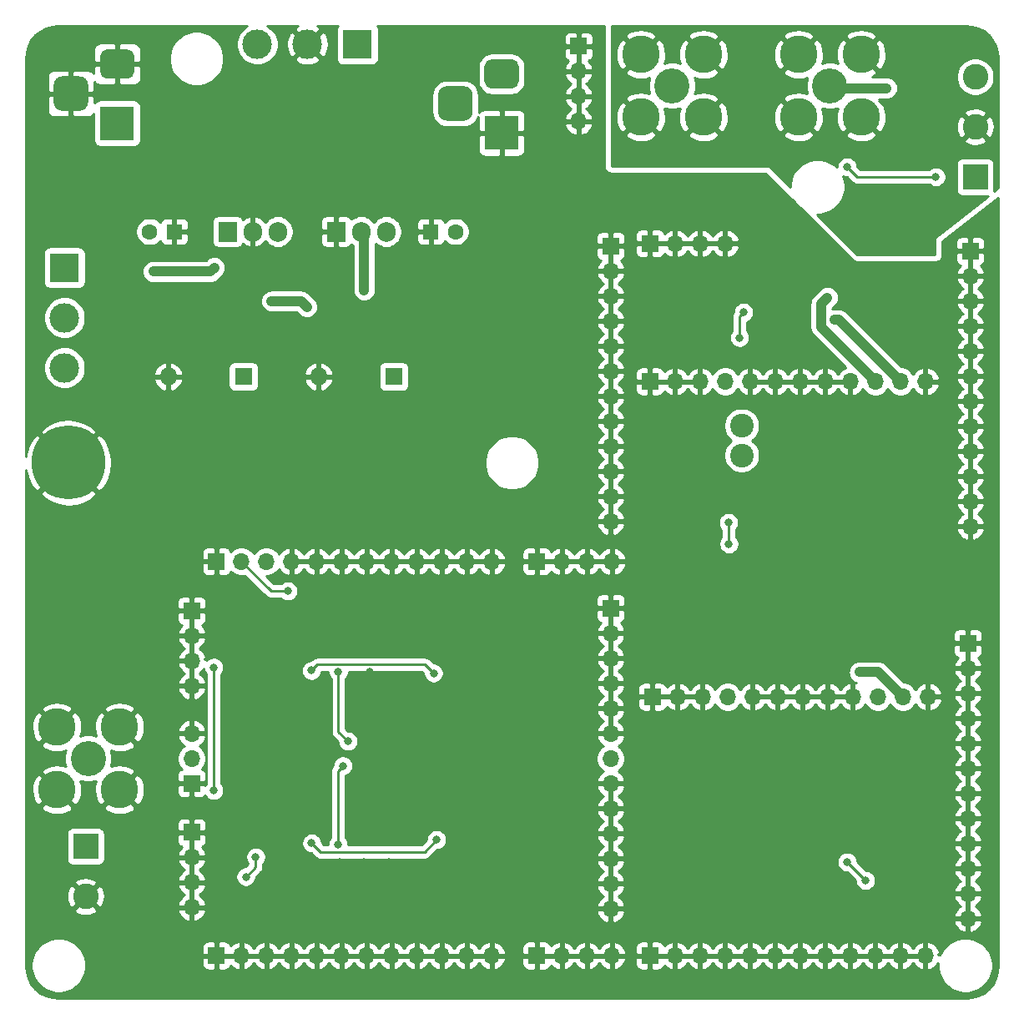
<source format=gbr>
%TF.GenerationSoftware,KiCad,Pcbnew,(5.1.8)-1*%
%TF.CreationDate,2021-09-14T11:30:17-04:00*%
%TF.ProjectId,ModularPreamp,4d6f6475-6c61-4725-9072-65616d702e6b,rev?*%
%TF.SameCoordinates,Original*%
%TF.FileFunction,Copper,L2,Bot*%
%TF.FilePolarity,Positive*%
%FSLAX46Y46*%
G04 Gerber Fmt 4.6, Leading zero omitted, Abs format (unit mm)*
G04 Created by KiCad (PCBNEW (5.1.8)-1) date 2021-09-14 11:30:17*
%MOMM*%
%LPD*%
G01*
G04 APERTURE LIST*
%TA.AperFunction,ComponentPad*%
%ADD10C,3.000000*%
%TD*%
%TA.AperFunction,ComponentPad*%
%ADD11R,3.000000X3.000000*%
%TD*%
%TA.AperFunction,ComponentPad*%
%ADD12C,2.600000*%
%TD*%
%TA.AperFunction,ComponentPad*%
%ADD13R,2.600000X2.600000*%
%TD*%
%TA.AperFunction,ComponentPad*%
%ADD14C,7.500000*%
%TD*%
%TA.AperFunction,ComponentPad*%
%ADD15O,1.800000X1.800000*%
%TD*%
%TA.AperFunction,ComponentPad*%
%ADD16R,1.800000X1.800000*%
%TD*%
%TA.AperFunction,ComponentPad*%
%ADD17C,3.810000*%
%TD*%
%TA.AperFunction,ComponentPad*%
%ADD18C,3.556000*%
%TD*%
%TA.AperFunction,ComponentPad*%
%ADD19O,1.700000X1.700000*%
%TD*%
%TA.AperFunction,ComponentPad*%
%ADD20R,1.700000X1.700000*%
%TD*%
%TA.AperFunction,ComponentPad*%
%ADD21C,2.400000*%
%TD*%
%TA.AperFunction,ComponentPad*%
%ADD22O,1.905000X2.000000*%
%TD*%
%TA.AperFunction,ComponentPad*%
%ADD23R,1.905000X2.000000*%
%TD*%
%TA.AperFunction,ComponentPad*%
%ADD24R,3.500000X3.500000*%
%TD*%
%TA.AperFunction,ComponentPad*%
%ADD25C,1.600000*%
%TD*%
%TA.AperFunction,ComponentPad*%
%ADD26R,1.600000X1.600000*%
%TD*%
%TA.AperFunction,ViaPad*%
%ADD27C,0.800000*%
%TD*%
%TA.AperFunction,Conductor*%
%ADD28C,1.000000*%
%TD*%
%TA.AperFunction,Conductor*%
%ADD29C,0.250000*%
%TD*%
%TA.AperFunction,Conductor*%
%ADD30C,0.254000*%
%TD*%
%TA.AperFunction,Conductor*%
%ADD31C,0.100000*%
%TD*%
G04 APERTURE END LIST*
D10*
%TO.P,J25,3*%
%TO.N,+5V*%
X89600000Y-55360000D03*
%TO.P,J25,2*%
%TO.N,Net-(J25-Pad2)*%
X89600000Y-50280000D03*
D11*
%TO.P,J25,1*%
%TO.N,-5V*%
X89600000Y-45200000D03*
%TD*%
D12*
%TO.P,J24,3*%
%TO.N,Out-*%
X182000000Y-25840000D03*
%TO.P,J24,2*%
%TO.N,GND2*%
X182000000Y-30920000D03*
D13*
%TO.P,J24,1*%
%TO.N,Out+*%
X182000000Y-36000000D03*
%TD*%
D14*
%TO.P,H1,1*%
%TO.N,GND*%
X90000000Y-65000000D03*
%TD*%
D15*
%TO.P,D10,2*%
%TO.N,GND*%
X115380000Y-56250000D03*
D16*
%TO.P,D10,1*%
%TO.N,-5V*%
X123000000Y-56250000D03*
%TD*%
D15*
%TO.P,D9,2*%
%TO.N,GND*%
X100130000Y-56250000D03*
D16*
%TO.P,D9,1*%
%TO.N,+5V*%
X107750000Y-56250000D03*
%TD*%
D12*
%TO.P,J23,2*%
%TO.N,GND*%
X91750000Y-109000000D03*
D13*
%TO.P,J23,1*%
%TO.N,SigIn*%
X91750000Y-103920000D03*
%TD*%
D17*
%TO.P,J15,2*%
%TO.N,GND2*%
X170425000Y-29925000D03*
X164075000Y-29925000D03*
X170425000Y-23575000D03*
D18*
%TO.P,J15,1*%
%TO.N,Out-*%
X167250000Y-26750000D03*
D17*
%TO.P,J15,2*%
%TO.N,GND2*%
X164075000Y-23575000D03*
%TD*%
%TO.P,J14,2*%
%TO.N,GND2*%
X154425000Y-29925000D03*
X148075000Y-29925000D03*
X154425000Y-23575000D03*
D18*
%TO.P,J14,1*%
%TO.N,Out+*%
X151250000Y-26750000D03*
D17*
%TO.P,J14,2*%
%TO.N,GND2*%
X148075000Y-23575000D03*
%TD*%
D19*
%TO.P,J19,12*%
%TO.N,GND*%
X176940000Y-56750000D03*
%TO.P,J19,11*%
%TO.N,-5V*%
X174400000Y-56750000D03*
%TO.P,J19,10*%
%TO.N,+5V*%
X171860000Y-56750000D03*
%TO.P,J19,9*%
%TO.N,GND*%
X169320000Y-56750000D03*
%TO.P,J19,8*%
X166780000Y-56750000D03*
%TO.P,J19,7*%
X164240000Y-56750000D03*
%TO.P,J19,6*%
X161700000Y-56750000D03*
%TO.P,J19,5*%
X159160000Y-56750000D03*
%TO.P,J19,4*%
%TO.N,FiltOut*%
X156620000Y-56750000D03*
%TO.P,J19,3*%
%TO.N,GND*%
X154080000Y-56750000D03*
%TO.P,J19,2*%
X151540000Y-56750000D03*
D20*
%TO.P,J19,1*%
X149000000Y-56750000D03*
%TD*%
D19*
%TO.P,J18,12*%
%TO.N,GND*%
X177190000Y-88750000D03*
%TO.P,J18,11*%
%TO.N,-5V*%
X174650000Y-88750000D03*
%TO.P,J18,10*%
%TO.N,+5V*%
X172110000Y-88750000D03*
%TO.P,J18,9*%
%TO.N,GND*%
X169570000Y-88750000D03*
%TO.P,J18,8*%
X167030000Y-88750000D03*
%TO.P,J18,7*%
X164490000Y-88750000D03*
%TO.P,J18,6*%
X161950000Y-88750000D03*
%TO.P,J18,5*%
X159410000Y-88750000D03*
%TO.P,J18,4*%
%TO.N,SumOut*%
X156870000Y-88750000D03*
%TO.P,J18,3*%
%TO.N,GND*%
X154330000Y-88750000D03*
%TO.P,J18,2*%
X151790000Y-88750000D03*
D20*
%TO.P,J18,1*%
X149250000Y-88750000D03*
%TD*%
D19*
%TO.P,J22,12*%
%TO.N,GND*%
X176940000Y-115000000D03*
%TO.P,J22,11*%
X174400000Y-115000000D03*
%TO.P,J22,10*%
X171860000Y-115000000D03*
%TO.P,J22,9*%
X169320000Y-115000000D03*
%TO.P,J22,8*%
X166780000Y-115000000D03*
%TO.P,J22,7*%
X164240000Y-115000000D03*
%TO.P,J22,6*%
X161700000Y-115000000D03*
%TO.P,J22,5*%
X159160000Y-115000000D03*
%TO.P,J22,4*%
X156620000Y-115000000D03*
%TO.P,J22,3*%
X154080000Y-115000000D03*
%TO.P,J22,2*%
X151540000Y-115000000D03*
D20*
%TO.P,J22,1*%
X149000000Y-115000000D03*
%TD*%
D19*
%TO.P,J21,4*%
%TO.N,GND*%
X156620000Y-42750000D03*
%TO.P,J21,3*%
X154080000Y-42750000D03*
%TO.P,J21,2*%
X151540000Y-42750000D03*
D20*
%TO.P,J21,1*%
X149000000Y-42750000D03*
%TD*%
D19*
%TO.P,J20,4*%
%TO.N,GND*%
X141750000Y-30370000D03*
%TO.P,J20,3*%
X141750000Y-27830000D03*
%TO.P,J20,2*%
X141750000Y-25290000D03*
D20*
%TO.P,J20,1*%
X141750000Y-22750000D03*
%TD*%
D19*
%TO.P,J17,12*%
%TO.N,GND*%
X145000000Y-70940000D03*
%TO.P,J17,11*%
X145000000Y-68400000D03*
%TO.P,J17,10*%
X145000000Y-65860000D03*
%TO.P,J17,9*%
X145000000Y-63320000D03*
%TO.P,J17,8*%
X145000000Y-60780000D03*
%TO.P,J17,7*%
X145000000Y-58240000D03*
%TO.P,J17,6*%
X145000000Y-55700000D03*
%TO.P,J17,5*%
X145000000Y-53160000D03*
%TO.P,J17,4*%
X145000000Y-50620000D03*
%TO.P,J17,3*%
X145000000Y-48080000D03*
%TO.P,J17,2*%
X145000000Y-45540000D03*
D20*
%TO.P,J17,1*%
X145000000Y-43000000D03*
%TD*%
D19*
%TO.P,J16,12*%
%TO.N,GND*%
X181500000Y-71440000D03*
%TO.P,J16,11*%
X181500000Y-68900000D03*
%TO.P,J16,10*%
X181500000Y-66360000D03*
%TO.P,J16,9*%
X181500000Y-63820000D03*
%TO.P,J16,8*%
X181500000Y-61280000D03*
%TO.P,J16,7*%
X181500000Y-58740000D03*
%TO.P,J16,6*%
X181500000Y-56200000D03*
%TO.P,J16,5*%
X181500000Y-53660000D03*
%TO.P,J16,4*%
X181500000Y-51120000D03*
%TO.P,J16,3*%
X181500000Y-48580000D03*
%TO.P,J16,2*%
X181500000Y-46040000D03*
D20*
%TO.P,J16,1*%
X181500000Y-43500000D03*
%TD*%
D21*
%TO.P,L1,2*%
%TO.N,Net-(C27-Pad2)*%
X158300000Y-64250000D03*
%TO.P,L1,1*%
%TO.N,FiltOut*%
X158300000Y-61250000D03*
%TD*%
D19*
%TO.P,J13,4*%
%TO.N,GND*%
X102500000Y-87620000D03*
%TO.P,J13,3*%
X102500000Y-85080000D03*
%TO.P,J13,2*%
X102500000Y-82540000D03*
D20*
%TO.P,J13,1*%
X102500000Y-80000000D03*
%TD*%
D19*
%TO.P,J12,4*%
%TO.N,GND*%
X102500000Y-110120000D03*
%TO.P,J12,3*%
X102500000Y-107580000D03*
%TO.P,J12,2*%
X102500000Y-105040000D03*
D20*
%TO.P,J12,1*%
X102500000Y-102500000D03*
%TD*%
D19*
%TO.P,J5,3*%
%TO.N,GND*%
X102500000Y-92460000D03*
%TO.P,J5,2*%
%TO.N,SigIn*%
X102500000Y-95000000D03*
D20*
%TO.P,J5,1*%
%TO.N,GND*%
X102500000Y-97540000D03*
%TD*%
D19*
%TO.P,J7,13*%
%TO.N,GND*%
X145000000Y-110240000D03*
%TO.P,J7,12*%
X145000000Y-107700000D03*
%TO.P,J7,11*%
X145000000Y-105160000D03*
%TO.P,J7,10*%
X145000000Y-102620000D03*
%TO.P,J7,9*%
X145000000Y-100080000D03*
%TO.P,J7,8*%
X145000000Y-97540000D03*
%TO.P,J7,7*%
%TO.N,Sum*%
X145000000Y-95000000D03*
%TO.P,J7,6*%
%TO.N,GND*%
X145000000Y-92460000D03*
%TO.P,J7,5*%
X145000000Y-89920000D03*
%TO.P,J7,4*%
X145000000Y-87380000D03*
%TO.P,J7,3*%
X145000000Y-84840000D03*
%TO.P,J7,2*%
X145000000Y-82300000D03*
D20*
%TO.P,J7,1*%
X145000000Y-79760000D03*
%TD*%
D19*
%TO.P,J11,4*%
%TO.N,GND*%
X145120000Y-75000000D03*
%TO.P,J11,3*%
X142580000Y-75000000D03*
%TO.P,J11,2*%
X140040000Y-75000000D03*
D20*
%TO.P,J11,1*%
X137500000Y-75000000D03*
%TD*%
D19*
%TO.P,J10,4*%
%TO.N,GND*%
X145120000Y-115000000D03*
%TO.P,J10,3*%
X142580000Y-115000000D03*
%TO.P,J10,2*%
X140040000Y-115000000D03*
D20*
%TO.P,J10,1*%
X137500000Y-115000000D03*
%TD*%
D19*
%TO.P,J9,12*%
%TO.N,GND*%
X181250000Y-111240000D03*
%TO.P,J9,11*%
X181250000Y-108700000D03*
%TO.P,J9,10*%
X181250000Y-106160000D03*
%TO.P,J9,9*%
X181250000Y-103620000D03*
%TO.P,J9,8*%
X181250000Y-101080000D03*
%TO.P,J9,7*%
X181250000Y-98540000D03*
%TO.P,J9,6*%
X181250000Y-96000000D03*
%TO.P,J9,5*%
X181250000Y-93460000D03*
%TO.P,J9,4*%
X181250000Y-90920000D03*
%TO.P,J9,3*%
X181250000Y-88380000D03*
%TO.P,J9,2*%
X181250000Y-85840000D03*
D20*
%TO.P,J9,1*%
X181250000Y-83300000D03*
%TD*%
D19*
%TO.P,J8,12*%
%TO.N,GND*%
X132940000Y-115000000D03*
%TO.P,J8,11*%
X130400000Y-115000000D03*
%TO.P,J8,10*%
X127860000Y-115000000D03*
%TO.P,J8,9*%
X125320000Y-115000000D03*
%TO.P,J8,8*%
X122780000Y-115000000D03*
%TO.P,J8,7*%
X120240000Y-115000000D03*
%TO.P,J8,6*%
X117700000Y-115000000D03*
%TO.P,J8,5*%
X115160000Y-115000000D03*
%TO.P,J8,4*%
X112620000Y-115000000D03*
%TO.P,J8,3*%
X110080000Y-115000000D03*
%TO.P,J8,2*%
X107540000Y-115000000D03*
D20*
%TO.P,J8,1*%
X105000000Y-115000000D03*
%TD*%
D19*
%TO.P,J6,12*%
%TO.N,GND*%
X132940000Y-75000000D03*
%TO.P,J6,11*%
X130400000Y-75000000D03*
%TO.P,J6,10*%
X127860000Y-75000000D03*
%TO.P,J6,9*%
X125320000Y-75000000D03*
%TO.P,J6,8*%
X122780000Y-75000000D03*
%TO.P,J6,7*%
X120240000Y-75000000D03*
%TO.P,J6,6*%
X117700000Y-75000000D03*
%TO.P,J6,5*%
X115160000Y-75000000D03*
%TO.P,J6,4*%
X112620000Y-75000000D03*
%TO.P,J6,3*%
%TO.N,-5V*%
X110080000Y-75000000D03*
%TO.P,J6,2*%
%TO.N,+5V*%
X107540000Y-75000000D03*
D20*
%TO.P,J6,1*%
%TO.N,GND*%
X105000000Y-75000000D03*
%TD*%
D17*
%TO.P,J4,2*%
%TO.N,GND*%
X88825000Y-98175000D03*
X88825000Y-91825000D03*
X95175000Y-98175000D03*
D18*
%TO.P,J4,1*%
%TO.N,SigIn*%
X92000000Y-95000000D03*
D17*
%TO.P,J4,2*%
%TO.N,GND*%
X95175000Y-91825000D03*
%TD*%
D22*
%TO.P,U3,3*%
%TO.N,Net-(F2-Pad2)*%
X122250000Y-41550000D03*
%TO.P,U3,2*%
%TO.N,-10V*%
X119710000Y-41550000D03*
D23*
%TO.P,U3,1*%
%TO.N,GND*%
X117170000Y-41550000D03*
%TD*%
D22*
%TO.P,U2,3*%
%TO.N,Net-(F1-Pad2)*%
X111250000Y-41550000D03*
%TO.P,U2,2*%
%TO.N,GND*%
X108710000Y-41550000D03*
D23*
%TO.P,U2,1*%
%TO.N,+10V*%
X106170000Y-41550000D03*
%TD*%
D10*
%TO.P,J3,3*%
%TO.N,Net-(D1-Pad1)*%
X109170000Y-22550000D03*
%TO.P,J3,2*%
%TO.N,GND*%
X114250000Y-22550000D03*
D11*
%TO.P,J3,1*%
%TO.N,Net-(D2-Pad2)*%
X119330000Y-22550000D03*
%TD*%
%TO.P,J2,3*%
%TO.N,Net-(D2-Pad2)*%
%TA.AperFunction,ComponentPad*%
G36*
G01*
X128375000Y-26800000D02*
X130125000Y-26800000D01*
G75*
G02*
X131000000Y-27675000I0J-875000D01*
G01*
X131000000Y-29425000D01*
G75*
G02*
X130125000Y-30300000I-875000J0D01*
G01*
X128375000Y-30300000D01*
G75*
G02*
X127500000Y-29425000I0J875000D01*
G01*
X127500000Y-27675000D01*
G75*
G02*
X128375000Y-26800000I875000J0D01*
G01*
G37*
%TD.AperFunction*%
%TO.P,J2,2*%
%TA.AperFunction,ComponentPad*%
G36*
G01*
X132950000Y-24050000D02*
X134950000Y-24050000D01*
G75*
G02*
X135700000Y-24800000I0J-750000D01*
G01*
X135700000Y-26300000D01*
G75*
G02*
X134950000Y-27050000I-750000J0D01*
G01*
X132950000Y-27050000D01*
G75*
G02*
X132200000Y-26300000I0J750000D01*
G01*
X132200000Y-24800000D01*
G75*
G02*
X132950000Y-24050000I750000J0D01*
G01*
G37*
%TD.AperFunction*%
D24*
%TO.P,J2,1*%
%TO.N,GND*%
X133950000Y-31550000D03*
%TD*%
%TO.P,J1,3*%
%TO.N,GND*%
%TA.AperFunction,ComponentPad*%
G36*
G01*
X89375000Y-25800000D02*
X91125000Y-25800000D01*
G75*
G02*
X92000000Y-26675000I0J-875000D01*
G01*
X92000000Y-28425000D01*
G75*
G02*
X91125000Y-29300000I-875000J0D01*
G01*
X89375000Y-29300000D01*
G75*
G02*
X88500000Y-28425000I0J875000D01*
G01*
X88500000Y-26675000D01*
G75*
G02*
X89375000Y-25800000I875000J0D01*
G01*
G37*
%TD.AperFunction*%
%TO.P,J1,2*%
%TA.AperFunction,ComponentPad*%
G36*
G01*
X93950000Y-23050000D02*
X95950000Y-23050000D01*
G75*
G02*
X96700000Y-23800000I0J-750000D01*
G01*
X96700000Y-25300000D01*
G75*
G02*
X95950000Y-26050000I-750000J0D01*
G01*
X93950000Y-26050000D01*
G75*
G02*
X93200000Y-25300000I0J750000D01*
G01*
X93200000Y-23800000D01*
G75*
G02*
X93950000Y-23050000I750000J0D01*
G01*
G37*
%TD.AperFunction*%
%TO.P,J1,1*%
%TO.N,Net-(D1-Pad1)*%
X94950000Y-30550000D03*
%TD*%
D25*
%TO.P,C2,2*%
%TO.N,-10V*%
X129250000Y-41550000D03*
D26*
%TO.P,C2,1*%
%TO.N,GND*%
X126750000Y-41550000D03*
%TD*%
D25*
%TO.P,C1,2*%
%TO.N,+10V*%
X98250000Y-41550000D03*
D26*
%TO.P,C1,1*%
%TO.N,GND*%
X100750000Y-41550000D03*
%TD*%
D27*
%TO.N,GND*%
X109100000Y-90750000D03*
X111600000Y-92250000D03*
X119600000Y-87500000D03*
X120600000Y-86250000D03*
X125600000Y-86750000D03*
X111350000Y-95750000D03*
X109350000Y-98500000D03*
X112500000Y-107750000D03*
X119750000Y-102500000D03*
X124500000Y-108500000D03*
X125500000Y-103500000D03*
X120750000Y-103500000D03*
X124250000Y-81750000D03*
X112750000Y-81750000D03*
X131000000Y-86500000D03*
X131500000Y-91500000D03*
X131250000Y-103750000D03*
X131250000Y-98500000D03*
X159250000Y-95000000D03*
X160500000Y-100000000D03*
X160250000Y-110750000D03*
X165000000Y-109250000D03*
X153000000Y-74000000D03*
X163000000Y-45000000D03*
X164000000Y-50000000D03*
X153000000Y-53000000D03*
X152000000Y-48000000D03*
X178000000Y-49000000D03*
X112000000Y-72000000D03*
X112000000Y-69000000D03*
X112000000Y-66000000D03*
X114000000Y-63000000D03*
X117000000Y-60000000D03*
X106000000Y-72000000D03*
X106000000Y-69000000D03*
X106000000Y-66000000D03*
X107000000Y-63000000D03*
X110000000Y-60000000D03*
X114000000Y-58000000D03*
X114000000Y-54000000D03*
X114000000Y-51000000D03*
X110000000Y-54000000D03*
X110000000Y-51000000D03*
X87000000Y-88000000D03*
X87000000Y-85000000D03*
X87000000Y-82000000D03*
X87000000Y-79000000D03*
X87000000Y-76000000D03*
X87000000Y-73000000D03*
X87000000Y-70000000D03*
X87000000Y-60000000D03*
X87000000Y-42000000D03*
X87000000Y-57000000D03*
X87000000Y-45000000D03*
X87000000Y-48000000D03*
X87000000Y-51000000D03*
X87000000Y-54000000D03*
X87000000Y-39000000D03*
X87000000Y-33000000D03*
X87000000Y-36000000D03*
X87000000Y-27000000D03*
X87000000Y-30000000D03*
X87000000Y-24000000D03*
X145000000Y-37000000D03*
X157000000Y-37000000D03*
X160000000Y-37000000D03*
X151000000Y-37000000D03*
X154000000Y-37000000D03*
X142000000Y-37000000D03*
X148000000Y-37000000D03*
X140000000Y-39000000D03*
X138000000Y-41000000D03*
X136000000Y-43000000D03*
X134000000Y-44000000D03*
X131000000Y-44000000D03*
X131000000Y-49000000D03*
X134000000Y-49000000D03*
X138000000Y-48000000D03*
X141000000Y-45000000D03*
X143000000Y-43000000D03*
X136000000Y-49000000D03*
X139000000Y-47000000D03*
X140000000Y-46000000D03*
X142000000Y-44000000D03*
X173000000Y-60000000D03*
X173000000Y-64000000D03*
X173000000Y-73000000D03*
X173000000Y-79000000D03*
X170000000Y-83000000D03*
X170000000Y-79000000D03*
X170000000Y-73000000D03*
X170000000Y-64000000D03*
X170000000Y-67000000D03*
X173000000Y-67000000D03*
X170000000Y-60000000D03*
X176000000Y-60000000D03*
X176000000Y-64000000D03*
X176000000Y-67000000D03*
X176000000Y-73000000D03*
X176000000Y-79000000D03*
X176000000Y-76000000D03*
X173000000Y-76000000D03*
X170000000Y-76000000D03*
X170000000Y-81000000D03*
X173000000Y-81000000D03*
X176000000Y-81000000D03*
X176000000Y-83000000D03*
X176000000Y-85000000D03*
X173000000Y-83000000D03*
X160000000Y-66000000D03*
X161000000Y-62000000D03*
X161000000Y-59000000D03*
X155500000Y-60000000D03*
X157000000Y-59000000D03*
X155000000Y-62500000D03*
X155500000Y-64500000D03*
X157000000Y-66000000D03*
X162000000Y-63500000D03*
X162000000Y-61000000D03*
X160500000Y-60500000D03*
X156500000Y-63000000D03*
X151000000Y-60000000D03*
X153000000Y-60000000D03*
X153000000Y-65500000D03*
X151000000Y-65500000D03*
X155500000Y-67000000D03*
X149500000Y-74500000D03*
X149500000Y-76500000D03*
X152000000Y-76500000D03*
X152000000Y-74500000D03*
X154000000Y-80000000D03*
X154000000Y-82000000D03*
X158000000Y-80000000D03*
X159500000Y-82000000D03*
X161000000Y-79500000D03*
X165000000Y-82000000D03*
X166500000Y-83000000D03*
X168500000Y-83000000D03*
X164000000Y-86500000D03*
X162500000Y-85000000D03*
X161000000Y-83500000D03*
X151500000Y-83500000D03*
X149500000Y-83500000D03*
X150500000Y-85500000D03*
X154000000Y-84500000D03*
X153000000Y-86500000D03*
X155500000Y-91000000D03*
X158500000Y-91000000D03*
X155000000Y-95500000D03*
X155000000Y-99500000D03*
X155000000Y-102500000D03*
X147500000Y-97500000D03*
X148500000Y-98500000D03*
X149500000Y-99500000D03*
X149500000Y-101500000D03*
X149500000Y-103500000D03*
X149500000Y-105500000D03*
X149500000Y-107500000D03*
X151000000Y-109000000D03*
X152500000Y-110500000D03*
X154000000Y-112000000D03*
X156000000Y-113000000D03*
X157000000Y-111000000D03*
X155000000Y-109500000D03*
X153500000Y-108000000D03*
X152000000Y-106500000D03*
X152000000Y-103500000D03*
X152000000Y-101500000D03*
X152000000Y-99500000D03*
X151500000Y-98000000D03*
X150500000Y-97000000D03*
X149000000Y-96000000D03*
X155000000Y-101000000D03*
X162500000Y-100000000D03*
X164500000Y-100000000D03*
X167000000Y-100000000D03*
X169000000Y-99000000D03*
X170500000Y-97500000D03*
X170000000Y-103500000D03*
X171500000Y-102000000D03*
X172500000Y-100500000D03*
X170500000Y-95500000D03*
X170500000Y-93500000D03*
X170500000Y-91500000D03*
X176000000Y-91500000D03*
X176000000Y-93500000D03*
X176000000Y-95500000D03*
X176000000Y-97500000D03*
X176000000Y-99500000D03*
X176000000Y-101500000D03*
X176000000Y-103000000D03*
X175000000Y-104500000D03*
X174000000Y-105500000D03*
X173000000Y-106500000D03*
X168000000Y-111000000D03*
X169000000Y-110000000D03*
X170000000Y-109000000D03*
X170000000Y-112500000D03*
X171500000Y-111000000D03*
X173000000Y-109500000D03*
X173000000Y-108000000D03*
X165500000Y-75000000D03*
X165500000Y-77500000D03*
X165500000Y-79500000D03*
X153000000Y-75500000D03*
X161000000Y-77000000D03*
X141000000Y-99000000D03*
X139500000Y-99500000D03*
X138000000Y-99000000D03*
X136500000Y-99000000D03*
X135500000Y-97500000D03*
X135500000Y-95000000D03*
X135500000Y-92500000D03*
X140000000Y-95000000D03*
X139500000Y-92500000D03*
X139500000Y-90500000D03*
X139500000Y-98000000D03*
X141000000Y-91000000D03*
X138000000Y-90500000D03*
X136000000Y-90500000D03*
X126000000Y-92500000D03*
X126000000Y-90500000D03*
X126000000Y-88500000D03*
X126500000Y-95000000D03*
X125000000Y-95000000D03*
X126000000Y-97500000D03*
X126000000Y-99500000D03*
X116000000Y-94000000D03*
X116000000Y-95500000D03*
X119500000Y-94000000D03*
X119500000Y-96000000D03*
X117500000Y-94500000D03*
X113000000Y-95000000D03*
X120000000Y-90000000D03*
X113000000Y-91500000D03*
X108000000Y-100500000D03*
X105500000Y-100500000D03*
X117500000Y-107500000D03*
X120000000Y-107500000D03*
X120000000Y-105500000D03*
X117500000Y-105500000D03*
X122500000Y-105500000D03*
X121500000Y-95500000D03*
X123500000Y-95500000D03*
X123500000Y-94000000D03*
X121500000Y-94000000D03*
X119500000Y-84000000D03*
X117500000Y-82000000D03*
X117500000Y-84000000D03*
X122000000Y-83000000D03*
X120000000Y-81000000D03*
X118000000Y-79000000D03*
X116000000Y-77500000D03*
X114500000Y-79000000D03*
X111500000Y-79500000D03*
X105000000Y-83500000D03*
X107000000Y-82000000D03*
X109000000Y-80000000D03*
X109000000Y-78000000D03*
X106500000Y-95000000D03*
X108000000Y-97500000D03*
X108000000Y-99000000D03*
X107500000Y-96000000D03*
X107500000Y-94000000D03*
X108000000Y-92500000D03*
X108000000Y-91000000D03*
X108000000Y-89500000D03*
%TO.N,-10V*%
X120000000Y-47500000D03*
%TO.N,+5V*%
X112250000Y-78000000D03*
X167000002Y-48250000D03*
%TO.N,-5V*%
X157000000Y-73250000D03*
X156954327Y-71076571D03*
X104750000Y-85750000D03*
X104750000Y-98250000D03*
X167750000Y-50500000D03*
X170250000Y-86250000D03*
X98600000Y-45600000D03*
X104800000Y-45200000D03*
X110600000Y-48600000D03*
X114200000Y-49200000D03*
%TO.N,Net-(C3-Pad1)*%
X117390498Y-86209502D03*
X118350000Y-93250000D03*
%TO.N,Net-(C5-Pad1)*%
X117350000Y-103750000D03*
X117850000Y-95750000D03*
%TO.N,Net-(C8-Pad2)*%
X127350000Y-103250000D03*
X114669490Y-103588052D03*
%TO.N,Net-(C10-Pad2)*%
X114650000Y-86075000D03*
X127050000Y-86350000D03*
%TO.N,SigIn*%
X108000000Y-107000000D03*
X109000000Y-105000000D03*
%TO.N,Sum*%
X169000000Y-105500000D03*
X170861188Y-107361188D03*
%TO.N,Out-*%
X173000000Y-27000000D03*
%TO.N,Out+*%
X178000000Y-36000000D03*
X169000000Y-35000000D03*
%TO.N,FiltOut*%
X158488108Y-49721621D03*
X158084820Y-52307654D03*
%TD*%
D28*
%TO.N,-10V*%
X120000000Y-41840000D02*
X119710000Y-41550000D01*
X120000000Y-47500000D02*
X120000000Y-41840000D01*
D29*
%TO.N,+5V*%
X107540000Y-75000000D02*
X110540000Y-78000000D01*
X110540000Y-78000000D02*
X112250000Y-78000000D01*
D28*
X166349999Y-51239999D02*
X166349999Y-48900003D01*
X171860000Y-56750000D02*
X166349999Y-51239999D01*
X166349999Y-48900003D02*
X167000002Y-48250000D01*
D29*
%TO.N,-5V*%
X157000000Y-71122244D02*
X156954327Y-71076571D01*
X157000000Y-73250000D02*
X157000000Y-71122244D01*
X104750000Y-85750000D02*
X104750000Y-98250000D01*
D28*
X168150000Y-50500000D02*
X167750000Y-50500000D01*
X174400000Y-56750000D02*
X168150000Y-50500000D01*
X172150000Y-86250000D02*
X170250000Y-86250000D01*
X174650000Y-88750000D02*
X172150000Y-86250000D01*
X104400000Y-45600000D02*
X104800000Y-45200000D01*
X98600000Y-45600000D02*
X104400000Y-45600000D01*
X113600000Y-48600000D02*
X114200000Y-49200000D01*
X110600000Y-48600000D02*
X113600000Y-48600000D01*
D29*
%TO.N,Net-(C3-Pad1)*%
X117390498Y-92290498D02*
X118350000Y-93250000D01*
X117390498Y-86209502D02*
X117390498Y-92290498D01*
%TO.N,Net-(C5-Pad1)*%
X117350000Y-103750000D02*
X117350000Y-96250000D01*
X117350000Y-96250000D02*
X117850000Y-95750000D01*
%TO.N,Net-(C8-Pad2)*%
X115556439Y-104475001D02*
X114669490Y-103588052D01*
X127350000Y-103250000D02*
X126124999Y-104475001D01*
X126124999Y-104475001D02*
X115556439Y-104475001D01*
%TO.N,Net-(C10-Pad2)*%
X126184501Y-85484501D02*
X127050000Y-86350000D01*
X115240499Y-85484501D02*
X126184501Y-85484501D01*
X114650000Y-86075000D02*
X115240499Y-85484501D01*
%TO.N,SigIn*%
X109000000Y-106000000D02*
X109000000Y-105000000D01*
X108000000Y-107000000D02*
X109000000Y-106000000D01*
%TO.N,Sum*%
X169000000Y-105500000D02*
X170861188Y-107361188D01*
D28*
%TO.N,Out-*%
X167500000Y-27000000D02*
X167250000Y-26750000D01*
X173000000Y-27000000D02*
X167500000Y-27000000D01*
D29*
%TO.N,Out+*%
X170000000Y-36000000D02*
X169000000Y-35000000D01*
X178000000Y-36000000D02*
X170000000Y-36000000D01*
%TO.N,FiltOut*%
X158084820Y-50124909D02*
X158084820Y-52307654D01*
X158488108Y-49721621D02*
X158084820Y-50124909D01*
%TD*%
D30*
%TO.N,GND*%
X107809017Y-20891637D02*
X107511637Y-21189017D01*
X107277988Y-21538698D01*
X107117047Y-21927244D01*
X107035000Y-22339721D01*
X107035000Y-22760279D01*
X107117047Y-23172756D01*
X107277988Y-23561302D01*
X107511637Y-23910983D01*
X107809017Y-24208363D01*
X108158698Y-24442012D01*
X108547244Y-24602953D01*
X108959721Y-24685000D01*
X109380279Y-24685000D01*
X109792756Y-24602953D01*
X110181302Y-24442012D01*
X110530983Y-24208363D01*
X110697693Y-24041653D01*
X112937952Y-24041653D01*
X113093962Y-24357214D01*
X113468745Y-24548020D01*
X113873551Y-24662044D01*
X114292824Y-24694902D01*
X114710451Y-24645334D01*
X115110383Y-24515243D01*
X115406038Y-24357214D01*
X115562048Y-24041653D01*
X114250000Y-22729605D01*
X112937952Y-24041653D01*
X110697693Y-24041653D01*
X110828363Y-23910983D01*
X111062012Y-23561302D01*
X111222953Y-23172756D01*
X111305000Y-22760279D01*
X111305000Y-22592824D01*
X112105098Y-22592824D01*
X112154666Y-23010451D01*
X112284757Y-23410383D01*
X112442786Y-23706038D01*
X112758347Y-23862048D01*
X114070395Y-22550000D01*
X114429605Y-22550000D01*
X115741653Y-23862048D01*
X116057214Y-23706038D01*
X116248020Y-23331255D01*
X116362044Y-22926449D01*
X116394902Y-22507176D01*
X116345334Y-22089549D01*
X116215243Y-21689617D01*
X116057214Y-21393962D01*
X115741653Y-21237952D01*
X114429605Y-22550000D01*
X114070395Y-22550000D01*
X112758347Y-21237952D01*
X112442786Y-21393962D01*
X112251980Y-21768745D01*
X112137956Y-22173551D01*
X112105098Y-22592824D01*
X111305000Y-22592824D01*
X111305000Y-22339721D01*
X111222953Y-21927244D01*
X111062012Y-21538698D01*
X110828363Y-21189017D01*
X110530983Y-20891637D01*
X110184313Y-20660000D01*
X113248846Y-20660000D01*
X113093962Y-20742786D01*
X112937952Y-21058347D01*
X114250000Y-22370395D01*
X115562048Y-21058347D01*
X115406038Y-20742786D01*
X115243429Y-20660000D01*
X117328602Y-20660000D01*
X117299463Y-20695506D01*
X117240498Y-20805820D01*
X117204188Y-20925518D01*
X117191928Y-21050000D01*
X117191928Y-24050000D01*
X117204188Y-24174482D01*
X117240498Y-24294180D01*
X117299463Y-24404494D01*
X117378815Y-24501185D01*
X117475506Y-24580537D01*
X117585820Y-24639502D01*
X117705518Y-24675812D01*
X117830000Y-24688072D01*
X120830000Y-24688072D01*
X120954482Y-24675812D01*
X121074180Y-24639502D01*
X121184494Y-24580537D01*
X121281185Y-24501185D01*
X121360537Y-24404494D01*
X121419502Y-24294180D01*
X121455812Y-24174482D01*
X121468072Y-24050000D01*
X121468072Y-21900000D01*
X140261928Y-21900000D01*
X140265000Y-22464250D01*
X140423750Y-22623000D01*
X141623000Y-22623000D01*
X141623000Y-21423750D01*
X141877000Y-21423750D01*
X141877000Y-22623000D01*
X143076250Y-22623000D01*
X143235000Y-22464250D01*
X143238072Y-21900000D01*
X143225812Y-21775518D01*
X143189502Y-21655820D01*
X143130537Y-21545506D01*
X143051185Y-21448815D01*
X142954494Y-21369463D01*
X142844180Y-21310498D01*
X142724482Y-21274188D01*
X142600000Y-21261928D01*
X142035750Y-21265000D01*
X141877000Y-21423750D01*
X141623000Y-21423750D01*
X141464250Y-21265000D01*
X140900000Y-21261928D01*
X140775518Y-21274188D01*
X140655820Y-21310498D01*
X140545506Y-21369463D01*
X140448815Y-21448815D01*
X140369463Y-21545506D01*
X140310498Y-21655820D01*
X140274188Y-21775518D01*
X140261928Y-21900000D01*
X121468072Y-21900000D01*
X121468072Y-21050000D01*
X121455812Y-20925518D01*
X121419502Y-20805820D01*
X121360537Y-20695506D01*
X121331398Y-20660000D01*
X144365000Y-20660000D01*
X144365000Y-35000000D01*
X144377201Y-35123882D01*
X144413336Y-35243004D01*
X144472017Y-35352787D01*
X144550987Y-35449013D01*
X144647213Y-35527983D01*
X144756996Y-35586664D01*
X144876118Y-35622799D01*
X145000000Y-35635000D01*
X160736974Y-35635000D01*
X163755079Y-38653105D01*
X163836750Y-38775334D01*
X164224666Y-39163250D01*
X164346895Y-39244921D01*
X169550987Y-44449013D01*
X169647213Y-44527983D01*
X169756996Y-44586664D01*
X169876118Y-44622799D01*
X170000000Y-44635000D01*
X178000000Y-44635000D01*
X178123882Y-44622799D01*
X178243004Y-44586664D01*
X178352787Y-44527983D01*
X178449013Y-44449013D01*
X178527983Y-44352787D01*
X178529472Y-44350000D01*
X180011928Y-44350000D01*
X180024188Y-44474482D01*
X180060498Y-44594180D01*
X180119463Y-44704494D01*
X180198815Y-44801185D01*
X180295506Y-44880537D01*
X180405820Y-44939502D01*
X180486466Y-44963966D01*
X180402412Y-45039731D01*
X180228359Y-45273080D01*
X180103175Y-45535901D01*
X180058524Y-45683110D01*
X180179845Y-45913000D01*
X181373000Y-45913000D01*
X181373000Y-43627000D01*
X181627000Y-43627000D01*
X181627000Y-45913000D01*
X182820155Y-45913000D01*
X182941476Y-45683110D01*
X182896825Y-45535901D01*
X182771641Y-45273080D01*
X182597588Y-45039731D01*
X182513534Y-44963966D01*
X182594180Y-44939502D01*
X182704494Y-44880537D01*
X182801185Y-44801185D01*
X182880537Y-44704494D01*
X182939502Y-44594180D01*
X182975812Y-44474482D01*
X182988072Y-44350000D01*
X182985000Y-43785750D01*
X182826250Y-43627000D01*
X181627000Y-43627000D01*
X181373000Y-43627000D01*
X180173750Y-43627000D01*
X180015000Y-43785750D01*
X180011928Y-44350000D01*
X178529472Y-44350000D01*
X178586664Y-44243004D01*
X178622799Y-44123882D01*
X178635000Y-44000000D01*
X178635000Y-42650000D01*
X180011928Y-42650000D01*
X180015000Y-43214250D01*
X180173750Y-43373000D01*
X181373000Y-43373000D01*
X181373000Y-42173750D01*
X181627000Y-42173750D01*
X181627000Y-43373000D01*
X182826250Y-43373000D01*
X182985000Y-43214250D01*
X182988072Y-42650000D01*
X182975812Y-42525518D01*
X182939502Y-42405820D01*
X182880537Y-42295506D01*
X182801185Y-42198815D01*
X182704494Y-42119463D01*
X182594180Y-42060498D01*
X182474482Y-42024188D01*
X182350000Y-42011928D01*
X181785750Y-42015000D01*
X181627000Y-42173750D01*
X181373000Y-42173750D01*
X181214250Y-42015000D01*
X180650000Y-42011928D01*
X180525518Y-42024188D01*
X180405820Y-42060498D01*
X180295506Y-42119463D01*
X180198815Y-42198815D01*
X180119463Y-42295506D01*
X180060498Y-42405820D01*
X180024188Y-42525518D01*
X180011928Y-42650000D01*
X178635000Y-42650000D01*
X178635000Y-42559718D01*
X184340001Y-38102686D01*
X184340000Y-115967721D01*
X184273286Y-116648126D01*
X184085057Y-117271570D01*
X183779323Y-117846573D01*
X183367721Y-118351248D01*
X182865933Y-118766362D01*
X182293077Y-119076104D01*
X181670961Y-119268682D01*
X180992417Y-119340000D01*
X89032279Y-119340000D01*
X88351874Y-119273286D01*
X87728430Y-119085057D01*
X87153427Y-118779323D01*
X86648752Y-118367721D01*
X86233638Y-117865933D01*
X85923896Y-117293077D01*
X85731318Y-116670961D01*
X85660000Y-115992417D01*
X85660000Y-115725701D01*
X86215000Y-115725701D01*
X86215000Y-116274299D01*
X86322026Y-116812354D01*
X86531965Y-117319192D01*
X86836750Y-117775334D01*
X87224666Y-118163250D01*
X87680808Y-118468035D01*
X88187646Y-118677974D01*
X88725701Y-118785000D01*
X89274299Y-118785000D01*
X89812354Y-118677974D01*
X90319192Y-118468035D01*
X90775334Y-118163250D01*
X91163250Y-117775334D01*
X91468035Y-117319192D01*
X91677974Y-116812354D01*
X91785000Y-116274299D01*
X91785000Y-115850000D01*
X103511928Y-115850000D01*
X103524188Y-115974482D01*
X103560498Y-116094180D01*
X103619463Y-116204494D01*
X103698815Y-116301185D01*
X103795506Y-116380537D01*
X103905820Y-116439502D01*
X104025518Y-116475812D01*
X104150000Y-116488072D01*
X104714250Y-116485000D01*
X104873000Y-116326250D01*
X104873000Y-115127000D01*
X105127000Y-115127000D01*
X105127000Y-116326250D01*
X105285750Y-116485000D01*
X105850000Y-116488072D01*
X105974482Y-116475812D01*
X106094180Y-116439502D01*
X106204494Y-116380537D01*
X106301185Y-116301185D01*
X106380537Y-116204494D01*
X106439502Y-116094180D01*
X106463966Y-116013534D01*
X106539731Y-116097588D01*
X106773080Y-116271641D01*
X107035901Y-116396825D01*
X107183110Y-116441476D01*
X107413000Y-116320155D01*
X107413000Y-115127000D01*
X107667000Y-115127000D01*
X107667000Y-116320155D01*
X107896890Y-116441476D01*
X108044099Y-116396825D01*
X108306920Y-116271641D01*
X108540269Y-116097588D01*
X108735178Y-115881355D01*
X108810000Y-115755745D01*
X108884822Y-115881355D01*
X109079731Y-116097588D01*
X109313080Y-116271641D01*
X109575901Y-116396825D01*
X109723110Y-116441476D01*
X109953000Y-116320155D01*
X109953000Y-115127000D01*
X110207000Y-115127000D01*
X110207000Y-116320155D01*
X110436890Y-116441476D01*
X110584099Y-116396825D01*
X110846920Y-116271641D01*
X111080269Y-116097588D01*
X111275178Y-115881355D01*
X111350000Y-115755745D01*
X111424822Y-115881355D01*
X111619731Y-116097588D01*
X111853080Y-116271641D01*
X112115901Y-116396825D01*
X112263110Y-116441476D01*
X112493000Y-116320155D01*
X112493000Y-115127000D01*
X112747000Y-115127000D01*
X112747000Y-116320155D01*
X112976890Y-116441476D01*
X113124099Y-116396825D01*
X113386920Y-116271641D01*
X113620269Y-116097588D01*
X113815178Y-115881355D01*
X113890000Y-115755745D01*
X113964822Y-115881355D01*
X114159731Y-116097588D01*
X114393080Y-116271641D01*
X114655901Y-116396825D01*
X114803110Y-116441476D01*
X115033000Y-116320155D01*
X115033000Y-115127000D01*
X115287000Y-115127000D01*
X115287000Y-116320155D01*
X115516890Y-116441476D01*
X115664099Y-116396825D01*
X115926920Y-116271641D01*
X116160269Y-116097588D01*
X116355178Y-115881355D01*
X116430000Y-115755745D01*
X116504822Y-115881355D01*
X116699731Y-116097588D01*
X116933080Y-116271641D01*
X117195901Y-116396825D01*
X117343110Y-116441476D01*
X117573000Y-116320155D01*
X117573000Y-115127000D01*
X117827000Y-115127000D01*
X117827000Y-116320155D01*
X118056890Y-116441476D01*
X118204099Y-116396825D01*
X118466920Y-116271641D01*
X118700269Y-116097588D01*
X118895178Y-115881355D01*
X118970000Y-115755745D01*
X119044822Y-115881355D01*
X119239731Y-116097588D01*
X119473080Y-116271641D01*
X119735901Y-116396825D01*
X119883110Y-116441476D01*
X120113000Y-116320155D01*
X120113000Y-115127000D01*
X120367000Y-115127000D01*
X120367000Y-116320155D01*
X120596890Y-116441476D01*
X120744099Y-116396825D01*
X121006920Y-116271641D01*
X121240269Y-116097588D01*
X121435178Y-115881355D01*
X121510000Y-115755745D01*
X121584822Y-115881355D01*
X121779731Y-116097588D01*
X122013080Y-116271641D01*
X122275901Y-116396825D01*
X122423110Y-116441476D01*
X122653000Y-116320155D01*
X122653000Y-115127000D01*
X122907000Y-115127000D01*
X122907000Y-116320155D01*
X123136890Y-116441476D01*
X123284099Y-116396825D01*
X123546920Y-116271641D01*
X123780269Y-116097588D01*
X123975178Y-115881355D01*
X124050000Y-115755745D01*
X124124822Y-115881355D01*
X124319731Y-116097588D01*
X124553080Y-116271641D01*
X124815901Y-116396825D01*
X124963110Y-116441476D01*
X125193000Y-116320155D01*
X125193000Y-115127000D01*
X125447000Y-115127000D01*
X125447000Y-116320155D01*
X125676890Y-116441476D01*
X125824099Y-116396825D01*
X126086920Y-116271641D01*
X126320269Y-116097588D01*
X126515178Y-115881355D01*
X126590000Y-115755745D01*
X126664822Y-115881355D01*
X126859731Y-116097588D01*
X127093080Y-116271641D01*
X127355901Y-116396825D01*
X127503110Y-116441476D01*
X127733000Y-116320155D01*
X127733000Y-115127000D01*
X127987000Y-115127000D01*
X127987000Y-116320155D01*
X128216890Y-116441476D01*
X128364099Y-116396825D01*
X128626920Y-116271641D01*
X128860269Y-116097588D01*
X129055178Y-115881355D01*
X129130000Y-115755745D01*
X129204822Y-115881355D01*
X129399731Y-116097588D01*
X129633080Y-116271641D01*
X129895901Y-116396825D01*
X130043110Y-116441476D01*
X130273000Y-116320155D01*
X130273000Y-115127000D01*
X130527000Y-115127000D01*
X130527000Y-116320155D01*
X130756890Y-116441476D01*
X130904099Y-116396825D01*
X131166920Y-116271641D01*
X131400269Y-116097588D01*
X131595178Y-115881355D01*
X131670000Y-115755745D01*
X131744822Y-115881355D01*
X131939731Y-116097588D01*
X132173080Y-116271641D01*
X132435901Y-116396825D01*
X132583110Y-116441476D01*
X132813000Y-116320155D01*
X132813000Y-115127000D01*
X133067000Y-115127000D01*
X133067000Y-116320155D01*
X133296890Y-116441476D01*
X133444099Y-116396825D01*
X133706920Y-116271641D01*
X133940269Y-116097588D01*
X134135178Y-115881355D01*
X134153855Y-115850000D01*
X136011928Y-115850000D01*
X136024188Y-115974482D01*
X136060498Y-116094180D01*
X136119463Y-116204494D01*
X136198815Y-116301185D01*
X136295506Y-116380537D01*
X136405820Y-116439502D01*
X136525518Y-116475812D01*
X136650000Y-116488072D01*
X137214250Y-116485000D01*
X137373000Y-116326250D01*
X137373000Y-115127000D01*
X137627000Y-115127000D01*
X137627000Y-116326250D01*
X137785750Y-116485000D01*
X138350000Y-116488072D01*
X138474482Y-116475812D01*
X138594180Y-116439502D01*
X138704494Y-116380537D01*
X138801185Y-116301185D01*
X138880537Y-116204494D01*
X138939502Y-116094180D01*
X138963966Y-116013534D01*
X139039731Y-116097588D01*
X139273080Y-116271641D01*
X139535901Y-116396825D01*
X139683110Y-116441476D01*
X139913000Y-116320155D01*
X139913000Y-115127000D01*
X140167000Y-115127000D01*
X140167000Y-116320155D01*
X140396890Y-116441476D01*
X140544099Y-116396825D01*
X140806920Y-116271641D01*
X141040269Y-116097588D01*
X141235178Y-115881355D01*
X141310000Y-115755745D01*
X141384822Y-115881355D01*
X141579731Y-116097588D01*
X141813080Y-116271641D01*
X142075901Y-116396825D01*
X142223110Y-116441476D01*
X142453000Y-116320155D01*
X142453000Y-115127000D01*
X142707000Y-115127000D01*
X142707000Y-116320155D01*
X142936890Y-116441476D01*
X143084099Y-116396825D01*
X143346920Y-116271641D01*
X143580269Y-116097588D01*
X143775178Y-115881355D01*
X143850000Y-115755745D01*
X143924822Y-115881355D01*
X144119731Y-116097588D01*
X144353080Y-116271641D01*
X144615901Y-116396825D01*
X144763110Y-116441476D01*
X144993000Y-116320155D01*
X144993000Y-115127000D01*
X145247000Y-115127000D01*
X145247000Y-116320155D01*
X145476890Y-116441476D01*
X145624099Y-116396825D01*
X145886920Y-116271641D01*
X146120269Y-116097588D01*
X146315178Y-115881355D01*
X146333855Y-115850000D01*
X147511928Y-115850000D01*
X147524188Y-115974482D01*
X147560498Y-116094180D01*
X147619463Y-116204494D01*
X147698815Y-116301185D01*
X147795506Y-116380537D01*
X147905820Y-116439502D01*
X148025518Y-116475812D01*
X148150000Y-116488072D01*
X148714250Y-116485000D01*
X148873000Y-116326250D01*
X148873000Y-115127000D01*
X149127000Y-115127000D01*
X149127000Y-116326250D01*
X149285750Y-116485000D01*
X149850000Y-116488072D01*
X149974482Y-116475812D01*
X150094180Y-116439502D01*
X150204494Y-116380537D01*
X150301185Y-116301185D01*
X150380537Y-116204494D01*
X150439502Y-116094180D01*
X150463966Y-116013534D01*
X150539731Y-116097588D01*
X150773080Y-116271641D01*
X151035901Y-116396825D01*
X151183110Y-116441476D01*
X151413000Y-116320155D01*
X151413000Y-115127000D01*
X151667000Y-115127000D01*
X151667000Y-116320155D01*
X151896890Y-116441476D01*
X152044099Y-116396825D01*
X152306920Y-116271641D01*
X152540269Y-116097588D01*
X152735178Y-115881355D01*
X152810000Y-115755745D01*
X152884822Y-115881355D01*
X153079731Y-116097588D01*
X153313080Y-116271641D01*
X153575901Y-116396825D01*
X153723110Y-116441476D01*
X153953000Y-116320155D01*
X153953000Y-115127000D01*
X154207000Y-115127000D01*
X154207000Y-116320155D01*
X154436890Y-116441476D01*
X154584099Y-116396825D01*
X154846920Y-116271641D01*
X155080269Y-116097588D01*
X155275178Y-115881355D01*
X155350000Y-115755745D01*
X155424822Y-115881355D01*
X155619731Y-116097588D01*
X155853080Y-116271641D01*
X156115901Y-116396825D01*
X156263110Y-116441476D01*
X156493000Y-116320155D01*
X156493000Y-115127000D01*
X156747000Y-115127000D01*
X156747000Y-116320155D01*
X156976890Y-116441476D01*
X157124099Y-116396825D01*
X157386920Y-116271641D01*
X157620269Y-116097588D01*
X157815178Y-115881355D01*
X157890000Y-115755745D01*
X157964822Y-115881355D01*
X158159731Y-116097588D01*
X158393080Y-116271641D01*
X158655901Y-116396825D01*
X158803110Y-116441476D01*
X159033000Y-116320155D01*
X159033000Y-115127000D01*
X159287000Y-115127000D01*
X159287000Y-116320155D01*
X159516890Y-116441476D01*
X159664099Y-116396825D01*
X159926920Y-116271641D01*
X160160269Y-116097588D01*
X160355178Y-115881355D01*
X160430000Y-115755745D01*
X160504822Y-115881355D01*
X160699731Y-116097588D01*
X160933080Y-116271641D01*
X161195901Y-116396825D01*
X161343110Y-116441476D01*
X161573000Y-116320155D01*
X161573000Y-115127000D01*
X161827000Y-115127000D01*
X161827000Y-116320155D01*
X162056890Y-116441476D01*
X162204099Y-116396825D01*
X162466920Y-116271641D01*
X162700269Y-116097588D01*
X162895178Y-115881355D01*
X162970000Y-115755745D01*
X163044822Y-115881355D01*
X163239731Y-116097588D01*
X163473080Y-116271641D01*
X163735901Y-116396825D01*
X163883110Y-116441476D01*
X164113000Y-116320155D01*
X164113000Y-115127000D01*
X164367000Y-115127000D01*
X164367000Y-116320155D01*
X164596890Y-116441476D01*
X164744099Y-116396825D01*
X165006920Y-116271641D01*
X165240269Y-116097588D01*
X165435178Y-115881355D01*
X165510000Y-115755745D01*
X165584822Y-115881355D01*
X165779731Y-116097588D01*
X166013080Y-116271641D01*
X166275901Y-116396825D01*
X166423110Y-116441476D01*
X166653000Y-116320155D01*
X166653000Y-115127000D01*
X166907000Y-115127000D01*
X166907000Y-116320155D01*
X167136890Y-116441476D01*
X167284099Y-116396825D01*
X167546920Y-116271641D01*
X167780269Y-116097588D01*
X167975178Y-115881355D01*
X168050000Y-115755745D01*
X168124822Y-115881355D01*
X168319731Y-116097588D01*
X168553080Y-116271641D01*
X168815901Y-116396825D01*
X168963110Y-116441476D01*
X169193000Y-116320155D01*
X169193000Y-115127000D01*
X169447000Y-115127000D01*
X169447000Y-116320155D01*
X169676890Y-116441476D01*
X169824099Y-116396825D01*
X170086920Y-116271641D01*
X170320269Y-116097588D01*
X170515178Y-115881355D01*
X170590000Y-115755745D01*
X170664822Y-115881355D01*
X170859731Y-116097588D01*
X171093080Y-116271641D01*
X171355901Y-116396825D01*
X171503110Y-116441476D01*
X171733000Y-116320155D01*
X171733000Y-115127000D01*
X171987000Y-115127000D01*
X171987000Y-116320155D01*
X172216890Y-116441476D01*
X172364099Y-116396825D01*
X172626920Y-116271641D01*
X172860269Y-116097588D01*
X173055178Y-115881355D01*
X173130000Y-115755745D01*
X173204822Y-115881355D01*
X173399731Y-116097588D01*
X173633080Y-116271641D01*
X173895901Y-116396825D01*
X174043110Y-116441476D01*
X174273000Y-116320155D01*
X174273000Y-115127000D01*
X174527000Y-115127000D01*
X174527000Y-116320155D01*
X174756890Y-116441476D01*
X174904099Y-116396825D01*
X175166920Y-116271641D01*
X175400269Y-116097588D01*
X175595178Y-115881355D01*
X175670000Y-115755745D01*
X175744822Y-115881355D01*
X175939731Y-116097588D01*
X176173080Y-116271641D01*
X176435901Y-116396825D01*
X176583110Y-116441476D01*
X176813000Y-116320155D01*
X176813000Y-115127000D01*
X174527000Y-115127000D01*
X174273000Y-115127000D01*
X171987000Y-115127000D01*
X171733000Y-115127000D01*
X169447000Y-115127000D01*
X169193000Y-115127000D01*
X166907000Y-115127000D01*
X166653000Y-115127000D01*
X164367000Y-115127000D01*
X164113000Y-115127000D01*
X161827000Y-115127000D01*
X161573000Y-115127000D01*
X159287000Y-115127000D01*
X159033000Y-115127000D01*
X156747000Y-115127000D01*
X156493000Y-115127000D01*
X154207000Y-115127000D01*
X153953000Y-115127000D01*
X151667000Y-115127000D01*
X151413000Y-115127000D01*
X149127000Y-115127000D01*
X148873000Y-115127000D01*
X147673750Y-115127000D01*
X147515000Y-115285750D01*
X147511928Y-115850000D01*
X146333855Y-115850000D01*
X146464157Y-115631252D01*
X146561481Y-115356891D01*
X146440814Y-115127000D01*
X145247000Y-115127000D01*
X144993000Y-115127000D01*
X142707000Y-115127000D01*
X142453000Y-115127000D01*
X140167000Y-115127000D01*
X139913000Y-115127000D01*
X137627000Y-115127000D01*
X137373000Y-115127000D01*
X136173750Y-115127000D01*
X136015000Y-115285750D01*
X136011928Y-115850000D01*
X134153855Y-115850000D01*
X134284157Y-115631252D01*
X134381481Y-115356891D01*
X134260814Y-115127000D01*
X133067000Y-115127000D01*
X132813000Y-115127000D01*
X130527000Y-115127000D01*
X130273000Y-115127000D01*
X127987000Y-115127000D01*
X127733000Y-115127000D01*
X125447000Y-115127000D01*
X125193000Y-115127000D01*
X122907000Y-115127000D01*
X122653000Y-115127000D01*
X120367000Y-115127000D01*
X120113000Y-115127000D01*
X117827000Y-115127000D01*
X117573000Y-115127000D01*
X115287000Y-115127000D01*
X115033000Y-115127000D01*
X112747000Y-115127000D01*
X112493000Y-115127000D01*
X110207000Y-115127000D01*
X109953000Y-115127000D01*
X107667000Y-115127000D01*
X107413000Y-115127000D01*
X105127000Y-115127000D01*
X104873000Y-115127000D01*
X103673750Y-115127000D01*
X103515000Y-115285750D01*
X103511928Y-115850000D01*
X91785000Y-115850000D01*
X91785000Y-115725701D01*
X91677974Y-115187646D01*
X91468035Y-114680808D01*
X91163250Y-114224666D01*
X91088584Y-114150000D01*
X103511928Y-114150000D01*
X103515000Y-114714250D01*
X103673750Y-114873000D01*
X104873000Y-114873000D01*
X104873000Y-113673750D01*
X105127000Y-113673750D01*
X105127000Y-114873000D01*
X107413000Y-114873000D01*
X107413000Y-113679845D01*
X107667000Y-113679845D01*
X107667000Y-114873000D01*
X109953000Y-114873000D01*
X109953000Y-113679845D01*
X110207000Y-113679845D01*
X110207000Y-114873000D01*
X112493000Y-114873000D01*
X112493000Y-113679845D01*
X112747000Y-113679845D01*
X112747000Y-114873000D01*
X115033000Y-114873000D01*
X115033000Y-113679845D01*
X115287000Y-113679845D01*
X115287000Y-114873000D01*
X117573000Y-114873000D01*
X117573000Y-113679845D01*
X117827000Y-113679845D01*
X117827000Y-114873000D01*
X120113000Y-114873000D01*
X120113000Y-113679845D01*
X120367000Y-113679845D01*
X120367000Y-114873000D01*
X122653000Y-114873000D01*
X122653000Y-113679845D01*
X122907000Y-113679845D01*
X122907000Y-114873000D01*
X125193000Y-114873000D01*
X125193000Y-113679845D01*
X125447000Y-113679845D01*
X125447000Y-114873000D01*
X127733000Y-114873000D01*
X127733000Y-113679845D01*
X127987000Y-113679845D01*
X127987000Y-114873000D01*
X130273000Y-114873000D01*
X130273000Y-113679845D01*
X130527000Y-113679845D01*
X130527000Y-114873000D01*
X132813000Y-114873000D01*
X132813000Y-113679845D01*
X133067000Y-113679845D01*
X133067000Y-114873000D01*
X134260814Y-114873000D01*
X134381481Y-114643109D01*
X134284157Y-114368748D01*
X134153856Y-114150000D01*
X136011928Y-114150000D01*
X136015000Y-114714250D01*
X136173750Y-114873000D01*
X137373000Y-114873000D01*
X137373000Y-113673750D01*
X137627000Y-113673750D01*
X137627000Y-114873000D01*
X139913000Y-114873000D01*
X139913000Y-113679845D01*
X140167000Y-113679845D01*
X140167000Y-114873000D01*
X142453000Y-114873000D01*
X142453000Y-113679845D01*
X142707000Y-113679845D01*
X142707000Y-114873000D01*
X144993000Y-114873000D01*
X144993000Y-113679845D01*
X145247000Y-113679845D01*
X145247000Y-114873000D01*
X146440814Y-114873000D01*
X146561481Y-114643109D01*
X146464157Y-114368748D01*
X146333856Y-114150000D01*
X147511928Y-114150000D01*
X147515000Y-114714250D01*
X147673750Y-114873000D01*
X148873000Y-114873000D01*
X148873000Y-113673750D01*
X149127000Y-113673750D01*
X149127000Y-114873000D01*
X151413000Y-114873000D01*
X151413000Y-113679845D01*
X151667000Y-113679845D01*
X151667000Y-114873000D01*
X153953000Y-114873000D01*
X153953000Y-113679845D01*
X154207000Y-113679845D01*
X154207000Y-114873000D01*
X156493000Y-114873000D01*
X156493000Y-113679845D01*
X156747000Y-113679845D01*
X156747000Y-114873000D01*
X159033000Y-114873000D01*
X159033000Y-113679845D01*
X159287000Y-113679845D01*
X159287000Y-114873000D01*
X161573000Y-114873000D01*
X161573000Y-113679845D01*
X161827000Y-113679845D01*
X161827000Y-114873000D01*
X164113000Y-114873000D01*
X164113000Y-113679845D01*
X164367000Y-113679845D01*
X164367000Y-114873000D01*
X166653000Y-114873000D01*
X166653000Y-113679845D01*
X166907000Y-113679845D01*
X166907000Y-114873000D01*
X169193000Y-114873000D01*
X169193000Y-113679845D01*
X169447000Y-113679845D01*
X169447000Y-114873000D01*
X171733000Y-114873000D01*
X171733000Y-113679845D01*
X171987000Y-113679845D01*
X171987000Y-114873000D01*
X174273000Y-114873000D01*
X174273000Y-113679845D01*
X174527000Y-113679845D01*
X174527000Y-114873000D01*
X176813000Y-114873000D01*
X176813000Y-113679845D01*
X177067000Y-113679845D01*
X177067000Y-114873000D01*
X177087000Y-114873000D01*
X177087000Y-115127000D01*
X177067000Y-115127000D01*
X177067000Y-116320155D01*
X177296890Y-116441476D01*
X177444099Y-116396825D01*
X177706920Y-116271641D01*
X177940269Y-116097588D01*
X178135178Y-115881355D01*
X178215000Y-115747351D01*
X178215000Y-116274299D01*
X178322026Y-116812354D01*
X178531965Y-117319192D01*
X178836750Y-117775334D01*
X179224666Y-118163250D01*
X179680808Y-118468035D01*
X180187646Y-118677974D01*
X180725701Y-118785000D01*
X181274299Y-118785000D01*
X181812354Y-118677974D01*
X182319192Y-118468035D01*
X182775334Y-118163250D01*
X183163250Y-117775334D01*
X183468035Y-117319192D01*
X183677974Y-116812354D01*
X183785000Y-116274299D01*
X183785000Y-115725701D01*
X183677974Y-115187646D01*
X183468035Y-114680808D01*
X183163250Y-114224666D01*
X182775334Y-113836750D01*
X182319192Y-113531965D01*
X181812354Y-113322026D01*
X181274299Y-113215000D01*
X180725701Y-113215000D01*
X180187646Y-113322026D01*
X179680808Y-113531965D01*
X179224666Y-113836750D01*
X178836750Y-114224666D01*
X178531965Y-114680808D01*
X178425000Y-114939045D01*
X178425000Y-114872998D01*
X178260815Y-114872998D01*
X178381481Y-114643109D01*
X178284157Y-114368748D01*
X178135178Y-114118645D01*
X177940269Y-113902412D01*
X177706920Y-113728359D01*
X177444099Y-113603175D01*
X177296890Y-113558524D01*
X177067000Y-113679845D01*
X176813000Y-113679845D01*
X176583110Y-113558524D01*
X176435901Y-113603175D01*
X176173080Y-113728359D01*
X175939731Y-113902412D01*
X175744822Y-114118645D01*
X175670000Y-114244255D01*
X175595178Y-114118645D01*
X175400269Y-113902412D01*
X175166920Y-113728359D01*
X174904099Y-113603175D01*
X174756890Y-113558524D01*
X174527000Y-113679845D01*
X174273000Y-113679845D01*
X174043110Y-113558524D01*
X173895901Y-113603175D01*
X173633080Y-113728359D01*
X173399731Y-113902412D01*
X173204822Y-114118645D01*
X173130000Y-114244255D01*
X173055178Y-114118645D01*
X172860269Y-113902412D01*
X172626920Y-113728359D01*
X172364099Y-113603175D01*
X172216890Y-113558524D01*
X171987000Y-113679845D01*
X171733000Y-113679845D01*
X171503110Y-113558524D01*
X171355901Y-113603175D01*
X171093080Y-113728359D01*
X170859731Y-113902412D01*
X170664822Y-114118645D01*
X170590000Y-114244255D01*
X170515178Y-114118645D01*
X170320269Y-113902412D01*
X170086920Y-113728359D01*
X169824099Y-113603175D01*
X169676890Y-113558524D01*
X169447000Y-113679845D01*
X169193000Y-113679845D01*
X168963110Y-113558524D01*
X168815901Y-113603175D01*
X168553080Y-113728359D01*
X168319731Y-113902412D01*
X168124822Y-114118645D01*
X168050000Y-114244255D01*
X167975178Y-114118645D01*
X167780269Y-113902412D01*
X167546920Y-113728359D01*
X167284099Y-113603175D01*
X167136890Y-113558524D01*
X166907000Y-113679845D01*
X166653000Y-113679845D01*
X166423110Y-113558524D01*
X166275901Y-113603175D01*
X166013080Y-113728359D01*
X165779731Y-113902412D01*
X165584822Y-114118645D01*
X165510000Y-114244255D01*
X165435178Y-114118645D01*
X165240269Y-113902412D01*
X165006920Y-113728359D01*
X164744099Y-113603175D01*
X164596890Y-113558524D01*
X164367000Y-113679845D01*
X164113000Y-113679845D01*
X163883110Y-113558524D01*
X163735901Y-113603175D01*
X163473080Y-113728359D01*
X163239731Y-113902412D01*
X163044822Y-114118645D01*
X162970000Y-114244255D01*
X162895178Y-114118645D01*
X162700269Y-113902412D01*
X162466920Y-113728359D01*
X162204099Y-113603175D01*
X162056890Y-113558524D01*
X161827000Y-113679845D01*
X161573000Y-113679845D01*
X161343110Y-113558524D01*
X161195901Y-113603175D01*
X160933080Y-113728359D01*
X160699731Y-113902412D01*
X160504822Y-114118645D01*
X160430000Y-114244255D01*
X160355178Y-114118645D01*
X160160269Y-113902412D01*
X159926920Y-113728359D01*
X159664099Y-113603175D01*
X159516890Y-113558524D01*
X159287000Y-113679845D01*
X159033000Y-113679845D01*
X158803110Y-113558524D01*
X158655901Y-113603175D01*
X158393080Y-113728359D01*
X158159731Y-113902412D01*
X157964822Y-114118645D01*
X157890000Y-114244255D01*
X157815178Y-114118645D01*
X157620269Y-113902412D01*
X157386920Y-113728359D01*
X157124099Y-113603175D01*
X156976890Y-113558524D01*
X156747000Y-113679845D01*
X156493000Y-113679845D01*
X156263110Y-113558524D01*
X156115901Y-113603175D01*
X155853080Y-113728359D01*
X155619731Y-113902412D01*
X155424822Y-114118645D01*
X155350000Y-114244255D01*
X155275178Y-114118645D01*
X155080269Y-113902412D01*
X154846920Y-113728359D01*
X154584099Y-113603175D01*
X154436890Y-113558524D01*
X154207000Y-113679845D01*
X153953000Y-113679845D01*
X153723110Y-113558524D01*
X153575901Y-113603175D01*
X153313080Y-113728359D01*
X153079731Y-113902412D01*
X152884822Y-114118645D01*
X152810000Y-114244255D01*
X152735178Y-114118645D01*
X152540269Y-113902412D01*
X152306920Y-113728359D01*
X152044099Y-113603175D01*
X151896890Y-113558524D01*
X151667000Y-113679845D01*
X151413000Y-113679845D01*
X151183110Y-113558524D01*
X151035901Y-113603175D01*
X150773080Y-113728359D01*
X150539731Y-113902412D01*
X150463966Y-113986466D01*
X150439502Y-113905820D01*
X150380537Y-113795506D01*
X150301185Y-113698815D01*
X150204494Y-113619463D01*
X150094180Y-113560498D01*
X149974482Y-113524188D01*
X149850000Y-113511928D01*
X149285750Y-113515000D01*
X149127000Y-113673750D01*
X148873000Y-113673750D01*
X148714250Y-113515000D01*
X148150000Y-113511928D01*
X148025518Y-113524188D01*
X147905820Y-113560498D01*
X147795506Y-113619463D01*
X147698815Y-113698815D01*
X147619463Y-113795506D01*
X147560498Y-113905820D01*
X147524188Y-114025518D01*
X147511928Y-114150000D01*
X146333856Y-114150000D01*
X146315178Y-114118645D01*
X146120269Y-113902412D01*
X145886920Y-113728359D01*
X145624099Y-113603175D01*
X145476890Y-113558524D01*
X145247000Y-113679845D01*
X144993000Y-113679845D01*
X144763110Y-113558524D01*
X144615901Y-113603175D01*
X144353080Y-113728359D01*
X144119731Y-113902412D01*
X143924822Y-114118645D01*
X143850000Y-114244255D01*
X143775178Y-114118645D01*
X143580269Y-113902412D01*
X143346920Y-113728359D01*
X143084099Y-113603175D01*
X142936890Y-113558524D01*
X142707000Y-113679845D01*
X142453000Y-113679845D01*
X142223110Y-113558524D01*
X142075901Y-113603175D01*
X141813080Y-113728359D01*
X141579731Y-113902412D01*
X141384822Y-114118645D01*
X141310000Y-114244255D01*
X141235178Y-114118645D01*
X141040269Y-113902412D01*
X140806920Y-113728359D01*
X140544099Y-113603175D01*
X140396890Y-113558524D01*
X140167000Y-113679845D01*
X139913000Y-113679845D01*
X139683110Y-113558524D01*
X139535901Y-113603175D01*
X139273080Y-113728359D01*
X139039731Y-113902412D01*
X138963966Y-113986466D01*
X138939502Y-113905820D01*
X138880537Y-113795506D01*
X138801185Y-113698815D01*
X138704494Y-113619463D01*
X138594180Y-113560498D01*
X138474482Y-113524188D01*
X138350000Y-113511928D01*
X137785750Y-113515000D01*
X137627000Y-113673750D01*
X137373000Y-113673750D01*
X137214250Y-113515000D01*
X136650000Y-113511928D01*
X136525518Y-113524188D01*
X136405820Y-113560498D01*
X136295506Y-113619463D01*
X136198815Y-113698815D01*
X136119463Y-113795506D01*
X136060498Y-113905820D01*
X136024188Y-114025518D01*
X136011928Y-114150000D01*
X134153856Y-114150000D01*
X134135178Y-114118645D01*
X133940269Y-113902412D01*
X133706920Y-113728359D01*
X133444099Y-113603175D01*
X133296890Y-113558524D01*
X133067000Y-113679845D01*
X132813000Y-113679845D01*
X132583110Y-113558524D01*
X132435901Y-113603175D01*
X132173080Y-113728359D01*
X131939731Y-113902412D01*
X131744822Y-114118645D01*
X131670000Y-114244255D01*
X131595178Y-114118645D01*
X131400269Y-113902412D01*
X131166920Y-113728359D01*
X130904099Y-113603175D01*
X130756890Y-113558524D01*
X130527000Y-113679845D01*
X130273000Y-113679845D01*
X130043110Y-113558524D01*
X129895901Y-113603175D01*
X129633080Y-113728359D01*
X129399731Y-113902412D01*
X129204822Y-114118645D01*
X129130000Y-114244255D01*
X129055178Y-114118645D01*
X128860269Y-113902412D01*
X128626920Y-113728359D01*
X128364099Y-113603175D01*
X128216890Y-113558524D01*
X127987000Y-113679845D01*
X127733000Y-113679845D01*
X127503110Y-113558524D01*
X127355901Y-113603175D01*
X127093080Y-113728359D01*
X126859731Y-113902412D01*
X126664822Y-114118645D01*
X126590000Y-114244255D01*
X126515178Y-114118645D01*
X126320269Y-113902412D01*
X126086920Y-113728359D01*
X125824099Y-113603175D01*
X125676890Y-113558524D01*
X125447000Y-113679845D01*
X125193000Y-113679845D01*
X124963110Y-113558524D01*
X124815901Y-113603175D01*
X124553080Y-113728359D01*
X124319731Y-113902412D01*
X124124822Y-114118645D01*
X124050000Y-114244255D01*
X123975178Y-114118645D01*
X123780269Y-113902412D01*
X123546920Y-113728359D01*
X123284099Y-113603175D01*
X123136890Y-113558524D01*
X122907000Y-113679845D01*
X122653000Y-113679845D01*
X122423110Y-113558524D01*
X122275901Y-113603175D01*
X122013080Y-113728359D01*
X121779731Y-113902412D01*
X121584822Y-114118645D01*
X121510000Y-114244255D01*
X121435178Y-114118645D01*
X121240269Y-113902412D01*
X121006920Y-113728359D01*
X120744099Y-113603175D01*
X120596890Y-113558524D01*
X120367000Y-113679845D01*
X120113000Y-113679845D01*
X119883110Y-113558524D01*
X119735901Y-113603175D01*
X119473080Y-113728359D01*
X119239731Y-113902412D01*
X119044822Y-114118645D01*
X118970000Y-114244255D01*
X118895178Y-114118645D01*
X118700269Y-113902412D01*
X118466920Y-113728359D01*
X118204099Y-113603175D01*
X118056890Y-113558524D01*
X117827000Y-113679845D01*
X117573000Y-113679845D01*
X117343110Y-113558524D01*
X117195901Y-113603175D01*
X116933080Y-113728359D01*
X116699731Y-113902412D01*
X116504822Y-114118645D01*
X116430000Y-114244255D01*
X116355178Y-114118645D01*
X116160269Y-113902412D01*
X115926920Y-113728359D01*
X115664099Y-113603175D01*
X115516890Y-113558524D01*
X115287000Y-113679845D01*
X115033000Y-113679845D01*
X114803110Y-113558524D01*
X114655901Y-113603175D01*
X114393080Y-113728359D01*
X114159731Y-113902412D01*
X113964822Y-114118645D01*
X113890000Y-114244255D01*
X113815178Y-114118645D01*
X113620269Y-113902412D01*
X113386920Y-113728359D01*
X113124099Y-113603175D01*
X112976890Y-113558524D01*
X112747000Y-113679845D01*
X112493000Y-113679845D01*
X112263110Y-113558524D01*
X112115901Y-113603175D01*
X111853080Y-113728359D01*
X111619731Y-113902412D01*
X111424822Y-114118645D01*
X111350000Y-114244255D01*
X111275178Y-114118645D01*
X111080269Y-113902412D01*
X110846920Y-113728359D01*
X110584099Y-113603175D01*
X110436890Y-113558524D01*
X110207000Y-113679845D01*
X109953000Y-113679845D01*
X109723110Y-113558524D01*
X109575901Y-113603175D01*
X109313080Y-113728359D01*
X109079731Y-113902412D01*
X108884822Y-114118645D01*
X108810000Y-114244255D01*
X108735178Y-114118645D01*
X108540269Y-113902412D01*
X108306920Y-113728359D01*
X108044099Y-113603175D01*
X107896890Y-113558524D01*
X107667000Y-113679845D01*
X107413000Y-113679845D01*
X107183110Y-113558524D01*
X107035901Y-113603175D01*
X106773080Y-113728359D01*
X106539731Y-113902412D01*
X106463966Y-113986466D01*
X106439502Y-113905820D01*
X106380537Y-113795506D01*
X106301185Y-113698815D01*
X106204494Y-113619463D01*
X106094180Y-113560498D01*
X105974482Y-113524188D01*
X105850000Y-113511928D01*
X105285750Y-113515000D01*
X105127000Y-113673750D01*
X104873000Y-113673750D01*
X104714250Y-113515000D01*
X104150000Y-113511928D01*
X104025518Y-113524188D01*
X103905820Y-113560498D01*
X103795506Y-113619463D01*
X103698815Y-113698815D01*
X103619463Y-113795506D01*
X103560498Y-113905820D01*
X103524188Y-114025518D01*
X103511928Y-114150000D01*
X91088584Y-114150000D01*
X90775334Y-113836750D01*
X90319192Y-113531965D01*
X89812354Y-113322026D01*
X89274299Y-113215000D01*
X88725701Y-113215000D01*
X88187646Y-113322026D01*
X87680808Y-113531965D01*
X87224666Y-113836750D01*
X86836750Y-114224666D01*
X86531965Y-114680808D01*
X86322026Y-115187646D01*
X86215000Y-115725701D01*
X85660000Y-115725701D01*
X85660000Y-110349224D01*
X90580381Y-110349224D01*
X90712317Y-110644312D01*
X91053045Y-110815159D01*
X91420557Y-110916250D01*
X91800729Y-110943701D01*
X92178951Y-110896457D01*
X92540690Y-110776333D01*
X92787683Y-110644312D01*
X92862538Y-110476890D01*
X101058524Y-110476890D01*
X101103175Y-110624099D01*
X101228359Y-110886920D01*
X101402412Y-111120269D01*
X101618645Y-111315178D01*
X101868748Y-111464157D01*
X102143109Y-111561481D01*
X102373000Y-111440814D01*
X102373000Y-110247000D01*
X102627000Y-110247000D01*
X102627000Y-111440814D01*
X102856891Y-111561481D01*
X103131252Y-111464157D01*
X103381355Y-111315178D01*
X103597588Y-111120269D01*
X103771641Y-110886920D01*
X103896825Y-110624099D01*
X103905077Y-110596890D01*
X143558524Y-110596890D01*
X143603175Y-110744099D01*
X143728359Y-111006920D01*
X143902412Y-111240269D01*
X144118645Y-111435178D01*
X144368748Y-111584157D01*
X144643109Y-111681481D01*
X144873000Y-111560814D01*
X144873000Y-110367000D01*
X145127000Y-110367000D01*
X145127000Y-111560814D01*
X145356891Y-111681481D01*
X145595357Y-111596890D01*
X179808524Y-111596890D01*
X179853175Y-111744099D01*
X179978359Y-112006920D01*
X180152412Y-112240269D01*
X180368645Y-112435178D01*
X180618748Y-112584157D01*
X180893109Y-112681481D01*
X181123000Y-112560814D01*
X181123000Y-111367000D01*
X181377000Y-111367000D01*
X181377000Y-112560814D01*
X181606891Y-112681481D01*
X181881252Y-112584157D01*
X182131355Y-112435178D01*
X182347588Y-112240269D01*
X182521641Y-112006920D01*
X182646825Y-111744099D01*
X182691476Y-111596890D01*
X182570155Y-111367000D01*
X181377000Y-111367000D01*
X181123000Y-111367000D01*
X179929845Y-111367000D01*
X179808524Y-111596890D01*
X145595357Y-111596890D01*
X145631252Y-111584157D01*
X145881355Y-111435178D01*
X146097588Y-111240269D01*
X146271641Y-111006920D01*
X146396825Y-110744099D01*
X146441476Y-110596890D01*
X146320155Y-110367000D01*
X145127000Y-110367000D01*
X144873000Y-110367000D01*
X143679845Y-110367000D01*
X143558524Y-110596890D01*
X103905077Y-110596890D01*
X103941476Y-110476890D01*
X103820155Y-110247000D01*
X102627000Y-110247000D01*
X102373000Y-110247000D01*
X101179845Y-110247000D01*
X101058524Y-110476890D01*
X92862538Y-110476890D01*
X92919619Y-110349224D01*
X91750000Y-109179605D01*
X90580381Y-110349224D01*
X85660000Y-110349224D01*
X85660000Y-109050729D01*
X89806299Y-109050729D01*
X89853543Y-109428951D01*
X89973667Y-109790690D01*
X90105688Y-110037683D01*
X90400776Y-110169619D01*
X91570395Y-109000000D01*
X91929605Y-109000000D01*
X93099224Y-110169619D01*
X93394312Y-110037683D01*
X93565159Y-109696955D01*
X93666250Y-109329443D01*
X93693701Y-108949271D01*
X93646457Y-108571049D01*
X93526333Y-108209310D01*
X93394312Y-107962317D01*
X93337442Y-107936890D01*
X101058524Y-107936890D01*
X101103175Y-108084099D01*
X101228359Y-108346920D01*
X101402412Y-108580269D01*
X101618645Y-108775178D01*
X101744255Y-108850000D01*
X101618645Y-108924822D01*
X101402412Y-109119731D01*
X101228359Y-109353080D01*
X101103175Y-109615901D01*
X101058524Y-109763110D01*
X101179845Y-109993000D01*
X102373000Y-109993000D01*
X102373000Y-107707000D01*
X102627000Y-107707000D01*
X102627000Y-109993000D01*
X103820155Y-109993000D01*
X103941476Y-109763110D01*
X103896825Y-109615901D01*
X103771641Y-109353080D01*
X103597588Y-109119731D01*
X103381355Y-108924822D01*
X103255745Y-108850000D01*
X103381355Y-108775178D01*
X103597588Y-108580269D01*
X103771641Y-108346920D01*
X103896825Y-108084099D01*
X103905077Y-108056890D01*
X143558524Y-108056890D01*
X143603175Y-108204099D01*
X143728359Y-108466920D01*
X143902412Y-108700269D01*
X144118645Y-108895178D01*
X144244255Y-108970000D01*
X144118645Y-109044822D01*
X143902412Y-109239731D01*
X143728359Y-109473080D01*
X143603175Y-109735901D01*
X143558524Y-109883110D01*
X143679845Y-110113000D01*
X144873000Y-110113000D01*
X144873000Y-107827000D01*
X145127000Y-107827000D01*
X145127000Y-110113000D01*
X146320155Y-110113000D01*
X146441476Y-109883110D01*
X146396825Y-109735901D01*
X146271641Y-109473080D01*
X146097588Y-109239731D01*
X145894744Y-109056890D01*
X179808524Y-109056890D01*
X179853175Y-109204099D01*
X179978359Y-109466920D01*
X180152412Y-109700269D01*
X180368645Y-109895178D01*
X180494255Y-109970000D01*
X180368645Y-110044822D01*
X180152412Y-110239731D01*
X179978359Y-110473080D01*
X179853175Y-110735901D01*
X179808524Y-110883110D01*
X179929845Y-111113000D01*
X181123000Y-111113000D01*
X181123000Y-108827000D01*
X181377000Y-108827000D01*
X181377000Y-111113000D01*
X182570155Y-111113000D01*
X182691476Y-110883110D01*
X182646825Y-110735901D01*
X182521641Y-110473080D01*
X182347588Y-110239731D01*
X182131355Y-110044822D01*
X182005745Y-109970000D01*
X182131355Y-109895178D01*
X182347588Y-109700269D01*
X182521641Y-109466920D01*
X182646825Y-109204099D01*
X182691476Y-109056890D01*
X182570155Y-108827000D01*
X181377000Y-108827000D01*
X181123000Y-108827000D01*
X179929845Y-108827000D01*
X179808524Y-109056890D01*
X145894744Y-109056890D01*
X145881355Y-109044822D01*
X145755745Y-108970000D01*
X145881355Y-108895178D01*
X146097588Y-108700269D01*
X146271641Y-108466920D01*
X146396825Y-108204099D01*
X146441476Y-108056890D01*
X146320155Y-107827000D01*
X145127000Y-107827000D01*
X144873000Y-107827000D01*
X143679845Y-107827000D01*
X143558524Y-108056890D01*
X103905077Y-108056890D01*
X103941476Y-107936890D01*
X103820155Y-107707000D01*
X102627000Y-107707000D01*
X102373000Y-107707000D01*
X101179845Y-107707000D01*
X101058524Y-107936890D01*
X93337442Y-107936890D01*
X93099224Y-107830381D01*
X91929605Y-109000000D01*
X91570395Y-109000000D01*
X90400776Y-107830381D01*
X90105688Y-107962317D01*
X89934841Y-108303045D01*
X89833750Y-108670557D01*
X89806299Y-109050729D01*
X85660000Y-109050729D01*
X85660000Y-107650776D01*
X90580381Y-107650776D01*
X91750000Y-108820395D01*
X92919619Y-107650776D01*
X92787683Y-107355688D01*
X92446955Y-107184841D01*
X92079443Y-107083750D01*
X91699271Y-107056299D01*
X91321049Y-107103543D01*
X90959310Y-107223667D01*
X90712317Y-107355688D01*
X90580381Y-107650776D01*
X85660000Y-107650776D01*
X85660000Y-102620000D01*
X89811928Y-102620000D01*
X89811928Y-105220000D01*
X89824188Y-105344482D01*
X89860498Y-105464180D01*
X89919463Y-105574494D01*
X89998815Y-105671185D01*
X90095506Y-105750537D01*
X90205820Y-105809502D01*
X90325518Y-105845812D01*
X90450000Y-105858072D01*
X93050000Y-105858072D01*
X93174482Y-105845812D01*
X93294180Y-105809502D01*
X93404494Y-105750537D01*
X93501185Y-105671185D01*
X93580537Y-105574494D01*
X93639502Y-105464180D01*
X93659914Y-105396890D01*
X101058524Y-105396890D01*
X101103175Y-105544099D01*
X101228359Y-105806920D01*
X101402412Y-106040269D01*
X101618645Y-106235178D01*
X101744255Y-106310000D01*
X101618645Y-106384822D01*
X101402412Y-106579731D01*
X101228359Y-106813080D01*
X101103175Y-107075901D01*
X101058524Y-107223110D01*
X101179845Y-107453000D01*
X102373000Y-107453000D01*
X102373000Y-105167000D01*
X102627000Y-105167000D01*
X102627000Y-107453000D01*
X103820155Y-107453000D01*
X103941476Y-107223110D01*
X103896825Y-107075901D01*
X103812119Y-106898061D01*
X106965000Y-106898061D01*
X106965000Y-107101939D01*
X107004774Y-107301898D01*
X107082795Y-107490256D01*
X107196063Y-107659774D01*
X107340226Y-107803937D01*
X107509744Y-107917205D01*
X107698102Y-107995226D01*
X107898061Y-108035000D01*
X108101939Y-108035000D01*
X108301898Y-107995226D01*
X108490256Y-107917205D01*
X108659774Y-107803937D01*
X108803937Y-107659774D01*
X108917205Y-107490256D01*
X108995226Y-107301898D01*
X109035000Y-107101939D01*
X109035000Y-107039801D01*
X109511004Y-106563798D01*
X109540001Y-106540001D01*
X109634974Y-106424276D01*
X109705546Y-106292247D01*
X109749003Y-106148986D01*
X109760000Y-106037333D01*
X109760000Y-106037332D01*
X109763677Y-106000000D01*
X109760000Y-105962667D01*
X109760000Y-105703711D01*
X109803937Y-105659774D01*
X109899408Y-105516890D01*
X143558524Y-105516890D01*
X143603175Y-105664099D01*
X143728359Y-105926920D01*
X143902412Y-106160269D01*
X144118645Y-106355178D01*
X144244255Y-106430000D01*
X144118645Y-106504822D01*
X143902412Y-106699731D01*
X143728359Y-106933080D01*
X143603175Y-107195901D01*
X143558524Y-107343110D01*
X143679845Y-107573000D01*
X144873000Y-107573000D01*
X144873000Y-105287000D01*
X145127000Y-105287000D01*
X145127000Y-107573000D01*
X146320155Y-107573000D01*
X146441476Y-107343110D01*
X146396825Y-107195901D01*
X146271641Y-106933080D01*
X146097588Y-106699731D01*
X145881355Y-106504822D01*
X145755745Y-106430000D01*
X145881355Y-106355178D01*
X146097588Y-106160269D01*
X146271641Y-105926920D01*
X146396825Y-105664099D01*
X146441476Y-105516890D01*
X146378766Y-105398061D01*
X167965000Y-105398061D01*
X167965000Y-105601939D01*
X168004774Y-105801898D01*
X168082795Y-105990256D01*
X168196063Y-106159774D01*
X168340226Y-106303937D01*
X168509744Y-106417205D01*
X168698102Y-106495226D01*
X168898061Y-106535000D01*
X168960199Y-106535000D01*
X169826188Y-107400990D01*
X169826188Y-107463127D01*
X169865962Y-107663086D01*
X169943983Y-107851444D01*
X170057251Y-108020962D01*
X170201414Y-108165125D01*
X170370932Y-108278393D01*
X170559290Y-108356414D01*
X170759249Y-108396188D01*
X170963127Y-108396188D01*
X171163086Y-108356414D01*
X171351444Y-108278393D01*
X171520962Y-108165125D01*
X171665125Y-108020962D01*
X171778393Y-107851444D01*
X171856414Y-107663086D01*
X171896188Y-107463127D01*
X171896188Y-107259249D01*
X171856414Y-107059290D01*
X171778393Y-106870932D01*
X171665125Y-106701414D01*
X171520962Y-106557251D01*
X171460558Y-106516890D01*
X179808524Y-106516890D01*
X179853175Y-106664099D01*
X179978359Y-106926920D01*
X180152412Y-107160269D01*
X180368645Y-107355178D01*
X180494255Y-107430000D01*
X180368645Y-107504822D01*
X180152412Y-107699731D01*
X179978359Y-107933080D01*
X179853175Y-108195901D01*
X179808524Y-108343110D01*
X179929845Y-108573000D01*
X181123000Y-108573000D01*
X181123000Y-106287000D01*
X181377000Y-106287000D01*
X181377000Y-108573000D01*
X182570155Y-108573000D01*
X182691476Y-108343110D01*
X182646825Y-108195901D01*
X182521641Y-107933080D01*
X182347588Y-107699731D01*
X182131355Y-107504822D01*
X182005745Y-107430000D01*
X182131355Y-107355178D01*
X182347588Y-107160269D01*
X182521641Y-106926920D01*
X182646825Y-106664099D01*
X182691476Y-106516890D01*
X182570155Y-106287000D01*
X181377000Y-106287000D01*
X181123000Y-106287000D01*
X179929845Y-106287000D01*
X179808524Y-106516890D01*
X171460558Y-106516890D01*
X171351444Y-106443983D01*
X171163086Y-106365962D01*
X170963127Y-106326188D01*
X170900990Y-106326188D01*
X170035000Y-105460199D01*
X170035000Y-105398061D01*
X169995226Y-105198102D01*
X169917205Y-105009744D01*
X169803937Y-104840226D01*
X169659774Y-104696063D01*
X169490256Y-104582795D01*
X169301898Y-104504774D01*
X169101939Y-104465000D01*
X168898061Y-104465000D01*
X168698102Y-104504774D01*
X168509744Y-104582795D01*
X168340226Y-104696063D01*
X168196063Y-104840226D01*
X168082795Y-105009744D01*
X168004774Y-105198102D01*
X167965000Y-105398061D01*
X146378766Y-105398061D01*
X146320155Y-105287000D01*
X145127000Y-105287000D01*
X144873000Y-105287000D01*
X143679845Y-105287000D01*
X143558524Y-105516890D01*
X109899408Y-105516890D01*
X109917205Y-105490256D01*
X109995226Y-105301898D01*
X110035000Y-105101939D01*
X110035000Y-104898061D01*
X109995226Y-104698102D01*
X109917205Y-104509744D01*
X109803937Y-104340226D01*
X109659774Y-104196063D01*
X109490256Y-104082795D01*
X109301898Y-104004774D01*
X109101939Y-103965000D01*
X108898061Y-103965000D01*
X108698102Y-104004774D01*
X108509744Y-104082795D01*
X108340226Y-104196063D01*
X108196063Y-104340226D01*
X108082795Y-104509744D01*
X108004774Y-104698102D01*
X107965000Y-104898061D01*
X107965000Y-105101939D01*
X108004774Y-105301898D01*
X108082795Y-105490256D01*
X108196063Y-105659774D01*
X108230744Y-105694455D01*
X107960199Y-105965000D01*
X107898061Y-105965000D01*
X107698102Y-106004774D01*
X107509744Y-106082795D01*
X107340226Y-106196063D01*
X107196063Y-106340226D01*
X107082795Y-106509744D01*
X107004774Y-106698102D01*
X106965000Y-106898061D01*
X103812119Y-106898061D01*
X103771641Y-106813080D01*
X103597588Y-106579731D01*
X103381355Y-106384822D01*
X103255745Y-106310000D01*
X103381355Y-106235178D01*
X103597588Y-106040269D01*
X103771641Y-105806920D01*
X103896825Y-105544099D01*
X103941476Y-105396890D01*
X103820155Y-105167000D01*
X102627000Y-105167000D01*
X102373000Y-105167000D01*
X101179845Y-105167000D01*
X101058524Y-105396890D01*
X93659914Y-105396890D01*
X93675812Y-105344482D01*
X93688072Y-105220000D01*
X93688072Y-103350000D01*
X101011928Y-103350000D01*
X101024188Y-103474482D01*
X101060498Y-103594180D01*
X101119463Y-103704494D01*
X101198815Y-103801185D01*
X101295506Y-103880537D01*
X101405820Y-103939502D01*
X101486466Y-103963966D01*
X101402412Y-104039731D01*
X101228359Y-104273080D01*
X101103175Y-104535901D01*
X101058524Y-104683110D01*
X101179845Y-104913000D01*
X102373000Y-104913000D01*
X102373000Y-102627000D01*
X102627000Y-102627000D01*
X102627000Y-104913000D01*
X103820155Y-104913000D01*
X103941476Y-104683110D01*
X103896825Y-104535901D01*
X103771641Y-104273080D01*
X103597588Y-104039731D01*
X103513534Y-103963966D01*
X103594180Y-103939502D01*
X103704494Y-103880537D01*
X103801185Y-103801185D01*
X103880537Y-103704494D01*
X103939502Y-103594180D01*
X103972283Y-103486113D01*
X113634490Y-103486113D01*
X113634490Y-103689991D01*
X113674264Y-103889950D01*
X113752285Y-104078308D01*
X113865553Y-104247826D01*
X114009716Y-104391989D01*
X114179234Y-104505257D01*
X114367592Y-104583278D01*
X114567551Y-104623052D01*
X114629688Y-104623052D01*
X114992640Y-104986004D01*
X115016438Y-105015002D01*
X115132163Y-105109975D01*
X115264192Y-105180547D01*
X115407453Y-105224004D01*
X115519106Y-105235001D01*
X115519115Y-105235001D01*
X115556438Y-105238677D01*
X115593761Y-105235001D01*
X126087677Y-105235001D01*
X126124999Y-105238677D01*
X126162321Y-105235001D01*
X126162332Y-105235001D01*
X126273985Y-105224004D01*
X126417246Y-105180547D01*
X126549275Y-105109975D01*
X126665000Y-105015002D01*
X126688803Y-104985998D01*
X127389802Y-104285000D01*
X127451939Y-104285000D01*
X127651898Y-104245226D01*
X127840256Y-104167205D01*
X128009774Y-104053937D01*
X128153937Y-103909774D01*
X128267205Y-103740256D01*
X128345226Y-103551898D01*
X128385000Y-103351939D01*
X128385000Y-103148061D01*
X128350953Y-102976890D01*
X143558524Y-102976890D01*
X143603175Y-103124099D01*
X143728359Y-103386920D01*
X143902412Y-103620269D01*
X144118645Y-103815178D01*
X144244255Y-103890000D01*
X144118645Y-103964822D01*
X143902412Y-104159731D01*
X143728359Y-104393080D01*
X143603175Y-104655901D01*
X143558524Y-104803110D01*
X143679845Y-105033000D01*
X144873000Y-105033000D01*
X144873000Y-102747000D01*
X145127000Y-102747000D01*
X145127000Y-105033000D01*
X146320155Y-105033000D01*
X146441476Y-104803110D01*
X146396825Y-104655901D01*
X146271641Y-104393080D01*
X146097588Y-104159731D01*
X145894744Y-103976890D01*
X179808524Y-103976890D01*
X179853175Y-104124099D01*
X179978359Y-104386920D01*
X180152412Y-104620269D01*
X180368645Y-104815178D01*
X180494255Y-104890000D01*
X180368645Y-104964822D01*
X180152412Y-105159731D01*
X179978359Y-105393080D01*
X179853175Y-105655901D01*
X179808524Y-105803110D01*
X179929845Y-106033000D01*
X181123000Y-106033000D01*
X181123000Y-103747000D01*
X181377000Y-103747000D01*
X181377000Y-106033000D01*
X182570155Y-106033000D01*
X182691476Y-105803110D01*
X182646825Y-105655901D01*
X182521641Y-105393080D01*
X182347588Y-105159731D01*
X182131355Y-104964822D01*
X182005745Y-104890000D01*
X182131355Y-104815178D01*
X182347588Y-104620269D01*
X182521641Y-104386920D01*
X182646825Y-104124099D01*
X182691476Y-103976890D01*
X182570155Y-103747000D01*
X181377000Y-103747000D01*
X181123000Y-103747000D01*
X179929845Y-103747000D01*
X179808524Y-103976890D01*
X145894744Y-103976890D01*
X145881355Y-103964822D01*
X145755745Y-103890000D01*
X145881355Y-103815178D01*
X146097588Y-103620269D01*
X146271641Y-103386920D01*
X146396825Y-103124099D01*
X146441476Y-102976890D01*
X146320155Y-102747000D01*
X145127000Y-102747000D01*
X144873000Y-102747000D01*
X143679845Y-102747000D01*
X143558524Y-102976890D01*
X128350953Y-102976890D01*
X128345226Y-102948102D01*
X128267205Y-102759744D01*
X128153937Y-102590226D01*
X128009774Y-102446063D01*
X127840256Y-102332795D01*
X127651898Y-102254774D01*
X127451939Y-102215000D01*
X127248061Y-102215000D01*
X127048102Y-102254774D01*
X126859744Y-102332795D01*
X126690226Y-102446063D01*
X126546063Y-102590226D01*
X126432795Y-102759744D01*
X126354774Y-102948102D01*
X126315000Y-103148061D01*
X126315000Y-103210198D01*
X125810198Y-103715001D01*
X118385000Y-103715001D01*
X118385000Y-103648061D01*
X118345226Y-103448102D01*
X118267205Y-103259744D01*
X118153937Y-103090226D01*
X118110000Y-103046289D01*
X118110000Y-100436890D01*
X143558524Y-100436890D01*
X143603175Y-100584099D01*
X143728359Y-100846920D01*
X143902412Y-101080269D01*
X144118645Y-101275178D01*
X144244255Y-101350000D01*
X144118645Y-101424822D01*
X143902412Y-101619731D01*
X143728359Y-101853080D01*
X143603175Y-102115901D01*
X143558524Y-102263110D01*
X143679845Y-102493000D01*
X144873000Y-102493000D01*
X144873000Y-100207000D01*
X145127000Y-100207000D01*
X145127000Y-102493000D01*
X146320155Y-102493000D01*
X146441476Y-102263110D01*
X146396825Y-102115901D01*
X146271641Y-101853080D01*
X146097588Y-101619731D01*
X145894744Y-101436890D01*
X179808524Y-101436890D01*
X179853175Y-101584099D01*
X179978359Y-101846920D01*
X180152412Y-102080269D01*
X180368645Y-102275178D01*
X180494255Y-102350000D01*
X180368645Y-102424822D01*
X180152412Y-102619731D01*
X179978359Y-102853080D01*
X179853175Y-103115901D01*
X179808524Y-103263110D01*
X179929845Y-103493000D01*
X181123000Y-103493000D01*
X181123000Y-101207000D01*
X181377000Y-101207000D01*
X181377000Y-103493000D01*
X182570155Y-103493000D01*
X182691476Y-103263110D01*
X182646825Y-103115901D01*
X182521641Y-102853080D01*
X182347588Y-102619731D01*
X182131355Y-102424822D01*
X182005745Y-102350000D01*
X182131355Y-102275178D01*
X182347588Y-102080269D01*
X182521641Y-101846920D01*
X182646825Y-101584099D01*
X182691476Y-101436890D01*
X182570155Y-101207000D01*
X181377000Y-101207000D01*
X181123000Y-101207000D01*
X179929845Y-101207000D01*
X179808524Y-101436890D01*
X145894744Y-101436890D01*
X145881355Y-101424822D01*
X145755745Y-101350000D01*
X145881355Y-101275178D01*
X146097588Y-101080269D01*
X146271641Y-100846920D01*
X146396825Y-100584099D01*
X146441476Y-100436890D01*
X146320155Y-100207000D01*
X145127000Y-100207000D01*
X144873000Y-100207000D01*
X143679845Y-100207000D01*
X143558524Y-100436890D01*
X118110000Y-100436890D01*
X118110000Y-97896890D01*
X143558524Y-97896890D01*
X143603175Y-98044099D01*
X143728359Y-98306920D01*
X143902412Y-98540269D01*
X144118645Y-98735178D01*
X144244255Y-98810000D01*
X144118645Y-98884822D01*
X143902412Y-99079731D01*
X143728359Y-99313080D01*
X143603175Y-99575901D01*
X143558524Y-99723110D01*
X143679845Y-99953000D01*
X144873000Y-99953000D01*
X144873000Y-97667000D01*
X145127000Y-97667000D01*
X145127000Y-99953000D01*
X146320155Y-99953000D01*
X146441476Y-99723110D01*
X146396825Y-99575901D01*
X146271641Y-99313080D01*
X146097588Y-99079731D01*
X145894744Y-98896890D01*
X179808524Y-98896890D01*
X179853175Y-99044099D01*
X179978359Y-99306920D01*
X180152412Y-99540269D01*
X180368645Y-99735178D01*
X180494255Y-99810000D01*
X180368645Y-99884822D01*
X180152412Y-100079731D01*
X179978359Y-100313080D01*
X179853175Y-100575901D01*
X179808524Y-100723110D01*
X179929845Y-100953000D01*
X181123000Y-100953000D01*
X181123000Y-98667000D01*
X181377000Y-98667000D01*
X181377000Y-100953000D01*
X182570155Y-100953000D01*
X182691476Y-100723110D01*
X182646825Y-100575901D01*
X182521641Y-100313080D01*
X182347588Y-100079731D01*
X182131355Y-99884822D01*
X182005745Y-99810000D01*
X182131355Y-99735178D01*
X182347588Y-99540269D01*
X182521641Y-99306920D01*
X182646825Y-99044099D01*
X182691476Y-98896890D01*
X182570155Y-98667000D01*
X181377000Y-98667000D01*
X181123000Y-98667000D01*
X179929845Y-98667000D01*
X179808524Y-98896890D01*
X145894744Y-98896890D01*
X145881355Y-98884822D01*
X145755745Y-98810000D01*
X145881355Y-98735178D01*
X146097588Y-98540269D01*
X146271641Y-98306920D01*
X146396825Y-98044099D01*
X146441476Y-97896890D01*
X146320155Y-97667000D01*
X145127000Y-97667000D01*
X144873000Y-97667000D01*
X143679845Y-97667000D01*
X143558524Y-97896890D01*
X118110000Y-97896890D01*
X118110000Y-96753560D01*
X118151898Y-96745226D01*
X118340256Y-96667205D01*
X118509774Y-96553937D01*
X118653937Y-96409774D01*
X118767205Y-96240256D01*
X118845226Y-96051898D01*
X118885000Y-95851939D01*
X118885000Y-95648061D01*
X118845226Y-95448102D01*
X118767205Y-95259744D01*
X118653937Y-95090226D01*
X118509774Y-94946063D01*
X118371603Y-94853740D01*
X143515000Y-94853740D01*
X143515000Y-95146260D01*
X143572068Y-95433158D01*
X143684010Y-95703411D01*
X143846525Y-95946632D01*
X144053368Y-96153475D01*
X144235534Y-96275195D01*
X144118645Y-96344822D01*
X143902412Y-96539731D01*
X143728359Y-96773080D01*
X143603175Y-97035901D01*
X143558524Y-97183110D01*
X143679845Y-97413000D01*
X144873000Y-97413000D01*
X144873000Y-97393000D01*
X145127000Y-97393000D01*
X145127000Y-97413000D01*
X146320155Y-97413000D01*
X146441476Y-97183110D01*
X146396825Y-97035901D01*
X146271641Y-96773080D01*
X146097588Y-96539731D01*
X145894744Y-96356890D01*
X179808524Y-96356890D01*
X179853175Y-96504099D01*
X179978359Y-96766920D01*
X180152412Y-97000269D01*
X180368645Y-97195178D01*
X180494255Y-97270000D01*
X180368645Y-97344822D01*
X180152412Y-97539731D01*
X179978359Y-97773080D01*
X179853175Y-98035901D01*
X179808524Y-98183110D01*
X179929845Y-98413000D01*
X181123000Y-98413000D01*
X181123000Y-96127000D01*
X181377000Y-96127000D01*
X181377000Y-98413000D01*
X182570155Y-98413000D01*
X182691476Y-98183110D01*
X182646825Y-98035901D01*
X182521641Y-97773080D01*
X182347588Y-97539731D01*
X182131355Y-97344822D01*
X182005745Y-97270000D01*
X182131355Y-97195178D01*
X182347588Y-97000269D01*
X182521641Y-96766920D01*
X182646825Y-96504099D01*
X182691476Y-96356890D01*
X182570155Y-96127000D01*
X181377000Y-96127000D01*
X181123000Y-96127000D01*
X179929845Y-96127000D01*
X179808524Y-96356890D01*
X145894744Y-96356890D01*
X145881355Y-96344822D01*
X145764466Y-96275195D01*
X145946632Y-96153475D01*
X146153475Y-95946632D01*
X146315990Y-95703411D01*
X146427932Y-95433158D01*
X146485000Y-95146260D01*
X146485000Y-94853740D01*
X146427932Y-94566842D01*
X146315990Y-94296589D01*
X146153475Y-94053368D01*
X145946632Y-93846525D01*
X145902281Y-93816890D01*
X179808524Y-93816890D01*
X179853175Y-93964099D01*
X179978359Y-94226920D01*
X180152412Y-94460269D01*
X180368645Y-94655178D01*
X180494255Y-94730000D01*
X180368645Y-94804822D01*
X180152412Y-94999731D01*
X179978359Y-95233080D01*
X179853175Y-95495901D01*
X179808524Y-95643110D01*
X179929845Y-95873000D01*
X181123000Y-95873000D01*
X181123000Y-93587000D01*
X181377000Y-93587000D01*
X181377000Y-95873000D01*
X182570155Y-95873000D01*
X182691476Y-95643110D01*
X182646825Y-95495901D01*
X182521641Y-95233080D01*
X182347588Y-94999731D01*
X182131355Y-94804822D01*
X182005745Y-94730000D01*
X182131355Y-94655178D01*
X182347588Y-94460269D01*
X182521641Y-94226920D01*
X182646825Y-93964099D01*
X182691476Y-93816890D01*
X182570155Y-93587000D01*
X181377000Y-93587000D01*
X181123000Y-93587000D01*
X179929845Y-93587000D01*
X179808524Y-93816890D01*
X145902281Y-93816890D01*
X145764466Y-93724805D01*
X145881355Y-93655178D01*
X146097588Y-93460269D01*
X146271641Y-93226920D01*
X146396825Y-92964099D01*
X146441476Y-92816890D01*
X146320155Y-92587000D01*
X145127000Y-92587000D01*
X145127000Y-92607000D01*
X144873000Y-92607000D01*
X144873000Y-92587000D01*
X143679845Y-92587000D01*
X143558524Y-92816890D01*
X143603175Y-92964099D01*
X143728359Y-93226920D01*
X143902412Y-93460269D01*
X144118645Y-93655178D01*
X144235534Y-93724805D01*
X144053368Y-93846525D01*
X143846525Y-94053368D01*
X143684010Y-94296589D01*
X143572068Y-94566842D01*
X143515000Y-94853740D01*
X118371603Y-94853740D01*
X118340256Y-94832795D01*
X118151898Y-94754774D01*
X117951939Y-94715000D01*
X117748061Y-94715000D01*
X117548102Y-94754774D01*
X117359744Y-94832795D01*
X117190226Y-94946063D01*
X117046063Y-95090226D01*
X116932795Y-95259744D01*
X116854774Y-95448102D01*
X116815000Y-95648061D01*
X116815000Y-95705896D01*
X116810000Y-95709999D01*
X116786202Y-95738997D01*
X116786201Y-95738998D01*
X116715026Y-95825724D01*
X116644454Y-95957754D01*
X116600998Y-96101015D01*
X116586324Y-96250000D01*
X116590001Y-96287332D01*
X116590000Y-103046289D01*
X116546063Y-103090226D01*
X116432795Y-103259744D01*
X116354774Y-103448102D01*
X116315000Y-103648061D01*
X116315000Y-103715001D01*
X115871241Y-103715001D01*
X115704490Y-103548250D01*
X115704490Y-103486113D01*
X115664716Y-103286154D01*
X115586695Y-103097796D01*
X115473427Y-102928278D01*
X115329264Y-102784115D01*
X115159746Y-102670847D01*
X114971388Y-102592826D01*
X114771429Y-102553052D01*
X114567551Y-102553052D01*
X114367592Y-102592826D01*
X114179234Y-102670847D01*
X114009716Y-102784115D01*
X113865553Y-102928278D01*
X113752285Y-103097796D01*
X113674264Y-103286154D01*
X113634490Y-103486113D01*
X103972283Y-103486113D01*
X103975812Y-103474482D01*
X103988072Y-103350000D01*
X103985000Y-102785750D01*
X103826250Y-102627000D01*
X102627000Y-102627000D01*
X102373000Y-102627000D01*
X101173750Y-102627000D01*
X101015000Y-102785750D01*
X101011928Y-103350000D01*
X93688072Y-103350000D01*
X93688072Y-102620000D01*
X93675812Y-102495518D01*
X93639502Y-102375820D01*
X93580537Y-102265506D01*
X93501185Y-102168815D01*
X93404494Y-102089463D01*
X93294180Y-102030498D01*
X93174482Y-101994188D01*
X93050000Y-101981928D01*
X90450000Y-101981928D01*
X90325518Y-101994188D01*
X90205820Y-102030498D01*
X90095506Y-102089463D01*
X89998815Y-102168815D01*
X89919463Y-102265506D01*
X89860498Y-102375820D01*
X89824188Y-102495518D01*
X89811928Y-102620000D01*
X85660000Y-102620000D01*
X85660000Y-101650000D01*
X101011928Y-101650000D01*
X101015000Y-102214250D01*
X101173750Y-102373000D01*
X102373000Y-102373000D01*
X102373000Y-101173750D01*
X102627000Y-101173750D01*
X102627000Y-102373000D01*
X103826250Y-102373000D01*
X103985000Y-102214250D01*
X103988072Y-101650000D01*
X103975812Y-101525518D01*
X103939502Y-101405820D01*
X103880537Y-101295506D01*
X103801185Y-101198815D01*
X103704494Y-101119463D01*
X103594180Y-101060498D01*
X103474482Y-101024188D01*
X103350000Y-101011928D01*
X102785750Y-101015000D01*
X102627000Y-101173750D01*
X102373000Y-101173750D01*
X102214250Y-101015000D01*
X101650000Y-101011928D01*
X101525518Y-101024188D01*
X101405820Y-101060498D01*
X101295506Y-101119463D01*
X101198815Y-101198815D01*
X101119463Y-101295506D01*
X101060498Y-101405820D01*
X101024188Y-101525518D01*
X101011928Y-101650000D01*
X85660000Y-101650000D01*
X85660000Y-99954907D01*
X87224699Y-99954907D01*
X87429405Y-100311937D01*
X87873117Y-100543143D01*
X88353409Y-100683343D01*
X88851823Y-100727149D01*
X89349208Y-100672877D01*
X89826447Y-100522613D01*
X90220595Y-100311937D01*
X90425301Y-99954907D01*
X93574699Y-99954907D01*
X93779405Y-100311937D01*
X94223117Y-100543143D01*
X94703409Y-100683343D01*
X95201823Y-100727149D01*
X95699208Y-100672877D01*
X96176447Y-100522613D01*
X96570595Y-100311937D01*
X96775301Y-99954907D01*
X95175000Y-98354605D01*
X93574699Y-99954907D01*
X90425301Y-99954907D01*
X88825000Y-98354605D01*
X87224699Y-99954907D01*
X85660000Y-99954907D01*
X85660000Y-98201823D01*
X86272851Y-98201823D01*
X86327123Y-98699208D01*
X86477387Y-99176447D01*
X86688063Y-99570595D01*
X87045093Y-99775301D01*
X88645395Y-98175000D01*
X87045093Y-96574699D01*
X86688063Y-96779405D01*
X86456857Y-97223117D01*
X86316657Y-97703409D01*
X86272851Y-98201823D01*
X85660000Y-98201823D01*
X85660000Y-93604907D01*
X87224699Y-93604907D01*
X87429405Y-93961937D01*
X87873117Y-94193143D01*
X88353409Y-94333343D01*
X88851823Y-94377149D01*
X89349208Y-94322877D01*
X89716574Y-94207208D01*
X89679731Y-94296154D01*
X89587000Y-94762340D01*
X89587000Y-95237660D01*
X89679731Y-95703846D01*
X89714906Y-95788766D01*
X89296591Y-95666657D01*
X88798177Y-95622851D01*
X88300792Y-95677123D01*
X87823553Y-95827387D01*
X87429405Y-96038063D01*
X87224699Y-96395093D01*
X88825000Y-97995395D01*
X88839143Y-97981253D01*
X89018748Y-98160858D01*
X89004605Y-98175000D01*
X90604907Y-99775301D01*
X90961937Y-99570595D01*
X91193143Y-99126883D01*
X91333343Y-98646591D01*
X91377149Y-98148177D01*
X91322877Y-97650792D01*
X91207208Y-97283426D01*
X91296154Y-97320269D01*
X91762340Y-97413000D01*
X92237660Y-97413000D01*
X92703846Y-97320269D01*
X92788766Y-97285094D01*
X92666657Y-97703409D01*
X92622851Y-98201823D01*
X92677123Y-98699208D01*
X92827387Y-99176447D01*
X93038063Y-99570595D01*
X93395093Y-99775301D01*
X94995395Y-98175000D01*
X95354605Y-98175000D01*
X96954907Y-99775301D01*
X97311937Y-99570595D01*
X97543143Y-99126883D01*
X97683343Y-98646591D01*
X97705894Y-98390000D01*
X101011928Y-98390000D01*
X101024188Y-98514482D01*
X101060498Y-98634180D01*
X101119463Y-98744494D01*
X101198815Y-98841185D01*
X101295506Y-98920537D01*
X101405820Y-98979502D01*
X101525518Y-99015812D01*
X101650000Y-99028072D01*
X102214250Y-99025000D01*
X102373000Y-98866250D01*
X102373000Y-97667000D01*
X101173750Y-97667000D01*
X101015000Y-97825750D01*
X101011928Y-98390000D01*
X97705894Y-98390000D01*
X97727149Y-98148177D01*
X97672877Y-97650792D01*
X97522613Y-97173553D01*
X97311937Y-96779405D01*
X97156005Y-96690000D01*
X101011928Y-96690000D01*
X101015000Y-97254250D01*
X101173750Y-97413000D01*
X102373000Y-97413000D01*
X102373000Y-97393000D01*
X102627000Y-97393000D01*
X102627000Y-97413000D01*
X103826250Y-97413000D01*
X103985000Y-97254250D01*
X103988072Y-96690000D01*
X103975812Y-96565518D01*
X103939502Y-96445820D01*
X103880537Y-96335506D01*
X103801185Y-96238815D01*
X103704494Y-96159463D01*
X103594180Y-96100498D01*
X103521620Y-96078487D01*
X103653475Y-95946632D01*
X103815990Y-95703411D01*
X103927932Y-95433158D01*
X103985000Y-95146260D01*
X103985000Y-94853740D01*
X103927932Y-94566842D01*
X103815990Y-94296589D01*
X103653475Y-94053368D01*
X103446632Y-93846525D01*
X103264466Y-93724805D01*
X103381355Y-93655178D01*
X103597588Y-93460269D01*
X103771641Y-93226920D01*
X103896825Y-92964099D01*
X103941476Y-92816890D01*
X103820155Y-92587000D01*
X102627000Y-92587000D01*
X102627000Y-92607000D01*
X102373000Y-92607000D01*
X102373000Y-92587000D01*
X101179845Y-92587000D01*
X101058524Y-92816890D01*
X101103175Y-92964099D01*
X101228359Y-93226920D01*
X101402412Y-93460269D01*
X101618645Y-93655178D01*
X101735534Y-93724805D01*
X101553368Y-93846525D01*
X101346525Y-94053368D01*
X101184010Y-94296589D01*
X101072068Y-94566842D01*
X101015000Y-94853740D01*
X101015000Y-95146260D01*
X101072068Y-95433158D01*
X101184010Y-95703411D01*
X101346525Y-95946632D01*
X101478380Y-96078487D01*
X101405820Y-96100498D01*
X101295506Y-96159463D01*
X101198815Y-96238815D01*
X101119463Y-96335506D01*
X101060498Y-96445820D01*
X101024188Y-96565518D01*
X101011928Y-96690000D01*
X97156005Y-96690000D01*
X96954907Y-96574699D01*
X95354605Y-98175000D01*
X94995395Y-98175000D01*
X94981253Y-98160858D01*
X95160858Y-97981253D01*
X95175000Y-97995395D01*
X96775301Y-96395093D01*
X96570595Y-96038063D01*
X96126883Y-95806857D01*
X95646591Y-95666657D01*
X95148177Y-95622851D01*
X94650792Y-95677123D01*
X94283426Y-95792792D01*
X94320269Y-95703846D01*
X94413000Y-95237660D01*
X94413000Y-94762340D01*
X94320269Y-94296154D01*
X94285094Y-94211234D01*
X94703409Y-94333343D01*
X95201823Y-94377149D01*
X95699208Y-94322877D01*
X96176447Y-94172613D01*
X96570595Y-93961937D01*
X96775301Y-93604907D01*
X95175000Y-92004605D01*
X95160858Y-92018748D01*
X94981253Y-91839143D01*
X94995395Y-91825000D01*
X95354605Y-91825000D01*
X96954907Y-93425301D01*
X97311937Y-93220595D01*
X97543143Y-92776883D01*
X97683343Y-92296591D01*
X97700348Y-92103110D01*
X101058524Y-92103110D01*
X101179845Y-92333000D01*
X102373000Y-92333000D01*
X102373000Y-91139186D01*
X102627000Y-91139186D01*
X102627000Y-92333000D01*
X103820155Y-92333000D01*
X103941476Y-92103110D01*
X103896825Y-91955901D01*
X103771641Y-91693080D01*
X103597588Y-91459731D01*
X103381355Y-91264822D01*
X103131252Y-91115843D01*
X102856891Y-91018519D01*
X102627000Y-91139186D01*
X102373000Y-91139186D01*
X102143109Y-91018519D01*
X101868748Y-91115843D01*
X101618645Y-91264822D01*
X101402412Y-91459731D01*
X101228359Y-91693080D01*
X101103175Y-91955901D01*
X101058524Y-92103110D01*
X97700348Y-92103110D01*
X97727149Y-91798177D01*
X97672877Y-91300792D01*
X97522613Y-90823553D01*
X97311937Y-90429405D01*
X96954907Y-90224699D01*
X95354605Y-91825000D01*
X94995395Y-91825000D01*
X93395093Y-90224699D01*
X93038063Y-90429405D01*
X92806857Y-90873117D01*
X92666657Y-91353409D01*
X92622851Y-91851823D01*
X92677123Y-92349208D01*
X92792792Y-92716574D01*
X92703846Y-92679731D01*
X92237660Y-92587000D01*
X91762340Y-92587000D01*
X91296154Y-92679731D01*
X91211234Y-92714906D01*
X91333343Y-92296591D01*
X91377149Y-91798177D01*
X91322877Y-91300792D01*
X91172613Y-90823553D01*
X90961937Y-90429405D01*
X90604907Y-90224699D01*
X89004605Y-91825000D01*
X89018748Y-91839143D01*
X88839143Y-92018748D01*
X88825000Y-92004605D01*
X87224699Y-93604907D01*
X85660000Y-93604907D01*
X85660000Y-91851823D01*
X86272851Y-91851823D01*
X86327123Y-92349208D01*
X86477387Y-92826447D01*
X86688063Y-93220595D01*
X87045093Y-93425301D01*
X88645395Y-91825000D01*
X87045093Y-90224699D01*
X86688063Y-90429405D01*
X86456857Y-90873117D01*
X86316657Y-91353409D01*
X86272851Y-91851823D01*
X85660000Y-91851823D01*
X85660000Y-90045093D01*
X87224699Y-90045093D01*
X88825000Y-91645395D01*
X90425301Y-90045093D01*
X93574699Y-90045093D01*
X95175000Y-91645395D01*
X96775301Y-90045093D01*
X96570595Y-89688063D01*
X96126883Y-89456857D01*
X95646591Y-89316657D01*
X95148177Y-89272851D01*
X94650792Y-89327123D01*
X94173553Y-89477387D01*
X93779405Y-89688063D01*
X93574699Y-90045093D01*
X90425301Y-90045093D01*
X90220595Y-89688063D01*
X89776883Y-89456857D01*
X89296591Y-89316657D01*
X88798177Y-89272851D01*
X88300792Y-89327123D01*
X87823553Y-89477387D01*
X87429405Y-89688063D01*
X87224699Y-90045093D01*
X85660000Y-90045093D01*
X85660000Y-87976890D01*
X101058524Y-87976890D01*
X101103175Y-88124099D01*
X101228359Y-88386920D01*
X101402412Y-88620269D01*
X101618645Y-88815178D01*
X101868748Y-88964157D01*
X102143109Y-89061481D01*
X102373000Y-88940814D01*
X102373000Y-87747000D01*
X102627000Y-87747000D01*
X102627000Y-88940814D01*
X102856891Y-89061481D01*
X103131252Y-88964157D01*
X103381355Y-88815178D01*
X103597588Y-88620269D01*
X103771641Y-88386920D01*
X103896825Y-88124099D01*
X103941476Y-87976890D01*
X103820155Y-87747000D01*
X102627000Y-87747000D01*
X102373000Y-87747000D01*
X101179845Y-87747000D01*
X101058524Y-87976890D01*
X85660000Y-87976890D01*
X85660000Y-85436890D01*
X101058524Y-85436890D01*
X101103175Y-85584099D01*
X101228359Y-85846920D01*
X101402412Y-86080269D01*
X101618645Y-86275178D01*
X101744255Y-86350000D01*
X101618645Y-86424822D01*
X101402412Y-86619731D01*
X101228359Y-86853080D01*
X101103175Y-87115901D01*
X101058524Y-87263110D01*
X101179845Y-87493000D01*
X102373000Y-87493000D01*
X102373000Y-85207000D01*
X101179845Y-85207000D01*
X101058524Y-85436890D01*
X85660000Y-85436890D01*
X85660000Y-82896890D01*
X101058524Y-82896890D01*
X101103175Y-83044099D01*
X101228359Y-83306920D01*
X101402412Y-83540269D01*
X101618645Y-83735178D01*
X101744255Y-83810000D01*
X101618645Y-83884822D01*
X101402412Y-84079731D01*
X101228359Y-84313080D01*
X101103175Y-84575901D01*
X101058524Y-84723110D01*
X101179845Y-84953000D01*
X102373000Y-84953000D01*
X102373000Y-82667000D01*
X102627000Y-82667000D01*
X102627000Y-84953000D01*
X102647000Y-84953000D01*
X102647000Y-85207000D01*
X102627000Y-85207000D01*
X102627000Y-87493000D01*
X103820155Y-87493000D01*
X103941476Y-87263110D01*
X103896825Y-87115901D01*
X103771641Y-86853080D01*
X103597588Y-86619731D01*
X103381355Y-86424822D01*
X103255745Y-86350000D01*
X103381355Y-86275178D01*
X103597588Y-86080269D01*
X103726137Y-85907927D01*
X103754774Y-86051898D01*
X103832795Y-86240256D01*
X103946063Y-86409774D01*
X103990000Y-86453711D01*
X103990001Y-97546288D01*
X103946063Y-97590226D01*
X103867321Y-97708071D01*
X103826250Y-97667000D01*
X102627000Y-97667000D01*
X102627000Y-98866250D01*
X102785750Y-99025000D01*
X103350000Y-99028072D01*
X103474482Y-99015812D01*
X103594180Y-98979502D01*
X103704494Y-98920537D01*
X103801185Y-98841185D01*
X103855782Y-98774658D01*
X103946063Y-98909774D01*
X104090226Y-99053937D01*
X104259744Y-99167205D01*
X104448102Y-99245226D01*
X104648061Y-99285000D01*
X104851939Y-99285000D01*
X105051898Y-99245226D01*
X105240256Y-99167205D01*
X105409774Y-99053937D01*
X105553937Y-98909774D01*
X105667205Y-98740256D01*
X105745226Y-98551898D01*
X105785000Y-98351939D01*
X105785000Y-98148061D01*
X105745226Y-97948102D01*
X105667205Y-97759744D01*
X105553937Y-97590226D01*
X105510000Y-97546289D01*
X105510000Y-86453711D01*
X105553937Y-86409774D01*
X105667205Y-86240256D01*
X105745226Y-86051898D01*
X105760907Y-85973061D01*
X113615000Y-85973061D01*
X113615000Y-86176939D01*
X113654774Y-86376898D01*
X113732795Y-86565256D01*
X113846063Y-86734774D01*
X113990226Y-86878937D01*
X114159744Y-86992205D01*
X114348102Y-87070226D01*
X114548061Y-87110000D01*
X114751939Y-87110000D01*
X114951898Y-87070226D01*
X115140256Y-86992205D01*
X115309774Y-86878937D01*
X115453937Y-86734774D01*
X115567205Y-86565256D01*
X115645226Y-86376898D01*
X115671561Y-86244501D01*
X116355498Y-86244501D01*
X116355498Y-86311441D01*
X116395272Y-86511400D01*
X116473293Y-86699758D01*
X116586561Y-86869276D01*
X116630498Y-86913213D01*
X116630499Y-92253166D01*
X116626822Y-92290498D01*
X116630499Y-92327831D01*
X116632605Y-92349208D01*
X116641496Y-92439483D01*
X116684952Y-92582744D01*
X116755524Y-92714774D01*
X116826699Y-92801500D01*
X116850498Y-92830499D01*
X116879496Y-92854297D01*
X117315000Y-93289801D01*
X117315000Y-93351939D01*
X117354774Y-93551898D01*
X117432795Y-93740256D01*
X117546063Y-93909774D01*
X117690226Y-94053937D01*
X117859744Y-94167205D01*
X118048102Y-94245226D01*
X118248061Y-94285000D01*
X118451939Y-94285000D01*
X118651898Y-94245226D01*
X118840256Y-94167205D01*
X119009774Y-94053937D01*
X119153937Y-93909774D01*
X119267205Y-93740256D01*
X119345226Y-93551898D01*
X119385000Y-93351939D01*
X119385000Y-93148061D01*
X119345226Y-92948102D01*
X119267205Y-92759744D01*
X119153937Y-92590226D01*
X119009774Y-92446063D01*
X118840256Y-92332795D01*
X118651898Y-92254774D01*
X118451939Y-92215000D01*
X118389801Y-92215000D01*
X118150498Y-91975697D01*
X118150498Y-90276890D01*
X143558524Y-90276890D01*
X143603175Y-90424099D01*
X143728359Y-90686920D01*
X143902412Y-90920269D01*
X144118645Y-91115178D01*
X144244255Y-91190000D01*
X144118645Y-91264822D01*
X143902412Y-91459731D01*
X143728359Y-91693080D01*
X143603175Y-91955901D01*
X143558524Y-92103110D01*
X143679845Y-92333000D01*
X144873000Y-92333000D01*
X144873000Y-90047000D01*
X145127000Y-90047000D01*
X145127000Y-92333000D01*
X146320155Y-92333000D01*
X146441476Y-92103110D01*
X146396825Y-91955901D01*
X146271641Y-91693080D01*
X146097588Y-91459731D01*
X145894744Y-91276890D01*
X179808524Y-91276890D01*
X179853175Y-91424099D01*
X179978359Y-91686920D01*
X180152412Y-91920269D01*
X180368645Y-92115178D01*
X180494255Y-92190000D01*
X180368645Y-92264822D01*
X180152412Y-92459731D01*
X179978359Y-92693080D01*
X179853175Y-92955901D01*
X179808524Y-93103110D01*
X179929845Y-93333000D01*
X181123000Y-93333000D01*
X181123000Y-91047000D01*
X181377000Y-91047000D01*
X181377000Y-93333000D01*
X182570155Y-93333000D01*
X182691476Y-93103110D01*
X182646825Y-92955901D01*
X182521641Y-92693080D01*
X182347588Y-92459731D01*
X182131355Y-92264822D01*
X182005745Y-92190000D01*
X182131355Y-92115178D01*
X182347588Y-91920269D01*
X182521641Y-91686920D01*
X182646825Y-91424099D01*
X182691476Y-91276890D01*
X182570155Y-91047000D01*
X181377000Y-91047000D01*
X181123000Y-91047000D01*
X179929845Y-91047000D01*
X179808524Y-91276890D01*
X145894744Y-91276890D01*
X145881355Y-91264822D01*
X145755745Y-91190000D01*
X145881355Y-91115178D01*
X146097588Y-90920269D01*
X146271641Y-90686920D01*
X146396825Y-90424099D01*
X146441476Y-90276890D01*
X146320155Y-90047000D01*
X145127000Y-90047000D01*
X144873000Y-90047000D01*
X143679845Y-90047000D01*
X143558524Y-90276890D01*
X118150498Y-90276890D01*
X118150498Y-87736890D01*
X143558524Y-87736890D01*
X143603175Y-87884099D01*
X143728359Y-88146920D01*
X143902412Y-88380269D01*
X144118645Y-88575178D01*
X144244255Y-88650000D01*
X144118645Y-88724822D01*
X143902412Y-88919731D01*
X143728359Y-89153080D01*
X143603175Y-89415901D01*
X143558524Y-89563110D01*
X143679845Y-89793000D01*
X144873000Y-89793000D01*
X144873000Y-87507000D01*
X145127000Y-87507000D01*
X145127000Y-89793000D01*
X146320155Y-89793000D01*
X146422007Y-89600000D01*
X147761928Y-89600000D01*
X147774188Y-89724482D01*
X147810498Y-89844180D01*
X147869463Y-89954494D01*
X147948815Y-90051185D01*
X148045506Y-90130537D01*
X148155820Y-90189502D01*
X148275518Y-90225812D01*
X148400000Y-90238072D01*
X148964250Y-90235000D01*
X149123000Y-90076250D01*
X149123000Y-88877000D01*
X149377000Y-88877000D01*
X149377000Y-90076250D01*
X149535750Y-90235000D01*
X150100000Y-90238072D01*
X150224482Y-90225812D01*
X150344180Y-90189502D01*
X150454494Y-90130537D01*
X150551185Y-90051185D01*
X150630537Y-89954494D01*
X150689502Y-89844180D01*
X150713966Y-89763534D01*
X150789731Y-89847588D01*
X151023080Y-90021641D01*
X151285901Y-90146825D01*
X151433110Y-90191476D01*
X151663000Y-90070155D01*
X151663000Y-88877000D01*
X151917000Y-88877000D01*
X151917000Y-90070155D01*
X152146890Y-90191476D01*
X152294099Y-90146825D01*
X152556920Y-90021641D01*
X152790269Y-89847588D01*
X152985178Y-89631355D01*
X153060000Y-89505745D01*
X153134822Y-89631355D01*
X153329731Y-89847588D01*
X153563080Y-90021641D01*
X153825901Y-90146825D01*
X153973110Y-90191476D01*
X154203000Y-90070155D01*
X154203000Y-88877000D01*
X151917000Y-88877000D01*
X151663000Y-88877000D01*
X149377000Y-88877000D01*
X149123000Y-88877000D01*
X147923750Y-88877000D01*
X147765000Y-89035750D01*
X147761928Y-89600000D01*
X146422007Y-89600000D01*
X146441476Y-89563110D01*
X146396825Y-89415901D01*
X146271641Y-89153080D01*
X146097588Y-88919731D01*
X145881355Y-88724822D01*
X145755745Y-88650000D01*
X145881355Y-88575178D01*
X146097588Y-88380269D01*
X146271641Y-88146920D01*
X146389251Y-87900000D01*
X147761928Y-87900000D01*
X147765000Y-88464250D01*
X147923750Y-88623000D01*
X149123000Y-88623000D01*
X149123000Y-87423750D01*
X149377000Y-87423750D01*
X149377000Y-88623000D01*
X151663000Y-88623000D01*
X151663000Y-87429845D01*
X151917000Y-87429845D01*
X151917000Y-88623000D01*
X154203000Y-88623000D01*
X154203000Y-87429845D01*
X154457000Y-87429845D01*
X154457000Y-88623000D01*
X154477000Y-88623000D01*
X154477000Y-88877000D01*
X154457000Y-88877000D01*
X154457000Y-90070155D01*
X154686890Y-90191476D01*
X154834099Y-90146825D01*
X155096920Y-90021641D01*
X155330269Y-89847588D01*
X155525178Y-89631355D01*
X155594805Y-89514466D01*
X155716525Y-89696632D01*
X155923368Y-89903475D01*
X156166589Y-90065990D01*
X156436842Y-90177932D01*
X156723740Y-90235000D01*
X157016260Y-90235000D01*
X157303158Y-90177932D01*
X157573411Y-90065990D01*
X157816632Y-89903475D01*
X158023475Y-89696632D01*
X158145195Y-89514466D01*
X158214822Y-89631355D01*
X158409731Y-89847588D01*
X158643080Y-90021641D01*
X158905901Y-90146825D01*
X159053110Y-90191476D01*
X159283000Y-90070155D01*
X159283000Y-88877000D01*
X159537000Y-88877000D01*
X159537000Y-90070155D01*
X159766890Y-90191476D01*
X159914099Y-90146825D01*
X160176920Y-90021641D01*
X160410269Y-89847588D01*
X160605178Y-89631355D01*
X160680000Y-89505745D01*
X160754822Y-89631355D01*
X160949731Y-89847588D01*
X161183080Y-90021641D01*
X161445901Y-90146825D01*
X161593110Y-90191476D01*
X161823000Y-90070155D01*
X161823000Y-88877000D01*
X162077000Y-88877000D01*
X162077000Y-90070155D01*
X162306890Y-90191476D01*
X162454099Y-90146825D01*
X162716920Y-90021641D01*
X162950269Y-89847588D01*
X163145178Y-89631355D01*
X163220000Y-89505745D01*
X163294822Y-89631355D01*
X163489731Y-89847588D01*
X163723080Y-90021641D01*
X163985901Y-90146825D01*
X164133110Y-90191476D01*
X164363000Y-90070155D01*
X164363000Y-88877000D01*
X164617000Y-88877000D01*
X164617000Y-90070155D01*
X164846890Y-90191476D01*
X164994099Y-90146825D01*
X165256920Y-90021641D01*
X165490269Y-89847588D01*
X165685178Y-89631355D01*
X165760000Y-89505745D01*
X165834822Y-89631355D01*
X166029731Y-89847588D01*
X166263080Y-90021641D01*
X166525901Y-90146825D01*
X166673110Y-90191476D01*
X166903000Y-90070155D01*
X166903000Y-88877000D01*
X167157000Y-88877000D01*
X167157000Y-90070155D01*
X167386890Y-90191476D01*
X167534099Y-90146825D01*
X167796920Y-90021641D01*
X168030269Y-89847588D01*
X168225178Y-89631355D01*
X168300000Y-89505745D01*
X168374822Y-89631355D01*
X168569731Y-89847588D01*
X168803080Y-90021641D01*
X169065901Y-90146825D01*
X169213110Y-90191476D01*
X169443000Y-90070155D01*
X169443000Y-88877000D01*
X167157000Y-88877000D01*
X166903000Y-88877000D01*
X164617000Y-88877000D01*
X164363000Y-88877000D01*
X162077000Y-88877000D01*
X161823000Y-88877000D01*
X159537000Y-88877000D01*
X159283000Y-88877000D01*
X159263000Y-88877000D01*
X159263000Y-88623000D01*
X159283000Y-88623000D01*
X159283000Y-87429845D01*
X159537000Y-87429845D01*
X159537000Y-88623000D01*
X161823000Y-88623000D01*
X161823000Y-87429845D01*
X162077000Y-87429845D01*
X162077000Y-88623000D01*
X164363000Y-88623000D01*
X164363000Y-87429845D01*
X164617000Y-87429845D01*
X164617000Y-88623000D01*
X166903000Y-88623000D01*
X166903000Y-87429845D01*
X167157000Y-87429845D01*
X167157000Y-88623000D01*
X169443000Y-88623000D01*
X169443000Y-87429845D01*
X169213110Y-87308524D01*
X169065901Y-87353175D01*
X168803080Y-87478359D01*
X168569731Y-87652412D01*
X168374822Y-87868645D01*
X168300000Y-87994255D01*
X168225178Y-87868645D01*
X168030269Y-87652412D01*
X167796920Y-87478359D01*
X167534099Y-87353175D01*
X167386890Y-87308524D01*
X167157000Y-87429845D01*
X166903000Y-87429845D01*
X166673110Y-87308524D01*
X166525901Y-87353175D01*
X166263080Y-87478359D01*
X166029731Y-87652412D01*
X165834822Y-87868645D01*
X165760000Y-87994255D01*
X165685178Y-87868645D01*
X165490269Y-87652412D01*
X165256920Y-87478359D01*
X164994099Y-87353175D01*
X164846890Y-87308524D01*
X164617000Y-87429845D01*
X164363000Y-87429845D01*
X164133110Y-87308524D01*
X163985901Y-87353175D01*
X163723080Y-87478359D01*
X163489731Y-87652412D01*
X163294822Y-87868645D01*
X163220000Y-87994255D01*
X163145178Y-87868645D01*
X162950269Y-87652412D01*
X162716920Y-87478359D01*
X162454099Y-87353175D01*
X162306890Y-87308524D01*
X162077000Y-87429845D01*
X161823000Y-87429845D01*
X161593110Y-87308524D01*
X161445901Y-87353175D01*
X161183080Y-87478359D01*
X160949731Y-87652412D01*
X160754822Y-87868645D01*
X160680000Y-87994255D01*
X160605178Y-87868645D01*
X160410269Y-87652412D01*
X160176920Y-87478359D01*
X159914099Y-87353175D01*
X159766890Y-87308524D01*
X159537000Y-87429845D01*
X159283000Y-87429845D01*
X159053110Y-87308524D01*
X158905901Y-87353175D01*
X158643080Y-87478359D01*
X158409731Y-87652412D01*
X158214822Y-87868645D01*
X158145195Y-87985534D01*
X158023475Y-87803368D01*
X157816632Y-87596525D01*
X157573411Y-87434010D01*
X157303158Y-87322068D01*
X157016260Y-87265000D01*
X156723740Y-87265000D01*
X156436842Y-87322068D01*
X156166589Y-87434010D01*
X155923368Y-87596525D01*
X155716525Y-87803368D01*
X155594805Y-87985534D01*
X155525178Y-87868645D01*
X155330269Y-87652412D01*
X155096920Y-87478359D01*
X154834099Y-87353175D01*
X154686890Y-87308524D01*
X154457000Y-87429845D01*
X154203000Y-87429845D01*
X153973110Y-87308524D01*
X153825901Y-87353175D01*
X153563080Y-87478359D01*
X153329731Y-87652412D01*
X153134822Y-87868645D01*
X153060000Y-87994255D01*
X152985178Y-87868645D01*
X152790269Y-87652412D01*
X152556920Y-87478359D01*
X152294099Y-87353175D01*
X152146890Y-87308524D01*
X151917000Y-87429845D01*
X151663000Y-87429845D01*
X151433110Y-87308524D01*
X151285901Y-87353175D01*
X151023080Y-87478359D01*
X150789731Y-87652412D01*
X150713966Y-87736466D01*
X150689502Y-87655820D01*
X150630537Y-87545506D01*
X150551185Y-87448815D01*
X150454494Y-87369463D01*
X150344180Y-87310498D01*
X150224482Y-87274188D01*
X150100000Y-87261928D01*
X149535750Y-87265000D01*
X149377000Y-87423750D01*
X149123000Y-87423750D01*
X148964250Y-87265000D01*
X148400000Y-87261928D01*
X148275518Y-87274188D01*
X148155820Y-87310498D01*
X148045506Y-87369463D01*
X147948815Y-87448815D01*
X147869463Y-87545506D01*
X147810498Y-87655820D01*
X147774188Y-87775518D01*
X147761928Y-87900000D01*
X146389251Y-87900000D01*
X146396825Y-87884099D01*
X146441476Y-87736890D01*
X146320155Y-87507000D01*
X145127000Y-87507000D01*
X144873000Y-87507000D01*
X143679845Y-87507000D01*
X143558524Y-87736890D01*
X118150498Y-87736890D01*
X118150498Y-86913213D01*
X118194435Y-86869276D01*
X118307703Y-86699758D01*
X118385724Y-86511400D01*
X118425498Y-86311441D01*
X118425498Y-86244501D01*
X125869699Y-86244501D01*
X126015000Y-86389802D01*
X126015000Y-86451939D01*
X126054774Y-86651898D01*
X126132795Y-86840256D01*
X126246063Y-87009774D01*
X126390226Y-87153937D01*
X126559744Y-87267205D01*
X126748102Y-87345226D01*
X126948061Y-87385000D01*
X127151939Y-87385000D01*
X127351898Y-87345226D01*
X127540256Y-87267205D01*
X127709774Y-87153937D01*
X127853937Y-87009774D01*
X127967205Y-86840256D01*
X128045226Y-86651898D01*
X128085000Y-86451939D01*
X128085000Y-86248061D01*
X128045226Y-86048102D01*
X127967205Y-85859744D01*
X127853937Y-85690226D01*
X127709774Y-85546063D01*
X127540256Y-85432795D01*
X127351898Y-85354774D01*
X127151939Y-85315000D01*
X127089802Y-85315000D01*
X126971692Y-85196890D01*
X143558524Y-85196890D01*
X143603175Y-85344099D01*
X143728359Y-85606920D01*
X143902412Y-85840269D01*
X144118645Y-86035178D01*
X144244255Y-86110000D01*
X144118645Y-86184822D01*
X143902412Y-86379731D01*
X143728359Y-86613080D01*
X143603175Y-86875901D01*
X143558524Y-87023110D01*
X143679845Y-87253000D01*
X144873000Y-87253000D01*
X144873000Y-84967000D01*
X145127000Y-84967000D01*
X145127000Y-87253000D01*
X146320155Y-87253000D01*
X146441476Y-87023110D01*
X146396825Y-86875901D01*
X146271641Y-86613080D01*
X146097588Y-86379731D01*
X145953664Y-86250000D01*
X169109509Y-86250000D01*
X169131423Y-86472499D01*
X169196324Y-86686447D01*
X169301716Y-86883623D01*
X169443551Y-87056449D01*
X169616377Y-87198284D01*
X169813553Y-87303676D01*
X169891355Y-87327277D01*
X169697000Y-87429845D01*
X169697000Y-88623000D01*
X169717000Y-88623000D01*
X169717000Y-88877000D01*
X169697000Y-88877000D01*
X169697000Y-90070155D01*
X169926890Y-90191476D01*
X170074099Y-90146825D01*
X170336920Y-90021641D01*
X170570269Y-89847588D01*
X170765178Y-89631355D01*
X170834805Y-89514466D01*
X170956525Y-89696632D01*
X171163368Y-89903475D01*
X171406589Y-90065990D01*
X171676842Y-90177932D01*
X171963740Y-90235000D01*
X172256260Y-90235000D01*
X172543158Y-90177932D01*
X172813411Y-90065990D01*
X173056632Y-89903475D01*
X173263475Y-89696632D01*
X173380000Y-89522240D01*
X173496525Y-89696632D01*
X173703368Y-89903475D01*
X173946589Y-90065990D01*
X174216842Y-90177932D01*
X174503740Y-90235000D01*
X174796260Y-90235000D01*
X175083158Y-90177932D01*
X175353411Y-90065990D01*
X175596632Y-89903475D01*
X175803475Y-89696632D01*
X175925195Y-89514466D01*
X175994822Y-89631355D01*
X176189731Y-89847588D01*
X176423080Y-90021641D01*
X176685901Y-90146825D01*
X176833110Y-90191476D01*
X177063000Y-90070155D01*
X177063000Y-88877000D01*
X177317000Y-88877000D01*
X177317000Y-90070155D01*
X177546890Y-90191476D01*
X177694099Y-90146825D01*
X177956920Y-90021641D01*
X178190269Y-89847588D01*
X178385178Y-89631355D01*
X178534157Y-89381252D01*
X178631481Y-89106891D01*
X178510814Y-88877000D01*
X177317000Y-88877000D01*
X177063000Y-88877000D01*
X177043000Y-88877000D01*
X177043000Y-88736890D01*
X179808524Y-88736890D01*
X179853175Y-88884099D01*
X179978359Y-89146920D01*
X180152412Y-89380269D01*
X180368645Y-89575178D01*
X180494255Y-89650000D01*
X180368645Y-89724822D01*
X180152412Y-89919731D01*
X179978359Y-90153080D01*
X179853175Y-90415901D01*
X179808524Y-90563110D01*
X179929845Y-90793000D01*
X181123000Y-90793000D01*
X181123000Y-88507000D01*
X181377000Y-88507000D01*
X181377000Y-90793000D01*
X182570155Y-90793000D01*
X182691476Y-90563110D01*
X182646825Y-90415901D01*
X182521641Y-90153080D01*
X182347588Y-89919731D01*
X182131355Y-89724822D01*
X182005745Y-89650000D01*
X182131355Y-89575178D01*
X182347588Y-89380269D01*
X182521641Y-89146920D01*
X182646825Y-88884099D01*
X182691476Y-88736890D01*
X182570155Y-88507000D01*
X181377000Y-88507000D01*
X181123000Y-88507000D01*
X179929845Y-88507000D01*
X179808524Y-88736890D01*
X177043000Y-88736890D01*
X177043000Y-88623000D01*
X177063000Y-88623000D01*
X177063000Y-87429845D01*
X177317000Y-87429845D01*
X177317000Y-88623000D01*
X178510814Y-88623000D01*
X178631481Y-88393109D01*
X178534157Y-88118748D01*
X178385178Y-87868645D01*
X178190269Y-87652412D01*
X177956920Y-87478359D01*
X177694099Y-87353175D01*
X177546890Y-87308524D01*
X177317000Y-87429845D01*
X177063000Y-87429845D01*
X176833110Y-87308524D01*
X176685901Y-87353175D01*
X176423080Y-87478359D01*
X176189731Y-87652412D01*
X175994822Y-87868645D01*
X175925195Y-87985534D01*
X175803475Y-87803368D01*
X175596632Y-87596525D01*
X175353411Y-87434010D01*
X175083158Y-87322068D01*
X174796260Y-87265000D01*
X174770132Y-87265000D01*
X173702022Y-86196890D01*
X179808524Y-86196890D01*
X179853175Y-86344099D01*
X179978359Y-86606920D01*
X180152412Y-86840269D01*
X180368645Y-87035178D01*
X180494255Y-87110000D01*
X180368645Y-87184822D01*
X180152412Y-87379731D01*
X179978359Y-87613080D01*
X179853175Y-87875901D01*
X179808524Y-88023110D01*
X179929845Y-88253000D01*
X181123000Y-88253000D01*
X181123000Y-85967000D01*
X181377000Y-85967000D01*
X181377000Y-88253000D01*
X182570155Y-88253000D01*
X182691476Y-88023110D01*
X182646825Y-87875901D01*
X182521641Y-87613080D01*
X182347588Y-87379731D01*
X182131355Y-87184822D01*
X182005745Y-87110000D01*
X182131355Y-87035178D01*
X182347588Y-86840269D01*
X182521641Y-86606920D01*
X182646825Y-86344099D01*
X182691476Y-86196890D01*
X182570155Y-85967000D01*
X181377000Y-85967000D01*
X181123000Y-85967000D01*
X179929845Y-85967000D01*
X179808524Y-86196890D01*
X173702022Y-86196890D01*
X172991996Y-85486865D01*
X172956449Y-85443551D01*
X172783623Y-85301716D01*
X172586447Y-85196324D01*
X172372499Y-85131423D01*
X172205752Y-85115000D01*
X172205751Y-85115000D01*
X172150000Y-85109509D01*
X172094249Y-85115000D01*
X170194248Y-85115000D01*
X170027501Y-85131423D01*
X169813553Y-85196324D01*
X169616377Y-85301716D01*
X169443551Y-85443551D01*
X169301716Y-85616377D01*
X169196324Y-85813553D01*
X169131423Y-86027501D01*
X169109509Y-86250000D01*
X145953664Y-86250000D01*
X145881355Y-86184822D01*
X145755745Y-86110000D01*
X145881355Y-86035178D01*
X146097588Y-85840269D01*
X146271641Y-85606920D01*
X146396825Y-85344099D01*
X146441476Y-85196890D01*
X146320155Y-84967000D01*
X145127000Y-84967000D01*
X144873000Y-84967000D01*
X143679845Y-84967000D01*
X143558524Y-85196890D01*
X126971692Y-85196890D01*
X126748304Y-84973503D01*
X126724502Y-84944500D01*
X126608777Y-84849527D01*
X126476748Y-84778955D01*
X126333487Y-84735498D01*
X126221834Y-84724501D01*
X126221823Y-84724501D01*
X126184501Y-84720825D01*
X126147179Y-84724501D01*
X115277824Y-84724501D01*
X115240499Y-84720825D01*
X115203174Y-84724501D01*
X115203166Y-84724501D01*
X115091513Y-84735498D01*
X114948252Y-84778955D01*
X114816223Y-84849527D01*
X114700498Y-84944500D01*
X114676699Y-84973499D01*
X114610198Y-85040000D01*
X114548061Y-85040000D01*
X114348102Y-85079774D01*
X114159744Y-85157795D01*
X113990226Y-85271063D01*
X113846063Y-85415226D01*
X113732795Y-85584744D01*
X113654774Y-85773102D01*
X113615000Y-85973061D01*
X105760907Y-85973061D01*
X105785000Y-85851939D01*
X105785000Y-85648061D01*
X105745226Y-85448102D01*
X105667205Y-85259744D01*
X105553937Y-85090226D01*
X105409774Y-84946063D01*
X105240256Y-84832795D01*
X105051898Y-84754774D01*
X104851939Y-84715000D01*
X104648061Y-84715000D01*
X104448102Y-84754774D01*
X104259744Y-84832795D01*
X104090226Y-84946063D01*
X103985000Y-85051289D01*
X103985000Y-84952998D01*
X103820156Y-84952998D01*
X103941476Y-84723110D01*
X103896825Y-84575901D01*
X103771641Y-84313080D01*
X103597588Y-84079731D01*
X103381355Y-83884822D01*
X103255745Y-83810000D01*
X103381355Y-83735178D01*
X103597588Y-83540269D01*
X103771641Y-83306920D01*
X103896825Y-83044099D01*
X103941476Y-82896890D01*
X103820155Y-82667000D01*
X102627000Y-82667000D01*
X102373000Y-82667000D01*
X101179845Y-82667000D01*
X101058524Y-82896890D01*
X85660000Y-82896890D01*
X85660000Y-82656890D01*
X143558524Y-82656890D01*
X143603175Y-82804099D01*
X143728359Y-83066920D01*
X143902412Y-83300269D01*
X144118645Y-83495178D01*
X144244255Y-83570000D01*
X144118645Y-83644822D01*
X143902412Y-83839731D01*
X143728359Y-84073080D01*
X143603175Y-84335901D01*
X143558524Y-84483110D01*
X143679845Y-84713000D01*
X144873000Y-84713000D01*
X144873000Y-82427000D01*
X145127000Y-82427000D01*
X145127000Y-84713000D01*
X146320155Y-84713000D01*
X146441476Y-84483110D01*
X146396825Y-84335901D01*
X146308279Y-84150000D01*
X179761928Y-84150000D01*
X179774188Y-84274482D01*
X179810498Y-84394180D01*
X179869463Y-84504494D01*
X179948815Y-84601185D01*
X180045506Y-84680537D01*
X180155820Y-84739502D01*
X180236466Y-84763966D01*
X180152412Y-84839731D01*
X179978359Y-85073080D01*
X179853175Y-85335901D01*
X179808524Y-85483110D01*
X179929845Y-85713000D01*
X181123000Y-85713000D01*
X181123000Y-83427000D01*
X181377000Y-83427000D01*
X181377000Y-85713000D01*
X182570155Y-85713000D01*
X182691476Y-85483110D01*
X182646825Y-85335901D01*
X182521641Y-85073080D01*
X182347588Y-84839731D01*
X182263534Y-84763966D01*
X182344180Y-84739502D01*
X182454494Y-84680537D01*
X182551185Y-84601185D01*
X182630537Y-84504494D01*
X182689502Y-84394180D01*
X182725812Y-84274482D01*
X182738072Y-84150000D01*
X182735000Y-83585750D01*
X182576250Y-83427000D01*
X181377000Y-83427000D01*
X181123000Y-83427000D01*
X179923750Y-83427000D01*
X179765000Y-83585750D01*
X179761928Y-84150000D01*
X146308279Y-84150000D01*
X146271641Y-84073080D01*
X146097588Y-83839731D01*
X145881355Y-83644822D01*
X145755745Y-83570000D01*
X145881355Y-83495178D01*
X146097588Y-83300269D01*
X146271641Y-83066920D01*
X146396825Y-82804099D01*
X146441476Y-82656890D01*
X146332293Y-82450000D01*
X179761928Y-82450000D01*
X179765000Y-83014250D01*
X179923750Y-83173000D01*
X181123000Y-83173000D01*
X181123000Y-81973750D01*
X181377000Y-81973750D01*
X181377000Y-83173000D01*
X182576250Y-83173000D01*
X182735000Y-83014250D01*
X182738072Y-82450000D01*
X182725812Y-82325518D01*
X182689502Y-82205820D01*
X182630537Y-82095506D01*
X182551185Y-81998815D01*
X182454494Y-81919463D01*
X182344180Y-81860498D01*
X182224482Y-81824188D01*
X182100000Y-81811928D01*
X181535750Y-81815000D01*
X181377000Y-81973750D01*
X181123000Y-81973750D01*
X180964250Y-81815000D01*
X180400000Y-81811928D01*
X180275518Y-81824188D01*
X180155820Y-81860498D01*
X180045506Y-81919463D01*
X179948815Y-81998815D01*
X179869463Y-82095506D01*
X179810498Y-82205820D01*
X179774188Y-82325518D01*
X179761928Y-82450000D01*
X146332293Y-82450000D01*
X146320155Y-82427000D01*
X145127000Y-82427000D01*
X144873000Y-82427000D01*
X143679845Y-82427000D01*
X143558524Y-82656890D01*
X85660000Y-82656890D01*
X85660000Y-80850000D01*
X101011928Y-80850000D01*
X101024188Y-80974482D01*
X101060498Y-81094180D01*
X101119463Y-81204494D01*
X101198815Y-81301185D01*
X101295506Y-81380537D01*
X101405820Y-81439502D01*
X101486466Y-81463966D01*
X101402412Y-81539731D01*
X101228359Y-81773080D01*
X101103175Y-82035901D01*
X101058524Y-82183110D01*
X101179845Y-82413000D01*
X102373000Y-82413000D01*
X102373000Y-80127000D01*
X102627000Y-80127000D01*
X102627000Y-82413000D01*
X103820155Y-82413000D01*
X103941476Y-82183110D01*
X103896825Y-82035901D01*
X103771641Y-81773080D01*
X103597588Y-81539731D01*
X103513534Y-81463966D01*
X103594180Y-81439502D01*
X103704494Y-81380537D01*
X103801185Y-81301185D01*
X103880537Y-81204494D01*
X103939502Y-81094180D01*
X103975812Y-80974482D01*
X103988072Y-80850000D01*
X103986766Y-80610000D01*
X143511928Y-80610000D01*
X143524188Y-80734482D01*
X143560498Y-80854180D01*
X143619463Y-80964494D01*
X143698815Y-81061185D01*
X143795506Y-81140537D01*
X143905820Y-81199502D01*
X143986466Y-81223966D01*
X143902412Y-81299731D01*
X143728359Y-81533080D01*
X143603175Y-81795901D01*
X143558524Y-81943110D01*
X143679845Y-82173000D01*
X144873000Y-82173000D01*
X144873000Y-79887000D01*
X145127000Y-79887000D01*
X145127000Y-82173000D01*
X146320155Y-82173000D01*
X146441476Y-81943110D01*
X146396825Y-81795901D01*
X146271641Y-81533080D01*
X146097588Y-81299731D01*
X146013534Y-81223966D01*
X146094180Y-81199502D01*
X146204494Y-81140537D01*
X146301185Y-81061185D01*
X146380537Y-80964494D01*
X146439502Y-80854180D01*
X146475812Y-80734482D01*
X146488072Y-80610000D01*
X146485000Y-80045750D01*
X146326250Y-79887000D01*
X145127000Y-79887000D01*
X144873000Y-79887000D01*
X143673750Y-79887000D01*
X143515000Y-80045750D01*
X143511928Y-80610000D01*
X103986766Y-80610000D01*
X103985000Y-80285750D01*
X103826250Y-80127000D01*
X102627000Y-80127000D01*
X102373000Y-80127000D01*
X101173750Y-80127000D01*
X101015000Y-80285750D01*
X101011928Y-80850000D01*
X85660000Y-80850000D01*
X85660000Y-79150000D01*
X101011928Y-79150000D01*
X101015000Y-79714250D01*
X101173750Y-79873000D01*
X102373000Y-79873000D01*
X102373000Y-78673750D01*
X102627000Y-78673750D01*
X102627000Y-79873000D01*
X103826250Y-79873000D01*
X103985000Y-79714250D01*
X103988072Y-79150000D01*
X103975812Y-79025518D01*
X103939502Y-78905820D01*
X103880537Y-78795506D01*
X103801185Y-78698815D01*
X103704494Y-78619463D01*
X103594180Y-78560498D01*
X103474482Y-78524188D01*
X103350000Y-78511928D01*
X102785750Y-78515000D01*
X102627000Y-78673750D01*
X102373000Y-78673750D01*
X102214250Y-78515000D01*
X101650000Y-78511928D01*
X101525518Y-78524188D01*
X101405820Y-78560498D01*
X101295506Y-78619463D01*
X101198815Y-78698815D01*
X101119463Y-78795506D01*
X101060498Y-78905820D01*
X101024188Y-79025518D01*
X101011928Y-79150000D01*
X85660000Y-79150000D01*
X85660000Y-75850000D01*
X103511928Y-75850000D01*
X103524188Y-75974482D01*
X103560498Y-76094180D01*
X103619463Y-76204494D01*
X103698815Y-76301185D01*
X103795506Y-76380537D01*
X103905820Y-76439502D01*
X104025518Y-76475812D01*
X104150000Y-76488072D01*
X104714250Y-76485000D01*
X104873000Y-76326250D01*
X104873000Y-75127000D01*
X103673750Y-75127000D01*
X103515000Y-75285750D01*
X103511928Y-75850000D01*
X85660000Y-75850000D01*
X85660000Y-74150000D01*
X103511928Y-74150000D01*
X103515000Y-74714250D01*
X103673750Y-74873000D01*
X104873000Y-74873000D01*
X104873000Y-73673750D01*
X105127000Y-73673750D01*
X105127000Y-74873000D01*
X105147000Y-74873000D01*
X105147000Y-75127000D01*
X105127000Y-75127000D01*
X105127000Y-76326250D01*
X105285750Y-76485000D01*
X105850000Y-76488072D01*
X105974482Y-76475812D01*
X106094180Y-76439502D01*
X106204494Y-76380537D01*
X106301185Y-76301185D01*
X106380537Y-76204494D01*
X106439502Y-76094180D01*
X106461513Y-76021620D01*
X106593368Y-76153475D01*
X106836589Y-76315990D01*
X107106842Y-76427932D01*
X107393740Y-76485000D01*
X107686260Y-76485000D01*
X107906408Y-76441209D01*
X109976201Y-78511003D01*
X109999999Y-78540001D01*
X110115724Y-78634974D01*
X110247753Y-78705546D01*
X110391014Y-78749003D01*
X110502667Y-78760000D01*
X110502675Y-78760000D01*
X110540000Y-78763676D01*
X110577325Y-78760000D01*
X111546289Y-78760000D01*
X111590226Y-78803937D01*
X111759744Y-78917205D01*
X111948102Y-78995226D01*
X112148061Y-79035000D01*
X112351939Y-79035000D01*
X112551898Y-78995226D01*
X112740256Y-78917205D01*
X112751039Y-78910000D01*
X143511928Y-78910000D01*
X143515000Y-79474250D01*
X143673750Y-79633000D01*
X144873000Y-79633000D01*
X144873000Y-78433750D01*
X145127000Y-78433750D01*
X145127000Y-79633000D01*
X146326250Y-79633000D01*
X146485000Y-79474250D01*
X146488072Y-78910000D01*
X146475812Y-78785518D01*
X146439502Y-78665820D01*
X146380537Y-78555506D01*
X146301185Y-78458815D01*
X146204494Y-78379463D01*
X146094180Y-78320498D01*
X145974482Y-78284188D01*
X145850000Y-78271928D01*
X145285750Y-78275000D01*
X145127000Y-78433750D01*
X144873000Y-78433750D01*
X144714250Y-78275000D01*
X144150000Y-78271928D01*
X144025518Y-78284188D01*
X143905820Y-78320498D01*
X143795506Y-78379463D01*
X143698815Y-78458815D01*
X143619463Y-78555506D01*
X143560498Y-78665820D01*
X143524188Y-78785518D01*
X143511928Y-78910000D01*
X112751039Y-78910000D01*
X112909774Y-78803937D01*
X113053937Y-78659774D01*
X113167205Y-78490256D01*
X113245226Y-78301898D01*
X113285000Y-78101939D01*
X113285000Y-77898061D01*
X113245226Y-77698102D01*
X113167205Y-77509744D01*
X113053937Y-77340226D01*
X112909774Y-77196063D01*
X112740256Y-77082795D01*
X112551898Y-77004774D01*
X112351939Y-76965000D01*
X112148061Y-76965000D01*
X111948102Y-77004774D01*
X111759744Y-77082795D01*
X111590226Y-77196063D01*
X111546289Y-77240000D01*
X110854802Y-77240000D01*
X110099802Y-76485000D01*
X110226260Y-76485000D01*
X110513158Y-76427932D01*
X110783411Y-76315990D01*
X111026632Y-76153475D01*
X111233475Y-75946632D01*
X111355195Y-75764466D01*
X111424822Y-75881355D01*
X111619731Y-76097588D01*
X111853080Y-76271641D01*
X112115901Y-76396825D01*
X112263110Y-76441476D01*
X112493000Y-76320155D01*
X112493000Y-75127000D01*
X112747000Y-75127000D01*
X112747000Y-76320155D01*
X112976890Y-76441476D01*
X113124099Y-76396825D01*
X113386920Y-76271641D01*
X113620269Y-76097588D01*
X113815178Y-75881355D01*
X113890000Y-75755745D01*
X113964822Y-75881355D01*
X114159731Y-76097588D01*
X114393080Y-76271641D01*
X114655901Y-76396825D01*
X114803110Y-76441476D01*
X115033000Y-76320155D01*
X115033000Y-75127000D01*
X115287000Y-75127000D01*
X115287000Y-76320155D01*
X115516890Y-76441476D01*
X115664099Y-76396825D01*
X115926920Y-76271641D01*
X116160269Y-76097588D01*
X116355178Y-75881355D01*
X116430000Y-75755745D01*
X116504822Y-75881355D01*
X116699731Y-76097588D01*
X116933080Y-76271641D01*
X117195901Y-76396825D01*
X117343110Y-76441476D01*
X117573000Y-76320155D01*
X117573000Y-75127000D01*
X117827000Y-75127000D01*
X117827000Y-76320155D01*
X118056890Y-76441476D01*
X118204099Y-76396825D01*
X118466920Y-76271641D01*
X118700269Y-76097588D01*
X118895178Y-75881355D01*
X118970000Y-75755745D01*
X119044822Y-75881355D01*
X119239731Y-76097588D01*
X119473080Y-76271641D01*
X119735901Y-76396825D01*
X119883110Y-76441476D01*
X120113000Y-76320155D01*
X120113000Y-75127000D01*
X120367000Y-75127000D01*
X120367000Y-76320155D01*
X120596890Y-76441476D01*
X120744099Y-76396825D01*
X121006920Y-76271641D01*
X121240269Y-76097588D01*
X121435178Y-75881355D01*
X121510000Y-75755745D01*
X121584822Y-75881355D01*
X121779731Y-76097588D01*
X122013080Y-76271641D01*
X122275901Y-76396825D01*
X122423110Y-76441476D01*
X122653000Y-76320155D01*
X122653000Y-75127000D01*
X122907000Y-75127000D01*
X122907000Y-76320155D01*
X123136890Y-76441476D01*
X123284099Y-76396825D01*
X123546920Y-76271641D01*
X123780269Y-76097588D01*
X123975178Y-75881355D01*
X124050000Y-75755745D01*
X124124822Y-75881355D01*
X124319731Y-76097588D01*
X124553080Y-76271641D01*
X124815901Y-76396825D01*
X124963110Y-76441476D01*
X125193000Y-76320155D01*
X125193000Y-75127000D01*
X125447000Y-75127000D01*
X125447000Y-76320155D01*
X125676890Y-76441476D01*
X125824099Y-76396825D01*
X126086920Y-76271641D01*
X126320269Y-76097588D01*
X126515178Y-75881355D01*
X126590000Y-75755745D01*
X126664822Y-75881355D01*
X126859731Y-76097588D01*
X127093080Y-76271641D01*
X127355901Y-76396825D01*
X127503110Y-76441476D01*
X127733000Y-76320155D01*
X127733000Y-75127000D01*
X127987000Y-75127000D01*
X127987000Y-76320155D01*
X128216890Y-76441476D01*
X128364099Y-76396825D01*
X128626920Y-76271641D01*
X128860269Y-76097588D01*
X129055178Y-75881355D01*
X129130000Y-75755745D01*
X129204822Y-75881355D01*
X129399731Y-76097588D01*
X129633080Y-76271641D01*
X129895901Y-76396825D01*
X130043110Y-76441476D01*
X130273000Y-76320155D01*
X130273000Y-75127000D01*
X130527000Y-75127000D01*
X130527000Y-76320155D01*
X130756890Y-76441476D01*
X130904099Y-76396825D01*
X131166920Y-76271641D01*
X131400269Y-76097588D01*
X131595178Y-75881355D01*
X131670000Y-75755745D01*
X131744822Y-75881355D01*
X131939731Y-76097588D01*
X132173080Y-76271641D01*
X132435901Y-76396825D01*
X132583110Y-76441476D01*
X132813000Y-76320155D01*
X132813000Y-75127000D01*
X133067000Y-75127000D01*
X133067000Y-76320155D01*
X133296890Y-76441476D01*
X133444099Y-76396825D01*
X133706920Y-76271641D01*
X133940269Y-76097588D01*
X134135178Y-75881355D01*
X134153855Y-75850000D01*
X136011928Y-75850000D01*
X136024188Y-75974482D01*
X136060498Y-76094180D01*
X136119463Y-76204494D01*
X136198815Y-76301185D01*
X136295506Y-76380537D01*
X136405820Y-76439502D01*
X136525518Y-76475812D01*
X136650000Y-76488072D01*
X137214250Y-76485000D01*
X137373000Y-76326250D01*
X137373000Y-75127000D01*
X137627000Y-75127000D01*
X137627000Y-76326250D01*
X137785750Y-76485000D01*
X138350000Y-76488072D01*
X138474482Y-76475812D01*
X138594180Y-76439502D01*
X138704494Y-76380537D01*
X138801185Y-76301185D01*
X138880537Y-76204494D01*
X138939502Y-76094180D01*
X138963966Y-76013534D01*
X139039731Y-76097588D01*
X139273080Y-76271641D01*
X139535901Y-76396825D01*
X139683110Y-76441476D01*
X139913000Y-76320155D01*
X139913000Y-75127000D01*
X140167000Y-75127000D01*
X140167000Y-76320155D01*
X140396890Y-76441476D01*
X140544099Y-76396825D01*
X140806920Y-76271641D01*
X141040269Y-76097588D01*
X141235178Y-75881355D01*
X141310000Y-75755745D01*
X141384822Y-75881355D01*
X141579731Y-76097588D01*
X141813080Y-76271641D01*
X142075901Y-76396825D01*
X142223110Y-76441476D01*
X142453000Y-76320155D01*
X142453000Y-75127000D01*
X142707000Y-75127000D01*
X142707000Y-76320155D01*
X142936890Y-76441476D01*
X143084099Y-76396825D01*
X143346920Y-76271641D01*
X143580269Y-76097588D01*
X143775178Y-75881355D01*
X143850000Y-75755745D01*
X143924822Y-75881355D01*
X144119731Y-76097588D01*
X144353080Y-76271641D01*
X144615901Y-76396825D01*
X144763110Y-76441476D01*
X144993000Y-76320155D01*
X144993000Y-75127000D01*
X145247000Y-75127000D01*
X145247000Y-76320155D01*
X145476890Y-76441476D01*
X145624099Y-76396825D01*
X145886920Y-76271641D01*
X146120269Y-76097588D01*
X146315178Y-75881355D01*
X146464157Y-75631252D01*
X146561481Y-75356891D01*
X146440814Y-75127000D01*
X145247000Y-75127000D01*
X144993000Y-75127000D01*
X142707000Y-75127000D01*
X142453000Y-75127000D01*
X140167000Y-75127000D01*
X139913000Y-75127000D01*
X137627000Y-75127000D01*
X137373000Y-75127000D01*
X136173750Y-75127000D01*
X136015000Y-75285750D01*
X136011928Y-75850000D01*
X134153855Y-75850000D01*
X134284157Y-75631252D01*
X134381481Y-75356891D01*
X134260814Y-75127000D01*
X133067000Y-75127000D01*
X132813000Y-75127000D01*
X130527000Y-75127000D01*
X130273000Y-75127000D01*
X127987000Y-75127000D01*
X127733000Y-75127000D01*
X125447000Y-75127000D01*
X125193000Y-75127000D01*
X122907000Y-75127000D01*
X122653000Y-75127000D01*
X120367000Y-75127000D01*
X120113000Y-75127000D01*
X117827000Y-75127000D01*
X117573000Y-75127000D01*
X115287000Y-75127000D01*
X115033000Y-75127000D01*
X112747000Y-75127000D01*
X112493000Y-75127000D01*
X112473000Y-75127000D01*
X112473000Y-74873000D01*
X112493000Y-74873000D01*
X112493000Y-73679845D01*
X112747000Y-73679845D01*
X112747000Y-74873000D01*
X115033000Y-74873000D01*
X115033000Y-73679845D01*
X115287000Y-73679845D01*
X115287000Y-74873000D01*
X117573000Y-74873000D01*
X117573000Y-73679845D01*
X117827000Y-73679845D01*
X117827000Y-74873000D01*
X120113000Y-74873000D01*
X120113000Y-73679845D01*
X120367000Y-73679845D01*
X120367000Y-74873000D01*
X122653000Y-74873000D01*
X122653000Y-73679845D01*
X122907000Y-73679845D01*
X122907000Y-74873000D01*
X125193000Y-74873000D01*
X125193000Y-73679845D01*
X125447000Y-73679845D01*
X125447000Y-74873000D01*
X127733000Y-74873000D01*
X127733000Y-73679845D01*
X127987000Y-73679845D01*
X127987000Y-74873000D01*
X130273000Y-74873000D01*
X130273000Y-73679845D01*
X130527000Y-73679845D01*
X130527000Y-74873000D01*
X132813000Y-74873000D01*
X132813000Y-73679845D01*
X133067000Y-73679845D01*
X133067000Y-74873000D01*
X134260814Y-74873000D01*
X134381481Y-74643109D01*
X134284157Y-74368748D01*
X134153856Y-74150000D01*
X136011928Y-74150000D01*
X136015000Y-74714250D01*
X136173750Y-74873000D01*
X137373000Y-74873000D01*
X137373000Y-73673750D01*
X137627000Y-73673750D01*
X137627000Y-74873000D01*
X139913000Y-74873000D01*
X139913000Y-73679845D01*
X140167000Y-73679845D01*
X140167000Y-74873000D01*
X142453000Y-74873000D01*
X142453000Y-73679845D01*
X142707000Y-73679845D01*
X142707000Y-74873000D01*
X144993000Y-74873000D01*
X144993000Y-73679845D01*
X145247000Y-73679845D01*
X145247000Y-74873000D01*
X146440814Y-74873000D01*
X146561481Y-74643109D01*
X146464157Y-74368748D01*
X146315178Y-74118645D01*
X146120269Y-73902412D01*
X145886920Y-73728359D01*
X145624099Y-73603175D01*
X145476890Y-73558524D01*
X145247000Y-73679845D01*
X144993000Y-73679845D01*
X144763110Y-73558524D01*
X144615901Y-73603175D01*
X144353080Y-73728359D01*
X144119731Y-73902412D01*
X143924822Y-74118645D01*
X143850000Y-74244255D01*
X143775178Y-74118645D01*
X143580269Y-73902412D01*
X143346920Y-73728359D01*
X143084099Y-73603175D01*
X142936890Y-73558524D01*
X142707000Y-73679845D01*
X142453000Y-73679845D01*
X142223110Y-73558524D01*
X142075901Y-73603175D01*
X141813080Y-73728359D01*
X141579731Y-73902412D01*
X141384822Y-74118645D01*
X141310000Y-74244255D01*
X141235178Y-74118645D01*
X141040269Y-73902412D01*
X140806920Y-73728359D01*
X140544099Y-73603175D01*
X140396890Y-73558524D01*
X140167000Y-73679845D01*
X139913000Y-73679845D01*
X139683110Y-73558524D01*
X139535901Y-73603175D01*
X139273080Y-73728359D01*
X139039731Y-73902412D01*
X138963966Y-73986466D01*
X138939502Y-73905820D01*
X138880537Y-73795506D01*
X138801185Y-73698815D01*
X138704494Y-73619463D01*
X138594180Y-73560498D01*
X138474482Y-73524188D01*
X138350000Y-73511928D01*
X137785750Y-73515000D01*
X137627000Y-73673750D01*
X137373000Y-73673750D01*
X137214250Y-73515000D01*
X136650000Y-73511928D01*
X136525518Y-73524188D01*
X136405820Y-73560498D01*
X136295506Y-73619463D01*
X136198815Y-73698815D01*
X136119463Y-73795506D01*
X136060498Y-73905820D01*
X136024188Y-74025518D01*
X136011928Y-74150000D01*
X134153856Y-74150000D01*
X134135178Y-74118645D01*
X133940269Y-73902412D01*
X133706920Y-73728359D01*
X133444099Y-73603175D01*
X133296890Y-73558524D01*
X133067000Y-73679845D01*
X132813000Y-73679845D01*
X132583110Y-73558524D01*
X132435901Y-73603175D01*
X132173080Y-73728359D01*
X131939731Y-73902412D01*
X131744822Y-74118645D01*
X131670000Y-74244255D01*
X131595178Y-74118645D01*
X131400269Y-73902412D01*
X131166920Y-73728359D01*
X130904099Y-73603175D01*
X130756890Y-73558524D01*
X130527000Y-73679845D01*
X130273000Y-73679845D01*
X130043110Y-73558524D01*
X129895901Y-73603175D01*
X129633080Y-73728359D01*
X129399731Y-73902412D01*
X129204822Y-74118645D01*
X129130000Y-74244255D01*
X129055178Y-74118645D01*
X128860269Y-73902412D01*
X128626920Y-73728359D01*
X128364099Y-73603175D01*
X128216890Y-73558524D01*
X127987000Y-73679845D01*
X127733000Y-73679845D01*
X127503110Y-73558524D01*
X127355901Y-73603175D01*
X127093080Y-73728359D01*
X126859731Y-73902412D01*
X126664822Y-74118645D01*
X126590000Y-74244255D01*
X126515178Y-74118645D01*
X126320269Y-73902412D01*
X126086920Y-73728359D01*
X125824099Y-73603175D01*
X125676890Y-73558524D01*
X125447000Y-73679845D01*
X125193000Y-73679845D01*
X124963110Y-73558524D01*
X124815901Y-73603175D01*
X124553080Y-73728359D01*
X124319731Y-73902412D01*
X124124822Y-74118645D01*
X124050000Y-74244255D01*
X123975178Y-74118645D01*
X123780269Y-73902412D01*
X123546920Y-73728359D01*
X123284099Y-73603175D01*
X123136890Y-73558524D01*
X122907000Y-73679845D01*
X122653000Y-73679845D01*
X122423110Y-73558524D01*
X122275901Y-73603175D01*
X122013080Y-73728359D01*
X121779731Y-73902412D01*
X121584822Y-74118645D01*
X121510000Y-74244255D01*
X121435178Y-74118645D01*
X121240269Y-73902412D01*
X121006920Y-73728359D01*
X120744099Y-73603175D01*
X120596890Y-73558524D01*
X120367000Y-73679845D01*
X120113000Y-73679845D01*
X119883110Y-73558524D01*
X119735901Y-73603175D01*
X119473080Y-73728359D01*
X119239731Y-73902412D01*
X119044822Y-74118645D01*
X118970000Y-74244255D01*
X118895178Y-74118645D01*
X118700269Y-73902412D01*
X118466920Y-73728359D01*
X118204099Y-73603175D01*
X118056890Y-73558524D01*
X117827000Y-73679845D01*
X117573000Y-73679845D01*
X117343110Y-73558524D01*
X117195901Y-73603175D01*
X116933080Y-73728359D01*
X116699731Y-73902412D01*
X116504822Y-74118645D01*
X116430000Y-74244255D01*
X116355178Y-74118645D01*
X116160269Y-73902412D01*
X115926920Y-73728359D01*
X115664099Y-73603175D01*
X115516890Y-73558524D01*
X115287000Y-73679845D01*
X115033000Y-73679845D01*
X114803110Y-73558524D01*
X114655901Y-73603175D01*
X114393080Y-73728359D01*
X114159731Y-73902412D01*
X113964822Y-74118645D01*
X113890000Y-74244255D01*
X113815178Y-74118645D01*
X113620269Y-73902412D01*
X113386920Y-73728359D01*
X113124099Y-73603175D01*
X112976890Y-73558524D01*
X112747000Y-73679845D01*
X112493000Y-73679845D01*
X112263110Y-73558524D01*
X112115901Y-73603175D01*
X111853080Y-73728359D01*
X111619731Y-73902412D01*
X111424822Y-74118645D01*
X111355195Y-74235534D01*
X111233475Y-74053368D01*
X111026632Y-73846525D01*
X110783411Y-73684010D01*
X110513158Y-73572068D01*
X110226260Y-73515000D01*
X109933740Y-73515000D01*
X109646842Y-73572068D01*
X109376589Y-73684010D01*
X109133368Y-73846525D01*
X108926525Y-74053368D01*
X108810000Y-74227760D01*
X108693475Y-74053368D01*
X108486632Y-73846525D01*
X108243411Y-73684010D01*
X107973158Y-73572068D01*
X107686260Y-73515000D01*
X107393740Y-73515000D01*
X107106842Y-73572068D01*
X106836589Y-73684010D01*
X106593368Y-73846525D01*
X106461513Y-73978380D01*
X106439502Y-73905820D01*
X106380537Y-73795506D01*
X106301185Y-73698815D01*
X106204494Y-73619463D01*
X106094180Y-73560498D01*
X105974482Y-73524188D01*
X105850000Y-73511928D01*
X105285750Y-73515000D01*
X105127000Y-73673750D01*
X104873000Y-73673750D01*
X104714250Y-73515000D01*
X104150000Y-73511928D01*
X104025518Y-73524188D01*
X103905820Y-73560498D01*
X103795506Y-73619463D01*
X103698815Y-73698815D01*
X103619463Y-73795506D01*
X103560498Y-73905820D01*
X103524188Y-74025518D01*
X103511928Y-74150000D01*
X85660000Y-74150000D01*
X85660000Y-71296890D01*
X143558524Y-71296890D01*
X143603175Y-71444099D01*
X143728359Y-71706920D01*
X143902412Y-71940269D01*
X144118645Y-72135178D01*
X144368748Y-72284157D01*
X144643109Y-72381481D01*
X144873000Y-72260814D01*
X144873000Y-71067000D01*
X145127000Y-71067000D01*
X145127000Y-72260814D01*
X145356891Y-72381481D01*
X145631252Y-72284157D01*
X145881355Y-72135178D01*
X146097588Y-71940269D01*
X146271641Y-71706920D01*
X146396825Y-71444099D01*
X146441476Y-71296890D01*
X146320155Y-71067000D01*
X145127000Y-71067000D01*
X144873000Y-71067000D01*
X143679845Y-71067000D01*
X143558524Y-71296890D01*
X85660000Y-71296890D01*
X85660000Y-70974632D01*
X155919327Y-70974632D01*
X155919327Y-71178510D01*
X155959101Y-71378469D01*
X156037122Y-71566827D01*
X156150390Y-71736345D01*
X156240001Y-71825956D01*
X156240000Y-72546289D01*
X156196063Y-72590226D01*
X156082795Y-72759744D01*
X156004774Y-72948102D01*
X155965000Y-73148061D01*
X155965000Y-73351939D01*
X156004774Y-73551898D01*
X156082795Y-73740256D01*
X156196063Y-73909774D01*
X156340226Y-74053937D01*
X156509744Y-74167205D01*
X156698102Y-74245226D01*
X156898061Y-74285000D01*
X157101939Y-74285000D01*
X157301898Y-74245226D01*
X157490256Y-74167205D01*
X157659774Y-74053937D01*
X157803937Y-73909774D01*
X157917205Y-73740256D01*
X157995226Y-73551898D01*
X158035000Y-73351939D01*
X158035000Y-73148061D01*
X157995226Y-72948102D01*
X157917205Y-72759744D01*
X157803937Y-72590226D01*
X157760000Y-72546289D01*
X157760000Y-71796890D01*
X180058524Y-71796890D01*
X180103175Y-71944099D01*
X180228359Y-72206920D01*
X180402412Y-72440269D01*
X180618645Y-72635178D01*
X180868748Y-72784157D01*
X181143109Y-72881481D01*
X181373000Y-72760814D01*
X181373000Y-71567000D01*
X181627000Y-71567000D01*
X181627000Y-72760814D01*
X181856891Y-72881481D01*
X182131252Y-72784157D01*
X182381355Y-72635178D01*
X182597588Y-72440269D01*
X182771641Y-72206920D01*
X182896825Y-71944099D01*
X182941476Y-71796890D01*
X182820155Y-71567000D01*
X181627000Y-71567000D01*
X181373000Y-71567000D01*
X180179845Y-71567000D01*
X180058524Y-71796890D01*
X157760000Y-71796890D01*
X157760000Y-71733747D01*
X157871532Y-71566827D01*
X157949553Y-71378469D01*
X157989327Y-71178510D01*
X157989327Y-70974632D01*
X157949553Y-70774673D01*
X157871532Y-70586315D01*
X157758264Y-70416797D01*
X157614101Y-70272634D01*
X157444583Y-70159366D01*
X157256225Y-70081345D01*
X157056266Y-70041571D01*
X156852388Y-70041571D01*
X156652429Y-70081345D01*
X156464071Y-70159366D01*
X156294553Y-70272634D01*
X156150390Y-70416797D01*
X156037122Y-70586315D01*
X155959101Y-70774673D01*
X155919327Y-70974632D01*
X85660000Y-70974632D01*
X85660000Y-68091872D01*
X87087733Y-68091872D01*
X87513912Y-68637872D01*
X88271395Y-69052983D01*
X89095307Y-69312339D01*
X89953986Y-69405976D01*
X90814434Y-69330293D01*
X91643583Y-69088199D01*
X92279300Y-68756890D01*
X143558524Y-68756890D01*
X143603175Y-68904099D01*
X143728359Y-69166920D01*
X143902412Y-69400269D01*
X144118645Y-69595178D01*
X144244255Y-69670000D01*
X144118645Y-69744822D01*
X143902412Y-69939731D01*
X143728359Y-70173080D01*
X143603175Y-70435901D01*
X143558524Y-70583110D01*
X143679845Y-70813000D01*
X144873000Y-70813000D01*
X144873000Y-68527000D01*
X145127000Y-68527000D01*
X145127000Y-70813000D01*
X146320155Y-70813000D01*
X146441476Y-70583110D01*
X146396825Y-70435901D01*
X146271641Y-70173080D01*
X146097588Y-69939731D01*
X145881355Y-69744822D01*
X145755745Y-69670000D01*
X145881355Y-69595178D01*
X146097588Y-69400269D01*
X146204533Y-69256890D01*
X180058524Y-69256890D01*
X180103175Y-69404099D01*
X180228359Y-69666920D01*
X180402412Y-69900269D01*
X180618645Y-70095178D01*
X180744255Y-70170000D01*
X180618645Y-70244822D01*
X180402412Y-70439731D01*
X180228359Y-70673080D01*
X180103175Y-70935901D01*
X180058524Y-71083110D01*
X180179845Y-71313000D01*
X181373000Y-71313000D01*
X181373000Y-69027000D01*
X181627000Y-69027000D01*
X181627000Y-71313000D01*
X182820155Y-71313000D01*
X182941476Y-71083110D01*
X182896825Y-70935901D01*
X182771641Y-70673080D01*
X182597588Y-70439731D01*
X182381355Y-70244822D01*
X182255745Y-70170000D01*
X182381355Y-70095178D01*
X182597588Y-69900269D01*
X182771641Y-69666920D01*
X182896825Y-69404099D01*
X182941476Y-69256890D01*
X182820155Y-69027000D01*
X181627000Y-69027000D01*
X181373000Y-69027000D01*
X180179845Y-69027000D01*
X180058524Y-69256890D01*
X146204533Y-69256890D01*
X146271641Y-69166920D01*
X146396825Y-68904099D01*
X146441476Y-68756890D01*
X146320155Y-68527000D01*
X145127000Y-68527000D01*
X144873000Y-68527000D01*
X143679845Y-68527000D01*
X143558524Y-68756890D01*
X92279300Y-68756890D01*
X92409570Y-68688999D01*
X92486088Y-68637872D01*
X92912267Y-68091872D01*
X90000000Y-65179605D01*
X87087733Y-68091872D01*
X85660000Y-68091872D01*
X85660000Y-65704074D01*
X85669707Y-65814434D01*
X85911801Y-66643583D01*
X86311001Y-67409570D01*
X86362128Y-67486088D01*
X86908128Y-67912267D01*
X89820395Y-65000000D01*
X90179605Y-65000000D01*
X93091872Y-67912267D01*
X93637872Y-67486088D01*
X94052983Y-66728605D01*
X94312339Y-65904693D01*
X94405976Y-65046014D01*
X94377803Y-64725701D01*
X132215000Y-64725701D01*
X132215000Y-65274299D01*
X132322026Y-65812354D01*
X132531965Y-66319192D01*
X132836750Y-66775334D01*
X133224666Y-67163250D01*
X133680808Y-67468035D01*
X134187646Y-67677974D01*
X134725701Y-67785000D01*
X135274299Y-67785000D01*
X135812354Y-67677974D01*
X136319192Y-67468035D01*
X136775334Y-67163250D01*
X137163250Y-66775334D01*
X137468035Y-66319192D01*
X137510409Y-66216890D01*
X143558524Y-66216890D01*
X143603175Y-66364099D01*
X143728359Y-66626920D01*
X143902412Y-66860269D01*
X144118645Y-67055178D01*
X144244255Y-67130000D01*
X144118645Y-67204822D01*
X143902412Y-67399731D01*
X143728359Y-67633080D01*
X143603175Y-67895901D01*
X143558524Y-68043110D01*
X143679845Y-68273000D01*
X144873000Y-68273000D01*
X144873000Y-65987000D01*
X145127000Y-65987000D01*
X145127000Y-68273000D01*
X146320155Y-68273000D01*
X146441476Y-68043110D01*
X146396825Y-67895901D01*
X146271641Y-67633080D01*
X146097588Y-67399731D01*
X145881355Y-67204822D01*
X145755745Y-67130000D01*
X145881355Y-67055178D01*
X146097588Y-66860269D01*
X146204533Y-66716890D01*
X180058524Y-66716890D01*
X180103175Y-66864099D01*
X180228359Y-67126920D01*
X180402412Y-67360269D01*
X180618645Y-67555178D01*
X180744255Y-67630000D01*
X180618645Y-67704822D01*
X180402412Y-67899731D01*
X180228359Y-68133080D01*
X180103175Y-68395901D01*
X180058524Y-68543110D01*
X180179845Y-68773000D01*
X181373000Y-68773000D01*
X181373000Y-66487000D01*
X181627000Y-66487000D01*
X181627000Y-68773000D01*
X182820155Y-68773000D01*
X182941476Y-68543110D01*
X182896825Y-68395901D01*
X182771641Y-68133080D01*
X182597588Y-67899731D01*
X182381355Y-67704822D01*
X182255745Y-67630000D01*
X182381355Y-67555178D01*
X182597588Y-67360269D01*
X182771641Y-67126920D01*
X182896825Y-66864099D01*
X182941476Y-66716890D01*
X182820155Y-66487000D01*
X181627000Y-66487000D01*
X181373000Y-66487000D01*
X180179845Y-66487000D01*
X180058524Y-66716890D01*
X146204533Y-66716890D01*
X146271641Y-66626920D01*
X146396825Y-66364099D01*
X146441476Y-66216890D01*
X146320155Y-65987000D01*
X145127000Y-65987000D01*
X144873000Y-65987000D01*
X143679845Y-65987000D01*
X143558524Y-66216890D01*
X137510409Y-66216890D01*
X137677974Y-65812354D01*
X137785000Y-65274299D01*
X137785000Y-64725701D01*
X137677974Y-64187646D01*
X137468035Y-63680808D01*
X137465418Y-63676890D01*
X143558524Y-63676890D01*
X143603175Y-63824099D01*
X143728359Y-64086920D01*
X143902412Y-64320269D01*
X144118645Y-64515178D01*
X144244255Y-64590000D01*
X144118645Y-64664822D01*
X143902412Y-64859731D01*
X143728359Y-65093080D01*
X143603175Y-65355901D01*
X143558524Y-65503110D01*
X143679845Y-65733000D01*
X144873000Y-65733000D01*
X144873000Y-63447000D01*
X145127000Y-63447000D01*
X145127000Y-65733000D01*
X146320155Y-65733000D01*
X146441476Y-65503110D01*
X146396825Y-65355901D01*
X146271641Y-65093080D01*
X146097588Y-64859731D01*
X145881355Y-64664822D01*
X145755745Y-64590000D01*
X145881355Y-64515178D01*
X146097588Y-64320269D01*
X146271641Y-64086920D01*
X146396825Y-63824099D01*
X146441476Y-63676890D01*
X146320155Y-63447000D01*
X145127000Y-63447000D01*
X144873000Y-63447000D01*
X143679845Y-63447000D01*
X143558524Y-63676890D01*
X137465418Y-63676890D01*
X137163250Y-63224666D01*
X136775334Y-62836750D01*
X136319192Y-62531965D01*
X135812354Y-62322026D01*
X135274299Y-62215000D01*
X134725701Y-62215000D01*
X134187646Y-62322026D01*
X133680808Y-62531965D01*
X133224666Y-62836750D01*
X132836750Y-63224666D01*
X132531965Y-63680808D01*
X132322026Y-64187646D01*
X132215000Y-64725701D01*
X94377803Y-64725701D01*
X94330293Y-64185566D01*
X94088199Y-63356417D01*
X93688999Y-62590430D01*
X93637872Y-62513912D01*
X93091872Y-62087733D01*
X90179605Y-65000000D01*
X89820395Y-65000000D01*
X86908128Y-62087733D01*
X86362128Y-62513912D01*
X85947017Y-63271395D01*
X85687661Y-64095307D01*
X85660000Y-64348967D01*
X85660000Y-61908128D01*
X87087733Y-61908128D01*
X90000000Y-64820395D01*
X92912267Y-61908128D01*
X92486088Y-61362128D01*
X92075080Y-61136890D01*
X143558524Y-61136890D01*
X143603175Y-61284099D01*
X143728359Y-61546920D01*
X143902412Y-61780269D01*
X144118645Y-61975178D01*
X144244255Y-62050000D01*
X144118645Y-62124822D01*
X143902412Y-62319731D01*
X143728359Y-62553080D01*
X143603175Y-62815901D01*
X143558524Y-62963110D01*
X143679845Y-63193000D01*
X144873000Y-63193000D01*
X144873000Y-60907000D01*
X145127000Y-60907000D01*
X145127000Y-63193000D01*
X146320155Y-63193000D01*
X146441476Y-62963110D01*
X146396825Y-62815901D01*
X146271641Y-62553080D01*
X146097588Y-62319731D01*
X145881355Y-62124822D01*
X145755745Y-62050000D01*
X145881355Y-61975178D01*
X146097588Y-61780269D01*
X146271641Y-61546920D01*
X146396825Y-61284099D01*
X146441476Y-61136890D01*
X146405790Y-61069268D01*
X156465000Y-61069268D01*
X156465000Y-61430732D01*
X156535518Y-61785250D01*
X156673844Y-62119199D01*
X156874662Y-62419744D01*
X157130256Y-62675338D01*
X157241995Y-62750000D01*
X157130256Y-62824662D01*
X156874662Y-63080256D01*
X156673844Y-63380801D01*
X156535518Y-63714750D01*
X156465000Y-64069268D01*
X156465000Y-64430732D01*
X156535518Y-64785250D01*
X156673844Y-65119199D01*
X156874662Y-65419744D01*
X157130256Y-65675338D01*
X157430801Y-65876156D01*
X157764750Y-66014482D01*
X158119268Y-66085000D01*
X158480732Y-66085000D01*
X158835250Y-66014482D01*
X159169199Y-65876156D01*
X159469744Y-65675338D01*
X159725338Y-65419744D01*
X159926156Y-65119199D01*
X160064482Y-64785250D01*
X160135000Y-64430732D01*
X160135000Y-64176890D01*
X180058524Y-64176890D01*
X180103175Y-64324099D01*
X180228359Y-64586920D01*
X180402412Y-64820269D01*
X180618645Y-65015178D01*
X180744255Y-65090000D01*
X180618645Y-65164822D01*
X180402412Y-65359731D01*
X180228359Y-65593080D01*
X180103175Y-65855901D01*
X180058524Y-66003110D01*
X180179845Y-66233000D01*
X181373000Y-66233000D01*
X181373000Y-63947000D01*
X181627000Y-63947000D01*
X181627000Y-66233000D01*
X182820155Y-66233000D01*
X182941476Y-66003110D01*
X182896825Y-65855901D01*
X182771641Y-65593080D01*
X182597588Y-65359731D01*
X182381355Y-65164822D01*
X182255745Y-65090000D01*
X182381355Y-65015178D01*
X182597588Y-64820269D01*
X182771641Y-64586920D01*
X182896825Y-64324099D01*
X182941476Y-64176890D01*
X182820155Y-63947000D01*
X181627000Y-63947000D01*
X181373000Y-63947000D01*
X180179845Y-63947000D01*
X180058524Y-64176890D01*
X160135000Y-64176890D01*
X160135000Y-64069268D01*
X160064482Y-63714750D01*
X159926156Y-63380801D01*
X159725338Y-63080256D01*
X159469744Y-62824662D01*
X159358005Y-62750000D01*
X159469744Y-62675338D01*
X159725338Y-62419744D01*
X159926156Y-62119199D01*
X160064482Y-61785250D01*
X160093992Y-61636890D01*
X180058524Y-61636890D01*
X180103175Y-61784099D01*
X180228359Y-62046920D01*
X180402412Y-62280269D01*
X180618645Y-62475178D01*
X180744255Y-62550000D01*
X180618645Y-62624822D01*
X180402412Y-62819731D01*
X180228359Y-63053080D01*
X180103175Y-63315901D01*
X180058524Y-63463110D01*
X180179845Y-63693000D01*
X181373000Y-63693000D01*
X181373000Y-61407000D01*
X181627000Y-61407000D01*
X181627000Y-63693000D01*
X182820155Y-63693000D01*
X182941476Y-63463110D01*
X182896825Y-63315901D01*
X182771641Y-63053080D01*
X182597588Y-62819731D01*
X182381355Y-62624822D01*
X182255745Y-62550000D01*
X182381355Y-62475178D01*
X182597588Y-62280269D01*
X182771641Y-62046920D01*
X182896825Y-61784099D01*
X182941476Y-61636890D01*
X182820155Y-61407000D01*
X181627000Y-61407000D01*
X181373000Y-61407000D01*
X180179845Y-61407000D01*
X180058524Y-61636890D01*
X160093992Y-61636890D01*
X160135000Y-61430732D01*
X160135000Y-61069268D01*
X160064482Y-60714750D01*
X159926156Y-60380801D01*
X159725338Y-60080256D01*
X159469744Y-59824662D01*
X159169199Y-59623844D01*
X158835250Y-59485518D01*
X158480732Y-59415000D01*
X158119268Y-59415000D01*
X157764750Y-59485518D01*
X157430801Y-59623844D01*
X157130256Y-59824662D01*
X156874662Y-60080256D01*
X156673844Y-60380801D01*
X156535518Y-60714750D01*
X156465000Y-61069268D01*
X146405790Y-61069268D01*
X146320155Y-60907000D01*
X145127000Y-60907000D01*
X144873000Y-60907000D01*
X143679845Y-60907000D01*
X143558524Y-61136890D01*
X92075080Y-61136890D01*
X91728605Y-60947017D01*
X90904693Y-60687661D01*
X90046014Y-60594024D01*
X89185566Y-60669707D01*
X88356417Y-60911801D01*
X87590430Y-61311001D01*
X87513912Y-61362128D01*
X87087733Y-61908128D01*
X85660000Y-61908128D01*
X85660000Y-58596890D01*
X143558524Y-58596890D01*
X143603175Y-58744099D01*
X143728359Y-59006920D01*
X143902412Y-59240269D01*
X144118645Y-59435178D01*
X144244255Y-59510000D01*
X144118645Y-59584822D01*
X143902412Y-59779731D01*
X143728359Y-60013080D01*
X143603175Y-60275901D01*
X143558524Y-60423110D01*
X143679845Y-60653000D01*
X144873000Y-60653000D01*
X144873000Y-58367000D01*
X145127000Y-58367000D01*
X145127000Y-60653000D01*
X146320155Y-60653000D01*
X146441476Y-60423110D01*
X146396825Y-60275901D01*
X146271641Y-60013080D01*
X146097588Y-59779731D01*
X145881355Y-59584822D01*
X145755745Y-59510000D01*
X145881355Y-59435178D01*
X146097588Y-59240269D01*
X146204533Y-59096890D01*
X180058524Y-59096890D01*
X180103175Y-59244099D01*
X180228359Y-59506920D01*
X180402412Y-59740269D01*
X180618645Y-59935178D01*
X180744255Y-60010000D01*
X180618645Y-60084822D01*
X180402412Y-60279731D01*
X180228359Y-60513080D01*
X180103175Y-60775901D01*
X180058524Y-60923110D01*
X180179845Y-61153000D01*
X181373000Y-61153000D01*
X181373000Y-58867000D01*
X181627000Y-58867000D01*
X181627000Y-61153000D01*
X182820155Y-61153000D01*
X182941476Y-60923110D01*
X182896825Y-60775901D01*
X182771641Y-60513080D01*
X182597588Y-60279731D01*
X182381355Y-60084822D01*
X182255745Y-60010000D01*
X182381355Y-59935178D01*
X182597588Y-59740269D01*
X182771641Y-59506920D01*
X182896825Y-59244099D01*
X182941476Y-59096890D01*
X182820155Y-58867000D01*
X181627000Y-58867000D01*
X181373000Y-58867000D01*
X180179845Y-58867000D01*
X180058524Y-59096890D01*
X146204533Y-59096890D01*
X146271641Y-59006920D01*
X146396825Y-58744099D01*
X146441476Y-58596890D01*
X146320155Y-58367000D01*
X145127000Y-58367000D01*
X144873000Y-58367000D01*
X143679845Y-58367000D01*
X143558524Y-58596890D01*
X85660000Y-58596890D01*
X85660000Y-55149721D01*
X87465000Y-55149721D01*
X87465000Y-55570279D01*
X87547047Y-55982756D01*
X87707988Y-56371302D01*
X87941637Y-56720983D01*
X88239017Y-57018363D01*
X88588698Y-57252012D01*
X88977244Y-57412953D01*
X89389721Y-57495000D01*
X89810279Y-57495000D01*
X90222756Y-57412953D01*
X90611302Y-57252012D01*
X90960983Y-57018363D01*
X91258363Y-56720983D01*
X91329352Y-56614740D01*
X98638964Y-56614740D01*
X98687606Y-56775107D01*
X98817764Y-57046414D01*
X98998351Y-57287116D01*
X99222427Y-57487962D01*
X99481380Y-57641234D01*
X99765259Y-57741041D01*
X100003000Y-57620992D01*
X100003000Y-56377000D01*
X100257000Y-56377000D01*
X100257000Y-57620992D01*
X100494741Y-57741041D01*
X100778620Y-57641234D01*
X101037573Y-57487962D01*
X101261649Y-57287116D01*
X101442236Y-57046414D01*
X101572394Y-56775107D01*
X101621036Y-56614740D01*
X101500378Y-56377000D01*
X100257000Y-56377000D01*
X100003000Y-56377000D01*
X98759622Y-56377000D01*
X98638964Y-56614740D01*
X91329352Y-56614740D01*
X91492012Y-56371302D01*
X91652953Y-55982756D01*
X91672346Y-55885260D01*
X98638964Y-55885260D01*
X98759622Y-56123000D01*
X100003000Y-56123000D01*
X100003000Y-54879008D01*
X100257000Y-54879008D01*
X100257000Y-56123000D01*
X101500378Y-56123000D01*
X101621036Y-55885260D01*
X101572394Y-55724893D01*
X101442236Y-55453586D01*
X101364521Y-55350000D01*
X106211928Y-55350000D01*
X106211928Y-57150000D01*
X106224188Y-57274482D01*
X106260498Y-57394180D01*
X106319463Y-57504494D01*
X106398815Y-57601185D01*
X106495506Y-57680537D01*
X106605820Y-57739502D01*
X106725518Y-57775812D01*
X106850000Y-57788072D01*
X108650000Y-57788072D01*
X108774482Y-57775812D01*
X108894180Y-57739502D01*
X109004494Y-57680537D01*
X109101185Y-57601185D01*
X109180537Y-57504494D01*
X109239502Y-57394180D01*
X109275812Y-57274482D01*
X109288072Y-57150000D01*
X109288072Y-56614740D01*
X113888964Y-56614740D01*
X113937606Y-56775107D01*
X114067764Y-57046414D01*
X114248351Y-57287116D01*
X114472427Y-57487962D01*
X114731380Y-57641234D01*
X115015259Y-57741041D01*
X115253000Y-57620992D01*
X115253000Y-56377000D01*
X115507000Y-56377000D01*
X115507000Y-57620992D01*
X115744741Y-57741041D01*
X116028620Y-57641234D01*
X116287573Y-57487962D01*
X116511649Y-57287116D01*
X116692236Y-57046414D01*
X116822394Y-56775107D01*
X116871036Y-56614740D01*
X116750378Y-56377000D01*
X115507000Y-56377000D01*
X115253000Y-56377000D01*
X114009622Y-56377000D01*
X113888964Y-56614740D01*
X109288072Y-56614740D01*
X109288072Y-55885260D01*
X113888964Y-55885260D01*
X114009622Y-56123000D01*
X115253000Y-56123000D01*
X115253000Y-54879008D01*
X115507000Y-54879008D01*
X115507000Y-56123000D01*
X116750378Y-56123000D01*
X116871036Y-55885260D01*
X116822394Y-55724893D01*
X116692236Y-55453586D01*
X116614521Y-55350000D01*
X121461928Y-55350000D01*
X121461928Y-57150000D01*
X121474188Y-57274482D01*
X121510498Y-57394180D01*
X121569463Y-57504494D01*
X121648815Y-57601185D01*
X121745506Y-57680537D01*
X121855820Y-57739502D01*
X121975518Y-57775812D01*
X122100000Y-57788072D01*
X123900000Y-57788072D01*
X124024482Y-57775812D01*
X124144180Y-57739502D01*
X124254494Y-57680537D01*
X124351185Y-57601185D01*
X124430537Y-57504494D01*
X124489502Y-57394180D01*
X124525812Y-57274482D01*
X124538072Y-57150000D01*
X124538072Y-56056890D01*
X143558524Y-56056890D01*
X143603175Y-56204099D01*
X143728359Y-56466920D01*
X143902412Y-56700269D01*
X144118645Y-56895178D01*
X144244255Y-56970000D01*
X144118645Y-57044822D01*
X143902412Y-57239731D01*
X143728359Y-57473080D01*
X143603175Y-57735901D01*
X143558524Y-57883110D01*
X143679845Y-58113000D01*
X144873000Y-58113000D01*
X144873000Y-55827000D01*
X145127000Y-55827000D01*
X145127000Y-58113000D01*
X146320155Y-58113000D01*
X146441476Y-57883110D01*
X146396825Y-57735901D01*
X146332095Y-57600000D01*
X147511928Y-57600000D01*
X147524188Y-57724482D01*
X147560498Y-57844180D01*
X147619463Y-57954494D01*
X147698815Y-58051185D01*
X147795506Y-58130537D01*
X147905820Y-58189502D01*
X148025518Y-58225812D01*
X148150000Y-58238072D01*
X148714250Y-58235000D01*
X148873000Y-58076250D01*
X148873000Y-56877000D01*
X149127000Y-56877000D01*
X149127000Y-58076250D01*
X149285750Y-58235000D01*
X149850000Y-58238072D01*
X149974482Y-58225812D01*
X150094180Y-58189502D01*
X150204494Y-58130537D01*
X150301185Y-58051185D01*
X150380537Y-57954494D01*
X150439502Y-57844180D01*
X150463966Y-57763534D01*
X150539731Y-57847588D01*
X150773080Y-58021641D01*
X151035901Y-58146825D01*
X151183110Y-58191476D01*
X151413000Y-58070155D01*
X151413000Y-56877000D01*
X151667000Y-56877000D01*
X151667000Y-58070155D01*
X151896890Y-58191476D01*
X152044099Y-58146825D01*
X152306920Y-58021641D01*
X152540269Y-57847588D01*
X152735178Y-57631355D01*
X152810000Y-57505745D01*
X152884822Y-57631355D01*
X153079731Y-57847588D01*
X153313080Y-58021641D01*
X153575901Y-58146825D01*
X153723110Y-58191476D01*
X153953000Y-58070155D01*
X153953000Y-56877000D01*
X151667000Y-56877000D01*
X151413000Y-56877000D01*
X149127000Y-56877000D01*
X148873000Y-56877000D01*
X147673750Y-56877000D01*
X147515000Y-57035750D01*
X147511928Y-57600000D01*
X146332095Y-57600000D01*
X146271641Y-57473080D01*
X146097588Y-57239731D01*
X145881355Y-57044822D01*
X145755745Y-56970000D01*
X145881355Y-56895178D01*
X146097588Y-56700269D01*
X146271641Y-56466920D01*
X146396825Y-56204099D01*
X146441476Y-56056890D01*
X146358680Y-55900000D01*
X147511928Y-55900000D01*
X147515000Y-56464250D01*
X147673750Y-56623000D01*
X148873000Y-56623000D01*
X148873000Y-55423750D01*
X149127000Y-55423750D01*
X149127000Y-56623000D01*
X151413000Y-56623000D01*
X151413000Y-55429845D01*
X151667000Y-55429845D01*
X151667000Y-56623000D01*
X153953000Y-56623000D01*
X153953000Y-55429845D01*
X154207000Y-55429845D01*
X154207000Y-56623000D01*
X154227000Y-56623000D01*
X154227000Y-56877000D01*
X154207000Y-56877000D01*
X154207000Y-58070155D01*
X154436890Y-58191476D01*
X154584099Y-58146825D01*
X154846920Y-58021641D01*
X155080269Y-57847588D01*
X155275178Y-57631355D01*
X155344805Y-57514466D01*
X155466525Y-57696632D01*
X155673368Y-57903475D01*
X155916589Y-58065990D01*
X156186842Y-58177932D01*
X156473740Y-58235000D01*
X156766260Y-58235000D01*
X157053158Y-58177932D01*
X157323411Y-58065990D01*
X157566632Y-57903475D01*
X157773475Y-57696632D01*
X157895195Y-57514466D01*
X157964822Y-57631355D01*
X158159731Y-57847588D01*
X158393080Y-58021641D01*
X158655901Y-58146825D01*
X158803110Y-58191476D01*
X159033000Y-58070155D01*
X159033000Y-56877000D01*
X159287000Y-56877000D01*
X159287000Y-58070155D01*
X159516890Y-58191476D01*
X159664099Y-58146825D01*
X159926920Y-58021641D01*
X160160269Y-57847588D01*
X160355178Y-57631355D01*
X160430000Y-57505745D01*
X160504822Y-57631355D01*
X160699731Y-57847588D01*
X160933080Y-58021641D01*
X161195901Y-58146825D01*
X161343110Y-58191476D01*
X161573000Y-58070155D01*
X161573000Y-56877000D01*
X161827000Y-56877000D01*
X161827000Y-58070155D01*
X162056890Y-58191476D01*
X162204099Y-58146825D01*
X162466920Y-58021641D01*
X162700269Y-57847588D01*
X162895178Y-57631355D01*
X162970000Y-57505745D01*
X163044822Y-57631355D01*
X163239731Y-57847588D01*
X163473080Y-58021641D01*
X163735901Y-58146825D01*
X163883110Y-58191476D01*
X164113000Y-58070155D01*
X164113000Y-56877000D01*
X164367000Y-56877000D01*
X164367000Y-58070155D01*
X164596890Y-58191476D01*
X164744099Y-58146825D01*
X165006920Y-58021641D01*
X165240269Y-57847588D01*
X165435178Y-57631355D01*
X165510000Y-57505745D01*
X165584822Y-57631355D01*
X165779731Y-57847588D01*
X166013080Y-58021641D01*
X166275901Y-58146825D01*
X166423110Y-58191476D01*
X166653000Y-58070155D01*
X166653000Y-56877000D01*
X166907000Y-56877000D01*
X166907000Y-58070155D01*
X167136890Y-58191476D01*
X167284099Y-58146825D01*
X167546920Y-58021641D01*
X167780269Y-57847588D01*
X167975178Y-57631355D01*
X168050000Y-57505745D01*
X168124822Y-57631355D01*
X168319731Y-57847588D01*
X168553080Y-58021641D01*
X168815901Y-58146825D01*
X168963110Y-58191476D01*
X169193000Y-58070155D01*
X169193000Y-56877000D01*
X166907000Y-56877000D01*
X166653000Y-56877000D01*
X164367000Y-56877000D01*
X164113000Y-56877000D01*
X161827000Y-56877000D01*
X161573000Y-56877000D01*
X159287000Y-56877000D01*
X159033000Y-56877000D01*
X159013000Y-56877000D01*
X159013000Y-56623000D01*
X159033000Y-56623000D01*
X159033000Y-55429845D01*
X159287000Y-55429845D01*
X159287000Y-56623000D01*
X161573000Y-56623000D01*
X161573000Y-55429845D01*
X161827000Y-55429845D01*
X161827000Y-56623000D01*
X164113000Y-56623000D01*
X164113000Y-55429845D01*
X164367000Y-55429845D01*
X164367000Y-56623000D01*
X166653000Y-56623000D01*
X166653000Y-55429845D01*
X166423110Y-55308524D01*
X166275901Y-55353175D01*
X166013080Y-55478359D01*
X165779731Y-55652412D01*
X165584822Y-55868645D01*
X165510000Y-55994255D01*
X165435178Y-55868645D01*
X165240269Y-55652412D01*
X165006920Y-55478359D01*
X164744099Y-55353175D01*
X164596890Y-55308524D01*
X164367000Y-55429845D01*
X164113000Y-55429845D01*
X163883110Y-55308524D01*
X163735901Y-55353175D01*
X163473080Y-55478359D01*
X163239731Y-55652412D01*
X163044822Y-55868645D01*
X162970000Y-55994255D01*
X162895178Y-55868645D01*
X162700269Y-55652412D01*
X162466920Y-55478359D01*
X162204099Y-55353175D01*
X162056890Y-55308524D01*
X161827000Y-55429845D01*
X161573000Y-55429845D01*
X161343110Y-55308524D01*
X161195901Y-55353175D01*
X160933080Y-55478359D01*
X160699731Y-55652412D01*
X160504822Y-55868645D01*
X160430000Y-55994255D01*
X160355178Y-55868645D01*
X160160269Y-55652412D01*
X159926920Y-55478359D01*
X159664099Y-55353175D01*
X159516890Y-55308524D01*
X159287000Y-55429845D01*
X159033000Y-55429845D01*
X158803110Y-55308524D01*
X158655901Y-55353175D01*
X158393080Y-55478359D01*
X158159731Y-55652412D01*
X157964822Y-55868645D01*
X157895195Y-55985534D01*
X157773475Y-55803368D01*
X157566632Y-55596525D01*
X157323411Y-55434010D01*
X157053158Y-55322068D01*
X156766260Y-55265000D01*
X156473740Y-55265000D01*
X156186842Y-55322068D01*
X155916589Y-55434010D01*
X155673368Y-55596525D01*
X155466525Y-55803368D01*
X155344805Y-55985534D01*
X155275178Y-55868645D01*
X155080269Y-55652412D01*
X154846920Y-55478359D01*
X154584099Y-55353175D01*
X154436890Y-55308524D01*
X154207000Y-55429845D01*
X153953000Y-55429845D01*
X153723110Y-55308524D01*
X153575901Y-55353175D01*
X153313080Y-55478359D01*
X153079731Y-55652412D01*
X152884822Y-55868645D01*
X152810000Y-55994255D01*
X152735178Y-55868645D01*
X152540269Y-55652412D01*
X152306920Y-55478359D01*
X152044099Y-55353175D01*
X151896890Y-55308524D01*
X151667000Y-55429845D01*
X151413000Y-55429845D01*
X151183110Y-55308524D01*
X151035901Y-55353175D01*
X150773080Y-55478359D01*
X150539731Y-55652412D01*
X150463966Y-55736466D01*
X150439502Y-55655820D01*
X150380537Y-55545506D01*
X150301185Y-55448815D01*
X150204494Y-55369463D01*
X150094180Y-55310498D01*
X149974482Y-55274188D01*
X149850000Y-55261928D01*
X149285750Y-55265000D01*
X149127000Y-55423750D01*
X148873000Y-55423750D01*
X148714250Y-55265000D01*
X148150000Y-55261928D01*
X148025518Y-55274188D01*
X147905820Y-55310498D01*
X147795506Y-55369463D01*
X147698815Y-55448815D01*
X147619463Y-55545506D01*
X147560498Y-55655820D01*
X147524188Y-55775518D01*
X147511928Y-55900000D01*
X146358680Y-55900000D01*
X146320155Y-55827000D01*
X145127000Y-55827000D01*
X144873000Y-55827000D01*
X143679845Y-55827000D01*
X143558524Y-56056890D01*
X124538072Y-56056890D01*
X124538072Y-55350000D01*
X124525812Y-55225518D01*
X124489502Y-55105820D01*
X124430537Y-54995506D01*
X124351185Y-54898815D01*
X124254494Y-54819463D01*
X124144180Y-54760498D01*
X124024482Y-54724188D01*
X123900000Y-54711928D01*
X122100000Y-54711928D01*
X121975518Y-54724188D01*
X121855820Y-54760498D01*
X121745506Y-54819463D01*
X121648815Y-54898815D01*
X121569463Y-54995506D01*
X121510498Y-55105820D01*
X121474188Y-55225518D01*
X121461928Y-55350000D01*
X116614521Y-55350000D01*
X116511649Y-55212884D01*
X116287573Y-55012038D01*
X116028620Y-54858766D01*
X115744741Y-54758959D01*
X115507000Y-54879008D01*
X115253000Y-54879008D01*
X115015259Y-54758959D01*
X114731380Y-54858766D01*
X114472427Y-55012038D01*
X114248351Y-55212884D01*
X114067764Y-55453586D01*
X113937606Y-55724893D01*
X113888964Y-55885260D01*
X109288072Y-55885260D01*
X109288072Y-55350000D01*
X109275812Y-55225518D01*
X109239502Y-55105820D01*
X109180537Y-54995506D01*
X109101185Y-54898815D01*
X109004494Y-54819463D01*
X108894180Y-54760498D01*
X108774482Y-54724188D01*
X108650000Y-54711928D01*
X106850000Y-54711928D01*
X106725518Y-54724188D01*
X106605820Y-54760498D01*
X106495506Y-54819463D01*
X106398815Y-54898815D01*
X106319463Y-54995506D01*
X106260498Y-55105820D01*
X106224188Y-55225518D01*
X106211928Y-55350000D01*
X101364521Y-55350000D01*
X101261649Y-55212884D01*
X101037573Y-55012038D01*
X100778620Y-54858766D01*
X100494741Y-54758959D01*
X100257000Y-54879008D01*
X100003000Y-54879008D01*
X99765259Y-54758959D01*
X99481380Y-54858766D01*
X99222427Y-55012038D01*
X98998351Y-55212884D01*
X98817764Y-55453586D01*
X98687606Y-55724893D01*
X98638964Y-55885260D01*
X91672346Y-55885260D01*
X91735000Y-55570279D01*
X91735000Y-55149721D01*
X91652953Y-54737244D01*
X91492012Y-54348698D01*
X91258363Y-53999017D01*
X90960983Y-53701637D01*
X90684490Y-53516890D01*
X143558524Y-53516890D01*
X143603175Y-53664099D01*
X143728359Y-53926920D01*
X143902412Y-54160269D01*
X144118645Y-54355178D01*
X144244255Y-54430000D01*
X144118645Y-54504822D01*
X143902412Y-54699731D01*
X143728359Y-54933080D01*
X143603175Y-55195901D01*
X143558524Y-55343110D01*
X143679845Y-55573000D01*
X144873000Y-55573000D01*
X144873000Y-53287000D01*
X145127000Y-53287000D01*
X145127000Y-55573000D01*
X146320155Y-55573000D01*
X146441476Y-55343110D01*
X146396825Y-55195901D01*
X146271641Y-54933080D01*
X146097588Y-54699731D01*
X145881355Y-54504822D01*
X145755745Y-54430000D01*
X145881355Y-54355178D01*
X146097588Y-54160269D01*
X146271641Y-53926920D01*
X146396825Y-53664099D01*
X146441476Y-53516890D01*
X146320155Y-53287000D01*
X145127000Y-53287000D01*
X144873000Y-53287000D01*
X143679845Y-53287000D01*
X143558524Y-53516890D01*
X90684490Y-53516890D01*
X90611302Y-53467988D01*
X90222756Y-53307047D01*
X89810279Y-53225000D01*
X89389721Y-53225000D01*
X88977244Y-53307047D01*
X88588698Y-53467988D01*
X88239017Y-53701637D01*
X87941637Y-53999017D01*
X87707988Y-54348698D01*
X87547047Y-54737244D01*
X87465000Y-55149721D01*
X85660000Y-55149721D01*
X85660000Y-50069721D01*
X87465000Y-50069721D01*
X87465000Y-50490279D01*
X87547047Y-50902756D01*
X87707988Y-51291302D01*
X87941637Y-51640983D01*
X88239017Y-51938363D01*
X88588698Y-52172012D01*
X88977244Y-52332953D01*
X89389721Y-52415000D01*
X89810279Y-52415000D01*
X90222756Y-52332953D01*
X90611302Y-52172012D01*
X90960983Y-51938363D01*
X91258363Y-51640983D01*
X91492012Y-51291302D01*
X91622245Y-50976890D01*
X143558524Y-50976890D01*
X143603175Y-51124099D01*
X143728359Y-51386920D01*
X143902412Y-51620269D01*
X144118645Y-51815178D01*
X144244255Y-51890000D01*
X144118645Y-51964822D01*
X143902412Y-52159731D01*
X143728359Y-52393080D01*
X143603175Y-52655901D01*
X143558524Y-52803110D01*
X143679845Y-53033000D01*
X144873000Y-53033000D01*
X144873000Y-50747000D01*
X145127000Y-50747000D01*
X145127000Y-53033000D01*
X146320155Y-53033000D01*
X146441476Y-52803110D01*
X146396825Y-52655901D01*
X146271641Y-52393080D01*
X146131888Y-52205715D01*
X157049820Y-52205715D01*
X157049820Y-52409593D01*
X157089594Y-52609552D01*
X157167615Y-52797910D01*
X157280883Y-52967428D01*
X157425046Y-53111591D01*
X157594564Y-53224859D01*
X157782922Y-53302880D01*
X157982881Y-53342654D01*
X158186759Y-53342654D01*
X158386718Y-53302880D01*
X158575076Y-53224859D01*
X158744594Y-53111591D01*
X158888757Y-52967428D01*
X159002025Y-52797910D01*
X159080046Y-52609552D01*
X159119820Y-52409593D01*
X159119820Y-52205715D01*
X159080046Y-52005756D01*
X159002025Y-51817398D01*
X158888757Y-51647880D01*
X158844820Y-51603943D01*
X158844820Y-50694142D01*
X158978364Y-50638826D01*
X159147882Y-50525558D01*
X159292045Y-50381395D01*
X159405313Y-50211877D01*
X159483334Y-50023519D01*
X159523108Y-49823560D01*
X159523108Y-49619682D01*
X159483334Y-49419723D01*
X159405313Y-49231365D01*
X159292045Y-49061847D01*
X159147882Y-48917684D01*
X159121421Y-48900003D01*
X165209508Y-48900003D01*
X165215000Y-48955764D01*
X165214999Y-51184247D01*
X165209508Y-51239999D01*
X165214999Y-51295750D01*
X165231422Y-51462497D01*
X165296323Y-51676445D01*
X165401715Y-51873622D01*
X165543550Y-52046448D01*
X165586864Y-52081995D01*
X168848236Y-55343367D01*
X168815901Y-55353175D01*
X168553080Y-55478359D01*
X168319731Y-55652412D01*
X168124822Y-55868645D01*
X168050000Y-55994255D01*
X167975178Y-55868645D01*
X167780269Y-55652412D01*
X167546920Y-55478359D01*
X167284099Y-55353175D01*
X167136890Y-55308524D01*
X166907000Y-55429845D01*
X166907000Y-56623000D01*
X169193000Y-56623000D01*
X169193000Y-56603000D01*
X169447000Y-56603000D01*
X169447000Y-56623000D01*
X169467000Y-56623000D01*
X169467000Y-56877000D01*
X169447000Y-56877000D01*
X169447000Y-58070155D01*
X169676890Y-58191476D01*
X169824099Y-58146825D01*
X170086920Y-58021641D01*
X170320269Y-57847588D01*
X170515178Y-57631355D01*
X170584805Y-57514466D01*
X170706525Y-57696632D01*
X170913368Y-57903475D01*
X171156589Y-58065990D01*
X171426842Y-58177932D01*
X171713740Y-58235000D01*
X172006260Y-58235000D01*
X172293158Y-58177932D01*
X172563411Y-58065990D01*
X172806632Y-57903475D01*
X173013475Y-57696632D01*
X173130000Y-57522240D01*
X173246525Y-57696632D01*
X173453368Y-57903475D01*
X173696589Y-58065990D01*
X173966842Y-58177932D01*
X174253740Y-58235000D01*
X174546260Y-58235000D01*
X174833158Y-58177932D01*
X175103411Y-58065990D01*
X175346632Y-57903475D01*
X175553475Y-57696632D01*
X175675195Y-57514466D01*
X175744822Y-57631355D01*
X175939731Y-57847588D01*
X176173080Y-58021641D01*
X176435901Y-58146825D01*
X176583110Y-58191476D01*
X176813000Y-58070155D01*
X176813000Y-56877000D01*
X177067000Y-56877000D01*
X177067000Y-58070155D01*
X177296890Y-58191476D01*
X177444099Y-58146825D01*
X177706920Y-58021641D01*
X177940269Y-57847588D01*
X178135178Y-57631355D01*
X178284157Y-57381252D01*
X178381481Y-57106891D01*
X178260814Y-56877000D01*
X177067000Y-56877000D01*
X176813000Y-56877000D01*
X176793000Y-56877000D01*
X176793000Y-56623000D01*
X176813000Y-56623000D01*
X176813000Y-55429845D01*
X177067000Y-55429845D01*
X177067000Y-56623000D01*
X178260814Y-56623000D01*
X178295514Y-56556890D01*
X180058524Y-56556890D01*
X180103175Y-56704099D01*
X180228359Y-56966920D01*
X180402412Y-57200269D01*
X180618645Y-57395178D01*
X180744255Y-57470000D01*
X180618645Y-57544822D01*
X180402412Y-57739731D01*
X180228359Y-57973080D01*
X180103175Y-58235901D01*
X180058524Y-58383110D01*
X180179845Y-58613000D01*
X181373000Y-58613000D01*
X181373000Y-56327000D01*
X181627000Y-56327000D01*
X181627000Y-58613000D01*
X182820155Y-58613000D01*
X182941476Y-58383110D01*
X182896825Y-58235901D01*
X182771641Y-57973080D01*
X182597588Y-57739731D01*
X182381355Y-57544822D01*
X182255745Y-57470000D01*
X182381355Y-57395178D01*
X182597588Y-57200269D01*
X182771641Y-56966920D01*
X182896825Y-56704099D01*
X182941476Y-56556890D01*
X182820155Y-56327000D01*
X181627000Y-56327000D01*
X181373000Y-56327000D01*
X180179845Y-56327000D01*
X180058524Y-56556890D01*
X178295514Y-56556890D01*
X178381481Y-56393109D01*
X178284157Y-56118748D01*
X178135178Y-55868645D01*
X177940269Y-55652412D01*
X177706920Y-55478359D01*
X177444099Y-55353175D01*
X177296890Y-55308524D01*
X177067000Y-55429845D01*
X176813000Y-55429845D01*
X176583110Y-55308524D01*
X176435901Y-55353175D01*
X176173080Y-55478359D01*
X175939731Y-55652412D01*
X175744822Y-55868645D01*
X175675195Y-55985534D01*
X175553475Y-55803368D01*
X175346632Y-55596525D01*
X175103411Y-55434010D01*
X174833158Y-55322068D01*
X174546260Y-55265000D01*
X174520132Y-55265000D01*
X173272022Y-54016890D01*
X180058524Y-54016890D01*
X180103175Y-54164099D01*
X180228359Y-54426920D01*
X180402412Y-54660269D01*
X180618645Y-54855178D01*
X180744255Y-54930000D01*
X180618645Y-55004822D01*
X180402412Y-55199731D01*
X180228359Y-55433080D01*
X180103175Y-55695901D01*
X180058524Y-55843110D01*
X180179845Y-56073000D01*
X181373000Y-56073000D01*
X181373000Y-53787000D01*
X181627000Y-53787000D01*
X181627000Y-56073000D01*
X182820155Y-56073000D01*
X182941476Y-55843110D01*
X182896825Y-55695901D01*
X182771641Y-55433080D01*
X182597588Y-55199731D01*
X182381355Y-55004822D01*
X182255745Y-54930000D01*
X182381355Y-54855178D01*
X182597588Y-54660269D01*
X182771641Y-54426920D01*
X182896825Y-54164099D01*
X182941476Y-54016890D01*
X182820155Y-53787000D01*
X181627000Y-53787000D01*
X181373000Y-53787000D01*
X180179845Y-53787000D01*
X180058524Y-54016890D01*
X173272022Y-54016890D01*
X170732022Y-51476890D01*
X180058524Y-51476890D01*
X180103175Y-51624099D01*
X180228359Y-51886920D01*
X180402412Y-52120269D01*
X180618645Y-52315178D01*
X180744255Y-52390000D01*
X180618645Y-52464822D01*
X180402412Y-52659731D01*
X180228359Y-52893080D01*
X180103175Y-53155901D01*
X180058524Y-53303110D01*
X180179845Y-53533000D01*
X181373000Y-53533000D01*
X181373000Y-51247000D01*
X181627000Y-51247000D01*
X181627000Y-53533000D01*
X182820155Y-53533000D01*
X182941476Y-53303110D01*
X182896825Y-53155901D01*
X182771641Y-52893080D01*
X182597588Y-52659731D01*
X182381355Y-52464822D01*
X182255745Y-52390000D01*
X182381355Y-52315178D01*
X182597588Y-52120269D01*
X182771641Y-51886920D01*
X182896825Y-51624099D01*
X182941476Y-51476890D01*
X182820155Y-51247000D01*
X181627000Y-51247000D01*
X181373000Y-51247000D01*
X180179845Y-51247000D01*
X180058524Y-51476890D01*
X170732022Y-51476890D01*
X168991996Y-49736865D01*
X168956449Y-49693551D01*
X168783623Y-49551716D01*
X168586447Y-49446324D01*
X168372499Y-49381423D01*
X168205752Y-49365000D01*
X168205751Y-49365000D01*
X168150000Y-49359509D01*
X168094249Y-49365000D01*
X167694248Y-49365000D01*
X167527501Y-49381423D01*
X167484999Y-49394316D01*
X167484999Y-49370134D01*
X167841990Y-49013143D01*
X167904569Y-48936890D01*
X180058524Y-48936890D01*
X180103175Y-49084099D01*
X180228359Y-49346920D01*
X180402412Y-49580269D01*
X180618645Y-49775178D01*
X180744255Y-49850000D01*
X180618645Y-49924822D01*
X180402412Y-50119731D01*
X180228359Y-50353080D01*
X180103175Y-50615901D01*
X180058524Y-50763110D01*
X180179845Y-50993000D01*
X181373000Y-50993000D01*
X181373000Y-48707000D01*
X181627000Y-48707000D01*
X181627000Y-50993000D01*
X182820155Y-50993000D01*
X182941476Y-50763110D01*
X182896825Y-50615901D01*
X182771641Y-50353080D01*
X182597588Y-50119731D01*
X182381355Y-49924822D01*
X182255745Y-49850000D01*
X182381355Y-49775178D01*
X182597588Y-49580269D01*
X182771641Y-49346920D01*
X182896825Y-49084099D01*
X182941476Y-48936890D01*
X182820155Y-48707000D01*
X181627000Y-48707000D01*
X181373000Y-48707000D01*
X180179845Y-48707000D01*
X180058524Y-48936890D01*
X167904569Y-48936890D01*
X167948285Y-48883623D01*
X168053678Y-48686447D01*
X168118579Y-48472499D01*
X168140493Y-48250001D01*
X168118579Y-48027502D01*
X168053678Y-47813554D01*
X167948285Y-47616378D01*
X167806450Y-47443552D01*
X167633624Y-47301717D01*
X167436448Y-47196324D01*
X167222500Y-47131423D01*
X167000001Y-47109509D01*
X166777503Y-47131423D01*
X166563555Y-47196324D01*
X166366379Y-47301717D01*
X166236859Y-47408012D01*
X165586859Y-48058012D01*
X165543551Y-48093554D01*
X165401716Y-48266380D01*
X165381642Y-48303937D01*
X165296323Y-48463557D01*
X165231422Y-48677505D01*
X165209508Y-48900003D01*
X159121421Y-48900003D01*
X158978364Y-48804416D01*
X158790006Y-48726395D01*
X158590047Y-48686621D01*
X158386169Y-48686621D01*
X158186210Y-48726395D01*
X157997852Y-48804416D01*
X157828334Y-48917684D01*
X157684171Y-49061847D01*
X157570903Y-49231365D01*
X157492882Y-49419723D01*
X157453108Y-49619682D01*
X157453108Y-49696658D01*
X157449846Y-49700633D01*
X157427740Y-49741991D01*
X157379274Y-49832663D01*
X157335817Y-49975924D01*
X157324820Y-50087577D01*
X157324820Y-50087587D01*
X157321144Y-50124909D01*
X157324820Y-50162232D01*
X157324821Y-51603942D01*
X157280883Y-51647880D01*
X157167615Y-51817398D01*
X157089594Y-52005756D01*
X157049820Y-52205715D01*
X146131888Y-52205715D01*
X146097588Y-52159731D01*
X145881355Y-51964822D01*
X145755745Y-51890000D01*
X145881355Y-51815178D01*
X146097588Y-51620269D01*
X146271641Y-51386920D01*
X146396825Y-51124099D01*
X146441476Y-50976890D01*
X146320155Y-50747000D01*
X145127000Y-50747000D01*
X144873000Y-50747000D01*
X143679845Y-50747000D01*
X143558524Y-50976890D01*
X91622245Y-50976890D01*
X91652953Y-50902756D01*
X91735000Y-50490279D01*
X91735000Y-50069721D01*
X91652953Y-49657244D01*
X91492012Y-49268698D01*
X91258363Y-48919017D01*
X90960983Y-48621637D01*
X90928601Y-48600000D01*
X109459509Y-48600000D01*
X109481423Y-48822499D01*
X109546324Y-49036447D01*
X109651716Y-49233623D01*
X109793551Y-49406449D01*
X109966377Y-49548284D01*
X110163553Y-49653676D01*
X110377501Y-49718577D01*
X110544248Y-49735000D01*
X113129869Y-49735000D01*
X113436857Y-50041988D01*
X113566378Y-50148283D01*
X113763553Y-50253675D01*
X113977500Y-50318577D01*
X114199999Y-50340491D01*
X114422498Y-50318577D01*
X114636446Y-50253675D01*
X114833622Y-50148283D01*
X115006448Y-50006448D01*
X115148283Y-49833622D01*
X115253675Y-49636446D01*
X115318577Y-49422498D01*
X115340491Y-49199999D01*
X115318577Y-48977500D01*
X115253675Y-48763553D01*
X115148283Y-48566378D01*
X115041988Y-48436857D01*
X114441996Y-47836865D01*
X114406449Y-47793551D01*
X114233623Y-47651716D01*
X114036447Y-47546324D01*
X113822499Y-47481423D01*
X113655752Y-47465000D01*
X113655751Y-47465000D01*
X113600000Y-47459509D01*
X113544249Y-47465000D01*
X110544248Y-47465000D01*
X110377501Y-47481423D01*
X110163553Y-47546324D01*
X109966377Y-47651716D01*
X109793551Y-47793551D01*
X109651716Y-47966377D01*
X109546324Y-48163553D01*
X109481423Y-48377501D01*
X109459509Y-48600000D01*
X90928601Y-48600000D01*
X90611302Y-48387988D01*
X90222756Y-48227047D01*
X89810279Y-48145000D01*
X89389721Y-48145000D01*
X88977244Y-48227047D01*
X88588698Y-48387988D01*
X88239017Y-48621637D01*
X87941637Y-48919017D01*
X87707988Y-49268698D01*
X87547047Y-49657244D01*
X87465000Y-50069721D01*
X85660000Y-50069721D01*
X85660000Y-43700000D01*
X87461928Y-43700000D01*
X87461928Y-46700000D01*
X87474188Y-46824482D01*
X87510498Y-46944180D01*
X87569463Y-47054494D01*
X87648815Y-47151185D01*
X87745506Y-47230537D01*
X87855820Y-47289502D01*
X87975518Y-47325812D01*
X88100000Y-47338072D01*
X91100000Y-47338072D01*
X91224482Y-47325812D01*
X91344180Y-47289502D01*
X91454494Y-47230537D01*
X91551185Y-47151185D01*
X91630537Y-47054494D01*
X91689502Y-46944180D01*
X91725812Y-46824482D01*
X91738072Y-46700000D01*
X91738072Y-45600000D01*
X97459509Y-45600000D01*
X97481423Y-45822499D01*
X97546324Y-46036447D01*
X97651716Y-46233623D01*
X97793551Y-46406449D01*
X97966377Y-46548284D01*
X98163553Y-46653676D01*
X98377501Y-46718577D01*
X98544248Y-46735000D01*
X104344249Y-46735000D01*
X104400000Y-46740491D01*
X104455751Y-46735000D01*
X104455752Y-46735000D01*
X104622499Y-46718577D01*
X104836447Y-46653676D01*
X105033623Y-46548284D01*
X105206449Y-46406449D01*
X105241996Y-46363135D01*
X105641988Y-45963143D01*
X105748283Y-45833623D01*
X105853675Y-45636447D01*
X105918576Y-45422500D01*
X105940490Y-45200001D01*
X105918576Y-44977502D01*
X105853675Y-44763554D01*
X105748283Y-44566378D01*
X105606448Y-44393552D01*
X105433622Y-44251717D01*
X105236446Y-44146325D01*
X105022498Y-44081424D01*
X104799999Y-44059510D01*
X104577500Y-44081424D01*
X104363553Y-44146325D01*
X104166377Y-44251717D01*
X104036857Y-44358012D01*
X103929869Y-44465000D01*
X98544248Y-44465000D01*
X98377501Y-44481423D01*
X98163553Y-44546324D01*
X97966377Y-44651716D01*
X97793551Y-44793551D01*
X97651716Y-44966377D01*
X97546324Y-45163553D01*
X97481423Y-45377501D01*
X97459509Y-45600000D01*
X91738072Y-45600000D01*
X91738072Y-43700000D01*
X91725812Y-43575518D01*
X91689502Y-43455820D01*
X91630537Y-43345506D01*
X91551185Y-43248815D01*
X91454494Y-43169463D01*
X91344180Y-43110498D01*
X91224482Y-43074188D01*
X91100000Y-43061928D01*
X88100000Y-43061928D01*
X87975518Y-43074188D01*
X87855820Y-43110498D01*
X87745506Y-43169463D01*
X87648815Y-43248815D01*
X87569463Y-43345506D01*
X87510498Y-43455820D01*
X87474188Y-43575518D01*
X87461928Y-43700000D01*
X85660000Y-43700000D01*
X85660000Y-41408665D01*
X96815000Y-41408665D01*
X96815000Y-41691335D01*
X96870147Y-41968574D01*
X96978320Y-42229727D01*
X97135363Y-42464759D01*
X97335241Y-42664637D01*
X97570273Y-42821680D01*
X97831426Y-42929853D01*
X98108665Y-42985000D01*
X98391335Y-42985000D01*
X98668574Y-42929853D01*
X98929727Y-42821680D01*
X99164759Y-42664637D01*
X99331339Y-42498057D01*
X99360498Y-42594180D01*
X99419463Y-42704494D01*
X99498815Y-42801185D01*
X99595506Y-42880537D01*
X99705820Y-42939502D01*
X99825518Y-42975812D01*
X99950000Y-42988072D01*
X100464250Y-42985000D01*
X100623000Y-42826250D01*
X100623000Y-41677000D01*
X100877000Y-41677000D01*
X100877000Y-42826250D01*
X101035750Y-42985000D01*
X101550000Y-42988072D01*
X101674482Y-42975812D01*
X101794180Y-42939502D01*
X101904494Y-42880537D01*
X102001185Y-42801185D01*
X102080537Y-42704494D01*
X102139502Y-42594180D01*
X102175812Y-42474482D01*
X102188072Y-42350000D01*
X102185000Y-41835750D01*
X102026250Y-41677000D01*
X100877000Y-41677000D01*
X100623000Y-41677000D01*
X100603000Y-41677000D01*
X100603000Y-41423000D01*
X100623000Y-41423000D01*
X100623000Y-40273750D01*
X100877000Y-40273750D01*
X100877000Y-41423000D01*
X102026250Y-41423000D01*
X102185000Y-41264250D01*
X102188072Y-40750000D01*
X102175812Y-40625518D01*
X102152904Y-40550000D01*
X104579428Y-40550000D01*
X104579428Y-42550000D01*
X104591688Y-42674482D01*
X104627998Y-42794180D01*
X104686963Y-42904494D01*
X104766315Y-43001185D01*
X104863006Y-43080537D01*
X104973320Y-43139502D01*
X105093018Y-43175812D01*
X105217500Y-43188072D01*
X107122500Y-43188072D01*
X107246982Y-43175812D01*
X107366680Y-43139502D01*
X107476994Y-43080537D01*
X107573685Y-43001185D01*
X107653037Y-42904494D01*
X107702059Y-42812781D01*
X107843077Y-42925969D01*
X108118906Y-43069571D01*
X108337020Y-43140563D01*
X108583000Y-43020594D01*
X108583000Y-41677000D01*
X108563000Y-41677000D01*
X108563000Y-41423000D01*
X108583000Y-41423000D01*
X108583000Y-40079406D01*
X108837000Y-40079406D01*
X108837000Y-41423000D01*
X108857000Y-41423000D01*
X108857000Y-41677000D01*
X108837000Y-41677000D01*
X108837000Y-43020594D01*
X109082980Y-43140563D01*
X109301094Y-43069571D01*
X109576923Y-42925969D01*
X109819437Y-42731315D01*
X109974837Y-42546101D01*
X110122037Y-42725463D01*
X110363766Y-42923845D01*
X110639552Y-43071255D01*
X110938797Y-43162030D01*
X111250000Y-43192681D01*
X111561204Y-43162030D01*
X111860449Y-43071255D01*
X112136235Y-42923845D01*
X112377963Y-42725463D01*
X112521961Y-42550000D01*
X115579428Y-42550000D01*
X115591688Y-42674482D01*
X115627998Y-42794180D01*
X115686963Y-42904494D01*
X115766315Y-43001185D01*
X115863006Y-43080537D01*
X115973320Y-43139502D01*
X116093018Y-43175812D01*
X116217500Y-43188072D01*
X116884250Y-43185000D01*
X117043000Y-43026250D01*
X117043000Y-41677000D01*
X115741250Y-41677000D01*
X115582500Y-41835750D01*
X115579428Y-42550000D01*
X112521961Y-42550000D01*
X112576345Y-42483734D01*
X112723755Y-42207948D01*
X112814530Y-41908703D01*
X112837500Y-41675485D01*
X112837500Y-41424514D01*
X112814530Y-41191296D01*
X112723755Y-40892051D01*
X112576345Y-40616265D01*
X112521963Y-40550000D01*
X115579428Y-40550000D01*
X115582500Y-41264250D01*
X115741250Y-41423000D01*
X117043000Y-41423000D01*
X117043000Y-40073750D01*
X117297000Y-40073750D01*
X117297000Y-41423000D01*
X117317000Y-41423000D01*
X117317000Y-41677000D01*
X117297000Y-41677000D01*
X117297000Y-43026250D01*
X117455750Y-43185000D01*
X118122500Y-43188072D01*
X118246982Y-43175812D01*
X118366680Y-43139502D01*
X118476994Y-43080537D01*
X118573685Y-43001185D01*
X118653037Y-42904494D01*
X118697905Y-42820553D01*
X118823766Y-42923845D01*
X118865001Y-42945885D01*
X118865000Y-47555751D01*
X118881423Y-47722498D01*
X118946324Y-47936446D01*
X119051716Y-48133623D01*
X119193551Y-48306449D01*
X119366377Y-48448284D01*
X119563553Y-48553676D01*
X119777501Y-48618577D01*
X120000000Y-48640491D01*
X120222498Y-48618577D01*
X120436446Y-48553676D01*
X120633623Y-48448284D01*
X120647506Y-48436890D01*
X143558524Y-48436890D01*
X143603175Y-48584099D01*
X143728359Y-48846920D01*
X143902412Y-49080269D01*
X144118645Y-49275178D01*
X144244255Y-49350000D01*
X144118645Y-49424822D01*
X143902412Y-49619731D01*
X143728359Y-49853080D01*
X143603175Y-50115901D01*
X143558524Y-50263110D01*
X143679845Y-50493000D01*
X144873000Y-50493000D01*
X144873000Y-48207000D01*
X145127000Y-48207000D01*
X145127000Y-50493000D01*
X146320155Y-50493000D01*
X146441476Y-50263110D01*
X146396825Y-50115901D01*
X146271641Y-49853080D01*
X146097588Y-49619731D01*
X145881355Y-49424822D01*
X145755745Y-49350000D01*
X145881355Y-49275178D01*
X146097588Y-49080269D01*
X146271641Y-48846920D01*
X146396825Y-48584099D01*
X146441476Y-48436890D01*
X146320155Y-48207000D01*
X145127000Y-48207000D01*
X144873000Y-48207000D01*
X143679845Y-48207000D01*
X143558524Y-48436890D01*
X120647506Y-48436890D01*
X120806449Y-48306449D01*
X120948284Y-48133623D01*
X121053676Y-47936447D01*
X121118577Y-47722499D01*
X121135000Y-47555752D01*
X121135000Y-45896890D01*
X143558524Y-45896890D01*
X143603175Y-46044099D01*
X143728359Y-46306920D01*
X143902412Y-46540269D01*
X144118645Y-46735178D01*
X144244255Y-46810000D01*
X144118645Y-46884822D01*
X143902412Y-47079731D01*
X143728359Y-47313080D01*
X143603175Y-47575901D01*
X143558524Y-47723110D01*
X143679845Y-47953000D01*
X144873000Y-47953000D01*
X144873000Y-45667000D01*
X145127000Y-45667000D01*
X145127000Y-47953000D01*
X146320155Y-47953000D01*
X146441476Y-47723110D01*
X146396825Y-47575901D01*
X146271641Y-47313080D01*
X146097588Y-47079731D01*
X145881355Y-46884822D01*
X145755745Y-46810000D01*
X145881355Y-46735178D01*
X146097588Y-46540269D01*
X146204533Y-46396890D01*
X180058524Y-46396890D01*
X180103175Y-46544099D01*
X180228359Y-46806920D01*
X180402412Y-47040269D01*
X180618645Y-47235178D01*
X180744255Y-47310000D01*
X180618645Y-47384822D01*
X180402412Y-47579731D01*
X180228359Y-47813080D01*
X180103175Y-48075901D01*
X180058524Y-48223110D01*
X180179845Y-48453000D01*
X181373000Y-48453000D01*
X181373000Y-46167000D01*
X181627000Y-46167000D01*
X181627000Y-48453000D01*
X182820155Y-48453000D01*
X182941476Y-48223110D01*
X182896825Y-48075901D01*
X182771641Y-47813080D01*
X182597588Y-47579731D01*
X182381355Y-47384822D01*
X182255745Y-47310000D01*
X182381355Y-47235178D01*
X182597588Y-47040269D01*
X182771641Y-46806920D01*
X182896825Y-46544099D01*
X182941476Y-46396890D01*
X182820155Y-46167000D01*
X181627000Y-46167000D01*
X181373000Y-46167000D01*
X180179845Y-46167000D01*
X180058524Y-46396890D01*
X146204533Y-46396890D01*
X146271641Y-46306920D01*
X146396825Y-46044099D01*
X146441476Y-45896890D01*
X146320155Y-45667000D01*
X145127000Y-45667000D01*
X144873000Y-45667000D01*
X143679845Y-45667000D01*
X143558524Y-45896890D01*
X121135000Y-45896890D01*
X121135000Y-43850000D01*
X143511928Y-43850000D01*
X143524188Y-43974482D01*
X143560498Y-44094180D01*
X143619463Y-44204494D01*
X143698815Y-44301185D01*
X143795506Y-44380537D01*
X143905820Y-44439502D01*
X143986466Y-44463966D01*
X143902412Y-44539731D01*
X143728359Y-44773080D01*
X143603175Y-45035901D01*
X143558524Y-45183110D01*
X143679845Y-45413000D01*
X144873000Y-45413000D01*
X144873000Y-43127000D01*
X145127000Y-43127000D01*
X145127000Y-45413000D01*
X146320155Y-45413000D01*
X146441476Y-45183110D01*
X146396825Y-45035901D01*
X146271641Y-44773080D01*
X146097588Y-44539731D01*
X146013534Y-44463966D01*
X146094180Y-44439502D01*
X146204494Y-44380537D01*
X146301185Y-44301185D01*
X146380537Y-44204494D01*
X146439502Y-44094180D01*
X146475812Y-43974482D01*
X146488072Y-43850000D01*
X146486711Y-43600000D01*
X147511928Y-43600000D01*
X147524188Y-43724482D01*
X147560498Y-43844180D01*
X147619463Y-43954494D01*
X147698815Y-44051185D01*
X147795506Y-44130537D01*
X147905820Y-44189502D01*
X148025518Y-44225812D01*
X148150000Y-44238072D01*
X148714250Y-44235000D01*
X148873000Y-44076250D01*
X148873000Y-42877000D01*
X149127000Y-42877000D01*
X149127000Y-44076250D01*
X149285750Y-44235000D01*
X149850000Y-44238072D01*
X149974482Y-44225812D01*
X150094180Y-44189502D01*
X150204494Y-44130537D01*
X150301185Y-44051185D01*
X150380537Y-43954494D01*
X150439502Y-43844180D01*
X150463966Y-43763534D01*
X150539731Y-43847588D01*
X150773080Y-44021641D01*
X151035901Y-44146825D01*
X151183110Y-44191476D01*
X151413000Y-44070155D01*
X151413000Y-42877000D01*
X151667000Y-42877000D01*
X151667000Y-44070155D01*
X151896890Y-44191476D01*
X152044099Y-44146825D01*
X152306920Y-44021641D01*
X152540269Y-43847588D01*
X152735178Y-43631355D01*
X152810000Y-43505745D01*
X152884822Y-43631355D01*
X153079731Y-43847588D01*
X153313080Y-44021641D01*
X153575901Y-44146825D01*
X153723110Y-44191476D01*
X153953000Y-44070155D01*
X153953000Y-42877000D01*
X154207000Y-42877000D01*
X154207000Y-44070155D01*
X154436890Y-44191476D01*
X154584099Y-44146825D01*
X154846920Y-44021641D01*
X155080269Y-43847588D01*
X155275178Y-43631355D01*
X155350000Y-43505745D01*
X155424822Y-43631355D01*
X155619731Y-43847588D01*
X155853080Y-44021641D01*
X156115901Y-44146825D01*
X156263110Y-44191476D01*
X156493000Y-44070155D01*
X156493000Y-42877000D01*
X156747000Y-42877000D01*
X156747000Y-44070155D01*
X156976890Y-44191476D01*
X157124099Y-44146825D01*
X157386920Y-44021641D01*
X157620269Y-43847588D01*
X157815178Y-43631355D01*
X157964157Y-43381252D01*
X158061481Y-43106891D01*
X157940814Y-42877000D01*
X156747000Y-42877000D01*
X156493000Y-42877000D01*
X154207000Y-42877000D01*
X153953000Y-42877000D01*
X151667000Y-42877000D01*
X151413000Y-42877000D01*
X149127000Y-42877000D01*
X148873000Y-42877000D01*
X147673750Y-42877000D01*
X147515000Y-43035750D01*
X147511928Y-43600000D01*
X146486711Y-43600000D01*
X146485000Y-43285750D01*
X146326250Y-43127000D01*
X145127000Y-43127000D01*
X144873000Y-43127000D01*
X143673750Y-43127000D01*
X143515000Y-43285750D01*
X143511928Y-43850000D01*
X121135000Y-43850000D01*
X121135000Y-42736101D01*
X121363766Y-42923845D01*
X121639552Y-43071255D01*
X121938797Y-43162030D01*
X122250000Y-43192681D01*
X122561204Y-43162030D01*
X122860449Y-43071255D01*
X123136235Y-42923845D01*
X123377963Y-42725463D01*
X123576345Y-42483734D01*
X123647826Y-42350000D01*
X125311928Y-42350000D01*
X125324188Y-42474482D01*
X125360498Y-42594180D01*
X125419463Y-42704494D01*
X125498815Y-42801185D01*
X125595506Y-42880537D01*
X125705820Y-42939502D01*
X125825518Y-42975812D01*
X125950000Y-42988072D01*
X126464250Y-42985000D01*
X126623000Y-42826250D01*
X126623000Y-41677000D01*
X125473750Y-41677000D01*
X125315000Y-41835750D01*
X125311928Y-42350000D01*
X123647826Y-42350000D01*
X123723755Y-42207948D01*
X123814530Y-41908703D01*
X123837500Y-41675485D01*
X123837500Y-41424514D01*
X123814530Y-41191296D01*
X123723755Y-40892051D01*
X123647828Y-40750000D01*
X125311928Y-40750000D01*
X125315000Y-41264250D01*
X125473750Y-41423000D01*
X126623000Y-41423000D01*
X126623000Y-40273750D01*
X126877000Y-40273750D01*
X126877000Y-41423000D01*
X126897000Y-41423000D01*
X126897000Y-41677000D01*
X126877000Y-41677000D01*
X126877000Y-42826250D01*
X127035750Y-42985000D01*
X127550000Y-42988072D01*
X127674482Y-42975812D01*
X127794180Y-42939502D01*
X127904494Y-42880537D01*
X128001185Y-42801185D01*
X128080537Y-42704494D01*
X128139502Y-42594180D01*
X128168661Y-42498057D01*
X128335241Y-42664637D01*
X128570273Y-42821680D01*
X128831426Y-42929853D01*
X129108665Y-42985000D01*
X129391335Y-42985000D01*
X129668574Y-42929853D01*
X129929727Y-42821680D01*
X130164759Y-42664637D01*
X130364637Y-42464759D01*
X130521680Y-42229727D01*
X130554703Y-42150000D01*
X143511928Y-42150000D01*
X143515000Y-42714250D01*
X143673750Y-42873000D01*
X144873000Y-42873000D01*
X144873000Y-41673750D01*
X145127000Y-41673750D01*
X145127000Y-42873000D01*
X146326250Y-42873000D01*
X146485000Y-42714250D01*
X146488072Y-42150000D01*
X146475812Y-42025518D01*
X146439502Y-41905820D01*
X146436392Y-41900000D01*
X147511928Y-41900000D01*
X147515000Y-42464250D01*
X147673750Y-42623000D01*
X148873000Y-42623000D01*
X148873000Y-41423750D01*
X149127000Y-41423750D01*
X149127000Y-42623000D01*
X151413000Y-42623000D01*
X151413000Y-41429845D01*
X151667000Y-41429845D01*
X151667000Y-42623000D01*
X153953000Y-42623000D01*
X153953000Y-41429845D01*
X154207000Y-41429845D01*
X154207000Y-42623000D01*
X156493000Y-42623000D01*
X156493000Y-41429845D01*
X156747000Y-41429845D01*
X156747000Y-42623000D01*
X157940814Y-42623000D01*
X158061481Y-42393109D01*
X157964157Y-42118748D01*
X157815178Y-41868645D01*
X157620269Y-41652412D01*
X157386920Y-41478359D01*
X157124099Y-41353175D01*
X156976890Y-41308524D01*
X156747000Y-41429845D01*
X156493000Y-41429845D01*
X156263110Y-41308524D01*
X156115901Y-41353175D01*
X155853080Y-41478359D01*
X155619731Y-41652412D01*
X155424822Y-41868645D01*
X155350000Y-41994255D01*
X155275178Y-41868645D01*
X155080269Y-41652412D01*
X154846920Y-41478359D01*
X154584099Y-41353175D01*
X154436890Y-41308524D01*
X154207000Y-41429845D01*
X153953000Y-41429845D01*
X153723110Y-41308524D01*
X153575901Y-41353175D01*
X153313080Y-41478359D01*
X153079731Y-41652412D01*
X152884822Y-41868645D01*
X152810000Y-41994255D01*
X152735178Y-41868645D01*
X152540269Y-41652412D01*
X152306920Y-41478359D01*
X152044099Y-41353175D01*
X151896890Y-41308524D01*
X151667000Y-41429845D01*
X151413000Y-41429845D01*
X151183110Y-41308524D01*
X151035901Y-41353175D01*
X150773080Y-41478359D01*
X150539731Y-41652412D01*
X150463966Y-41736466D01*
X150439502Y-41655820D01*
X150380537Y-41545506D01*
X150301185Y-41448815D01*
X150204494Y-41369463D01*
X150094180Y-41310498D01*
X149974482Y-41274188D01*
X149850000Y-41261928D01*
X149285750Y-41265000D01*
X149127000Y-41423750D01*
X148873000Y-41423750D01*
X148714250Y-41265000D01*
X148150000Y-41261928D01*
X148025518Y-41274188D01*
X147905820Y-41310498D01*
X147795506Y-41369463D01*
X147698815Y-41448815D01*
X147619463Y-41545506D01*
X147560498Y-41655820D01*
X147524188Y-41775518D01*
X147511928Y-41900000D01*
X146436392Y-41900000D01*
X146380537Y-41795506D01*
X146301185Y-41698815D01*
X146204494Y-41619463D01*
X146094180Y-41560498D01*
X145974482Y-41524188D01*
X145850000Y-41511928D01*
X145285750Y-41515000D01*
X145127000Y-41673750D01*
X144873000Y-41673750D01*
X144714250Y-41515000D01*
X144150000Y-41511928D01*
X144025518Y-41524188D01*
X143905820Y-41560498D01*
X143795506Y-41619463D01*
X143698815Y-41698815D01*
X143619463Y-41795506D01*
X143560498Y-41905820D01*
X143524188Y-42025518D01*
X143511928Y-42150000D01*
X130554703Y-42150000D01*
X130629853Y-41968574D01*
X130685000Y-41691335D01*
X130685000Y-41408665D01*
X130629853Y-41131426D01*
X130521680Y-40870273D01*
X130364637Y-40635241D01*
X130164759Y-40435363D01*
X129929727Y-40278320D01*
X129668574Y-40170147D01*
X129391335Y-40115000D01*
X129108665Y-40115000D01*
X128831426Y-40170147D01*
X128570273Y-40278320D01*
X128335241Y-40435363D01*
X128168661Y-40601943D01*
X128139502Y-40505820D01*
X128080537Y-40395506D01*
X128001185Y-40298815D01*
X127904494Y-40219463D01*
X127794180Y-40160498D01*
X127674482Y-40124188D01*
X127550000Y-40111928D01*
X127035750Y-40115000D01*
X126877000Y-40273750D01*
X126623000Y-40273750D01*
X126464250Y-40115000D01*
X125950000Y-40111928D01*
X125825518Y-40124188D01*
X125705820Y-40160498D01*
X125595506Y-40219463D01*
X125498815Y-40298815D01*
X125419463Y-40395506D01*
X125360498Y-40505820D01*
X125324188Y-40625518D01*
X125311928Y-40750000D01*
X123647828Y-40750000D01*
X123576345Y-40616265D01*
X123377963Y-40374537D01*
X123136234Y-40176155D01*
X122860448Y-40028745D01*
X122561203Y-39937970D01*
X122250000Y-39907319D01*
X121938796Y-39937970D01*
X121639551Y-40028745D01*
X121363765Y-40176155D01*
X121122037Y-40374537D01*
X120980000Y-40547609D01*
X120837963Y-40374537D01*
X120596234Y-40176155D01*
X120320448Y-40028745D01*
X120021203Y-39937970D01*
X119710000Y-39907319D01*
X119398796Y-39937970D01*
X119099551Y-40028745D01*
X118823765Y-40176155D01*
X118697905Y-40279446D01*
X118653037Y-40195506D01*
X118573685Y-40098815D01*
X118476994Y-40019463D01*
X118366680Y-39960498D01*
X118246982Y-39924188D01*
X118122500Y-39911928D01*
X117455750Y-39915000D01*
X117297000Y-40073750D01*
X117043000Y-40073750D01*
X116884250Y-39915000D01*
X116217500Y-39911928D01*
X116093018Y-39924188D01*
X115973320Y-39960498D01*
X115863006Y-40019463D01*
X115766315Y-40098815D01*
X115686963Y-40195506D01*
X115627998Y-40305820D01*
X115591688Y-40425518D01*
X115579428Y-40550000D01*
X112521963Y-40550000D01*
X112377963Y-40374537D01*
X112136234Y-40176155D01*
X111860448Y-40028745D01*
X111561203Y-39937970D01*
X111250000Y-39907319D01*
X110938796Y-39937970D01*
X110639551Y-40028745D01*
X110363765Y-40176155D01*
X110122037Y-40374537D01*
X109974838Y-40553900D01*
X109819437Y-40368685D01*
X109576923Y-40174031D01*
X109301094Y-40030429D01*
X109082980Y-39959437D01*
X108837000Y-40079406D01*
X108583000Y-40079406D01*
X108337020Y-39959437D01*
X108118906Y-40030429D01*
X107843077Y-40174031D01*
X107702059Y-40287219D01*
X107653037Y-40195506D01*
X107573685Y-40098815D01*
X107476994Y-40019463D01*
X107366680Y-39960498D01*
X107246982Y-39924188D01*
X107122500Y-39911928D01*
X105217500Y-39911928D01*
X105093018Y-39924188D01*
X104973320Y-39960498D01*
X104863006Y-40019463D01*
X104766315Y-40098815D01*
X104686963Y-40195506D01*
X104627998Y-40305820D01*
X104591688Y-40425518D01*
X104579428Y-40550000D01*
X102152904Y-40550000D01*
X102139502Y-40505820D01*
X102080537Y-40395506D01*
X102001185Y-40298815D01*
X101904494Y-40219463D01*
X101794180Y-40160498D01*
X101674482Y-40124188D01*
X101550000Y-40111928D01*
X101035750Y-40115000D01*
X100877000Y-40273750D01*
X100623000Y-40273750D01*
X100464250Y-40115000D01*
X99950000Y-40111928D01*
X99825518Y-40124188D01*
X99705820Y-40160498D01*
X99595506Y-40219463D01*
X99498815Y-40298815D01*
X99419463Y-40395506D01*
X99360498Y-40505820D01*
X99331339Y-40601943D01*
X99164759Y-40435363D01*
X98929727Y-40278320D01*
X98668574Y-40170147D01*
X98391335Y-40115000D01*
X98108665Y-40115000D01*
X97831426Y-40170147D01*
X97570273Y-40278320D01*
X97335241Y-40435363D01*
X97135363Y-40635241D01*
X96978320Y-40870273D01*
X96870147Y-41131426D01*
X96815000Y-41408665D01*
X85660000Y-41408665D01*
X85660000Y-33300000D01*
X131561928Y-33300000D01*
X131574188Y-33424482D01*
X131610498Y-33544180D01*
X131669463Y-33654494D01*
X131748815Y-33751185D01*
X131845506Y-33830537D01*
X131955820Y-33889502D01*
X132075518Y-33925812D01*
X132200000Y-33938072D01*
X133664250Y-33935000D01*
X133823000Y-33776250D01*
X133823000Y-31677000D01*
X134077000Y-31677000D01*
X134077000Y-33776250D01*
X134235750Y-33935000D01*
X135700000Y-33938072D01*
X135824482Y-33925812D01*
X135944180Y-33889502D01*
X136054494Y-33830537D01*
X136151185Y-33751185D01*
X136230537Y-33654494D01*
X136289502Y-33544180D01*
X136325812Y-33424482D01*
X136338072Y-33300000D01*
X136335000Y-31835750D01*
X136176250Y-31677000D01*
X134077000Y-31677000D01*
X133823000Y-31677000D01*
X131723750Y-31677000D01*
X131565000Y-31835750D01*
X131561928Y-33300000D01*
X85660000Y-33300000D01*
X85660000Y-29300000D01*
X87861928Y-29300000D01*
X87874188Y-29424482D01*
X87910498Y-29544180D01*
X87969463Y-29654494D01*
X88048815Y-29751185D01*
X88145506Y-29830537D01*
X88255820Y-29889502D01*
X88375518Y-29925812D01*
X88500000Y-29938072D01*
X89964250Y-29935000D01*
X90123000Y-29776250D01*
X90123000Y-27677000D01*
X90377000Y-27677000D01*
X90377000Y-29776250D01*
X90535750Y-29935000D01*
X92000000Y-29938072D01*
X92124482Y-29925812D01*
X92244180Y-29889502D01*
X92354494Y-29830537D01*
X92451185Y-29751185D01*
X92530537Y-29654494D01*
X92561928Y-29595767D01*
X92561928Y-32300000D01*
X92574188Y-32424482D01*
X92610498Y-32544180D01*
X92669463Y-32654494D01*
X92748815Y-32751185D01*
X92845506Y-32830537D01*
X92955820Y-32889502D01*
X93075518Y-32925812D01*
X93200000Y-32938072D01*
X96700000Y-32938072D01*
X96824482Y-32925812D01*
X96944180Y-32889502D01*
X97054494Y-32830537D01*
X97151185Y-32751185D01*
X97230537Y-32654494D01*
X97289502Y-32544180D01*
X97325812Y-32424482D01*
X97338072Y-32300000D01*
X97338072Y-28800000D01*
X97325812Y-28675518D01*
X97289502Y-28555820D01*
X97230537Y-28445506D01*
X97151185Y-28348815D01*
X97054494Y-28269463D01*
X96944180Y-28210498D01*
X96824482Y-28174188D01*
X96700000Y-28161928D01*
X93200000Y-28161928D01*
X93075518Y-28174188D01*
X92955820Y-28210498D01*
X92845506Y-28269463D01*
X92748815Y-28348815D01*
X92669463Y-28445506D01*
X92636409Y-28507345D01*
X92635000Y-27835750D01*
X92476250Y-27677000D01*
X90377000Y-27677000D01*
X90123000Y-27677000D01*
X88023750Y-27677000D01*
X87865000Y-27835750D01*
X87861928Y-29300000D01*
X85660000Y-29300000D01*
X85660000Y-27675000D01*
X126861928Y-27675000D01*
X126861928Y-29425000D01*
X126891001Y-29720186D01*
X126977104Y-30004028D01*
X127116927Y-30265618D01*
X127305097Y-30494903D01*
X127534382Y-30683073D01*
X127795972Y-30822896D01*
X128079814Y-30908999D01*
X128375000Y-30938072D01*
X130125000Y-30938072D01*
X130420186Y-30908999D01*
X130704028Y-30822896D01*
X130965618Y-30683073D01*
X131194903Y-30494903D01*
X131383073Y-30265618D01*
X131522896Y-30004028D01*
X131562085Y-29874840D01*
X131565000Y-31264250D01*
X131723750Y-31423000D01*
X133823000Y-31423000D01*
X133823000Y-29323750D01*
X134077000Y-29323750D01*
X134077000Y-31423000D01*
X136176250Y-31423000D01*
X136335000Y-31264250D01*
X136336127Y-30726890D01*
X140308524Y-30726890D01*
X140353175Y-30874099D01*
X140478359Y-31136920D01*
X140652412Y-31370269D01*
X140868645Y-31565178D01*
X141118748Y-31714157D01*
X141393109Y-31811481D01*
X141623000Y-31690814D01*
X141623000Y-30497000D01*
X141877000Y-30497000D01*
X141877000Y-31690814D01*
X142106891Y-31811481D01*
X142381252Y-31714157D01*
X142631355Y-31565178D01*
X142847588Y-31370269D01*
X143021641Y-31136920D01*
X143146825Y-30874099D01*
X143191476Y-30726890D01*
X143070155Y-30497000D01*
X141877000Y-30497000D01*
X141623000Y-30497000D01*
X140429845Y-30497000D01*
X140308524Y-30726890D01*
X136336127Y-30726890D01*
X136338072Y-29800000D01*
X136325812Y-29675518D01*
X136289502Y-29555820D01*
X136230537Y-29445506D01*
X136151185Y-29348815D01*
X136054494Y-29269463D01*
X135944180Y-29210498D01*
X135824482Y-29174188D01*
X135700000Y-29161928D01*
X134235750Y-29165000D01*
X134077000Y-29323750D01*
X133823000Y-29323750D01*
X133664250Y-29165000D01*
X132200000Y-29161928D01*
X132075518Y-29174188D01*
X131955820Y-29210498D01*
X131845506Y-29269463D01*
X131748815Y-29348815D01*
X131669463Y-29445506D01*
X131628506Y-29522131D01*
X131638072Y-29425000D01*
X131638072Y-28186890D01*
X140308524Y-28186890D01*
X140353175Y-28334099D01*
X140478359Y-28596920D01*
X140652412Y-28830269D01*
X140868645Y-29025178D01*
X140994255Y-29100000D01*
X140868645Y-29174822D01*
X140652412Y-29369731D01*
X140478359Y-29603080D01*
X140353175Y-29865901D01*
X140308524Y-30013110D01*
X140429845Y-30243000D01*
X141623000Y-30243000D01*
X141623000Y-27957000D01*
X141877000Y-27957000D01*
X141877000Y-30243000D01*
X143070155Y-30243000D01*
X143191476Y-30013110D01*
X143146825Y-29865901D01*
X143021641Y-29603080D01*
X142847588Y-29369731D01*
X142631355Y-29174822D01*
X142505745Y-29100000D01*
X142631355Y-29025178D01*
X142847588Y-28830269D01*
X143021641Y-28596920D01*
X143146825Y-28334099D01*
X143191476Y-28186890D01*
X143070155Y-27957000D01*
X141877000Y-27957000D01*
X141623000Y-27957000D01*
X140429845Y-27957000D01*
X140308524Y-28186890D01*
X131638072Y-28186890D01*
X131638072Y-27675000D01*
X131608999Y-27379814D01*
X131522896Y-27095972D01*
X131383073Y-26834382D01*
X131194903Y-26605097D01*
X130965618Y-26416927D01*
X130704028Y-26277104D01*
X130420186Y-26191001D01*
X130125000Y-26161928D01*
X128375000Y-26161928D01*
X128079814Y-26191001D01*
X127795972Y-26277104D01*
X127534382Y-26416927D01*
X127305097Y-26605097D01*
X127116927Y-26834382D01*
X126977104Y-27095972D01*
X126891001Y-27379814D01*
X126861928Y-27675000D01*
X85660000Y-27675000D01*
X85660000Y-25800000D01*
X87861928Y-25800000D01*
X87865000Y-27264250D01*
X88023750Y-27423000D01*
X90123000Y-27423000D01*
X90123000Y-25323750D01*
X90377000Y-25323750D01*
X90377000Y-27423000D01*
X92476250Y-27423000D01*
X92635000Y-27264250D01*
X92636931Y-26343633D01*
X92669463Y-26404494D01*
X92748815Y-26501185D01*
X92845506Y-26580537D01*
X92955820Y-26639502D01*
... [220549 chars truncated]
</source>
